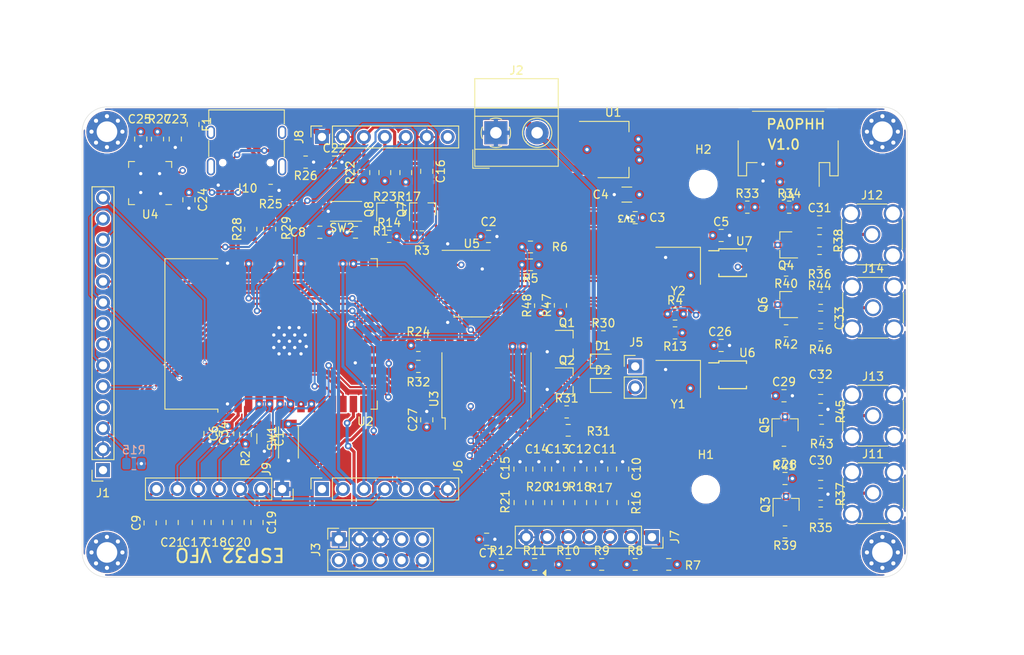
<source format=kicad_pcb>
(kicad_pcb (version 20171130) (host pcbnew "(5.1.10)-1")
  (layers (0 F.Cu signal) (1 In1.Cu power) (2 In2.Cu power) (31 B.Cu signal) (34 B.Paste user) (35 F.Paste user) (36 B.SilkS user) (37 F.SilkS user) (38 B.Mask user) (39 F.Mask user) (44 Edge.Cuts user))
  (net 0 "")
  (net 1 GND)
  (net 2 EN)
  (net 3 SCK)
  (net 4 SDI)
  (net 5 RXD0)
  (net 6 TXD0)
  (net 7 SDO)
  (net 8 V33)
  (net 9 R1_2a)
  (net 10 R2_2a)
  (net 11 R3_2a)
  (net 12 R1_3a)
  (net 13 R2_3a)
  (net 14 R3_3a)
  (net 15 RXTX)
  (net 16 A4P)
  (net 17 A3P)
  (net 18 A1P)
  (net 19 A2P)
  (net 20 DC)
  (net 21 CS)
  (net 22 GPIO14)
  (net 23 GPIO13)
  (net 24 GPIO15)
  (net 25 GPIO12)
  (net 26 R3_3)
  (net 27 R2_3)
  (net 28 R1_3)
  (net 29 R3_2)
  (net 30 R2_2)
  (net 31 R1_2)
  (net 32 Vcc)
  (net 33 GPIO19)
  (net 34 R2)
  (net 35 R1)
  (net 36 SCL1)
  (net 37 SDA1)
  (net 38 "Net-(U2-Pad32)")
  (net 39 T_IRQ)
  (net 40 "Net-(U2-Pad22)")
  (net 41 "Net-(U2-Pad21)")
  (net 42 "Net-(U2-Pad20)")
  (net 43 "Net-(U2-Pad19)")
  (net 44 "Net-(U2-Pad18)")
  (net 45 "Net-(U2-Pad17)")
  (net 46 IO0)
  (net 47 "Net-(J3-Pad7)")
  (net 48 "Net-(J3-Pad2)")
  (net 49 "Net-(J6-Pad1)")
  (net 50 "Net-(J8-Pad7)")
  (net 51 "Net-(F1-Pad2)")
  (net 52 "Net-(J10-PadB8)")
  (net 53 "Net-(J10-PadA5)")
  (net 54 D-)
  (net 55 D+)
  (net 56 "Net-(J10-PadA8)")
  (net 57 "Net-(J10-PadB5)")
  (net 58 RSTb)
  (net 59 "Net-(R28-Pad2)")
  (net 60 "Net-(R29-Pad2)")
  (net 61 DTR)
  (net 62 "Net-(U4-Pad27)")
  (net 63 RTS)
  (net 64 "Net-(U4-Pad23)")
  (net 65 "Net-(U4-Pad22)")
  (net 66 "Net-(U4-Pad21)")
  (net 67 "Net-(U4-Pad20)")
  (net 68 "Net-(U4-Pad19)")
  (net 69 "Net-(U4-Pad18)")
  (net 70 "Net-(U4-Pad17)")
  (net 71 "Net-(U4-Pad16)")
  (net 72 "Net-(U4-Pad15)")
  (net 73 "Net-(U4-Pad14)")
  (net 74 "Net-(U4-Pad13)")
  (net 75 "Net-(U4-Pad12)")
  (net 76 "Net-(U4-Pad11)")
  (net 77 "Net-(U4-Pad10)")
  (net 78 "Net-(U4-Pad2)")
  (net 79 "Net-(U4-Pad1)")
  (net 80 GPIO16)
  (net 81 "Net-(Q1-Pad1)")
  (net 82 "Net-(Q2-Pad1)")
  (net 83 T1)
  (net 84 T2)
  (net 85 "Net-(D1-Pad1)")
  (net 86 "Net-(D2-Pad1)")
  (net 87 "Net-(C30-Pad2)")
  (net 88 "Net-(C30-Pad1)")
  (net 89 "Net-(C31-Pad2)")
  (net 90 "Net-(C31-Pad1)")
  (net 91 "Net-(C32-Pad2)")
  (net 92 "Net-(C32-Pad1)")
  (net 93 "Net-(C33-Pad2)")
  (net 94 "Net-(C33-Pad1)")
  (net 95 T_CS)
  (net 96 "Net-(Q3-Pad2)")
  (net 97 "Net-(Q3-Pad1)")
  (net 98 "Net-(Q4-Pad2)")
  (net 99 "Net-(Q4-Pad1)")
  (net 100 "Net-(Q5-Pad2)")
  (net 101 "Net-(Q5-Pad1)")
  (net 102 "Net-(Q6-Pad2)")
  (net 103 "Net-(Q6-Pad1)")
  (net 104 SCL_1)
  (net 105 SDA_1)
  (net 106 SCL_3)
  (net 107 SDA_3)
  (net 108 SCL_4)
  (net 109 SDA_4)
  (net 110 "Net-(R39-Pad2)")
  (net 111 "Net-(R40-Pad2)")
  (net 112 "Net-(R41-Pad2)")
  (net 113 "Net-(R42-Pad2)")
  (net 114 "Net-(U3-Pad16)")
  (net 115 "Net-(U5-Pad16)")
  (net 116 "Net-(U5-Pad15)")
  (net 117 "Net-(U5-Pad11)")
  (net 118 "Net-(U5-Pad10)")
  (net 119 "Net-(U6-Pad6)")
  (net 120 "Net-(U6-Pad3)")
  (net 121 "Net-(U6-Pad2)")
  (net 122 "Net-(U7-Pad6)")
  (net 123 "Net-(U7-Pad3)")
  (net 124 "Net-(U7-Pad2)")
  (net 125 "Net-(U5-Pad5)")
  (net 126 "Net-(U5-Pad4)")
  (net 127 INT)
  (net 128 A5P)
  (net 129 "Net-(U5-Pad7)")
  (net 130 "Net-(U5-Pad6)")
  (net 131 "Net-(Q7-Pad1)")
  (net 132 "Net-(Q8-Pad1)")
  (net 133 "Net-(J10-PadS1)")
  (net 134 SCL_2)
  (net 135 SDA_2)
  (module Resistor_SMD:R_0805_2012Metric (layer F.Cu) (at 94.07 61.09 90)
    (fp_text reference R48 (at 0 -1.65 90) (layer F.SilkS))
    (fp_text value 2.2k)
    (pad 2 smd roundrect (at 0.9125 0 90) (size 1.025 1.4) (layers F.Cu F.Paste F.Mask) (roundrect_rratio 0.2439014634146341) (net 135 SDA_2))
    (pad 1 smd roundrect (at -0.9125 0 90) (size 1.025 1.4) (layers F.Cu F.Paste F.Mask) (roundrect_rratio 0.2439014634146341) (net 8 V33))
  )
  (module Resistor_SMD:R_0805_2012Metric (layer F.Cu) (at 96.47 61.06 90)
    (fp_text reference R47 (at 0 -1.65 90) (layer F.SilkS))
    (fp_text value 2.2k)
    (pad 2 smd roundrect (at 0.9125 0 90) (size 1.025 1.4) (layers F.Cu F.Paste F.Mask) (roundrect_rratio 0.2439014634146341) (net 134 SCL_2))
    (pad 1 smd roundrect (at -0.9125 0 90) (size 1.025 1.4) (layers F.Cu F.Paste F.Mask) (roundrect_rratio 0.2439014634146341) (net 8 V33))
  )
  (module Capacitor_SMD:C_0805_2012Metric (layer F.Cu) (at 53.9877 76.581 270)
    (fp_text reference C34 (at 0 -1.68 90) (layer F.SilkS))
    (fp_text value 10u)
    (pad 2 smd roundrect (at 0.95 0 270) (size 1 1.45) (layers F.Cu F.Paste F.Mask) (net 1 GND))
    (pad 1 smd roundrect (at -0.95 0 270) (size 1 1.45) (layers F.Cu F.Paste F.Mask) (net 8 V33))
  )
  (module Resistor_SMD:R_0805_2012Metric (layer B.Cu) (at 44.7675 80.2386 180)
    (fp_text reference R15 (at 0 1.65) (layer B.SilkS) (effects (justify mirror)))
    (fp_text value 10k)
    (pad 2 smd roundrect (at 0.9125 0 180) (size 1.025 1.4) (layers B.Cu B.Paste B.Mask) (roundrect_rratio 0.2439004878048781) (net 21 CS))
    (pad 1 smd roundrect (at -0.9125 0 180) (size 1.025 1.4) (layers B.Cu B.Paste B.Mask) (roundrect_rratio 0.2439004878048781) (net 8 V33))
  )
  (module Resistor_SMD:R_0805_2012Metric (layer F.Cu) (at 75.7047 52.6923)
    (fp_text reference R14 (at 0 -1.65) (layer F.SilkS))
    (fp_text value 10k)
    (pad 2 smd roundrect (at 0.9125 0) (size 1.025 1.4) (layers F.Cu F.Paste F.Mask) (roundrect_rratio 0.2439004878048781) (net 63 RTS))
    (pad 1 smd roundrect (at -0.9125 0) (size 1.025 1.4) (layers F.Cu F.Paste F.Mask) (roundrect_rratio 0.2439004878048781) (net 132 "Net-(Q8-Pad1)"))
  )
  (module Resistor_SMD:R_0805_2012Metric (layer F.Cu) (at 79.6671 52.7558 180)
    (fp_text reference R3 (at 0 -1.65) (layer F.SilkS))
    (fp_text value 10k)
    (pad 2 smd roundrect (at 0.9125 0 180) (size 1.025 1.4) (layers F.Cu F.Paste F.Mask) (roundrect_rratio 0.2439004878048781) (net 61 DTR))
    (pad 1 smd roundrect (at -0.9125 0 180) (size 1.025 1.4) (layers F.Cu F.Paste F.Mask) (roundrect_rratio 0.2439004878048781) (net 131 "Net-(Q7-Pad1)"))
  )
  (module Package_TO_SOT_SMD:SOT-23 (layer F.Cu) (at 75.7809 49.403 90)
    (fp_text reference Q8 (at 0 -2.5 90) (layer F.SilkS))
    (fp_text value 2N3904_SOT23)
    (pad 3 smd rect (at 1 0 90) (size 0.9 0.8) (layers F.Cu F.Paste F.Mask) (net 46 IO0))
    (pad 2 smd rect (at -1 0.95 90) (size 0.9 0.8) (layers F.Cu F.Paste F.Mask) (net 61 DTR))
    (pad 1 smd rect (at -1 -0.95 90) (size 0.9 0.8) (layers F.Cu F.Paste F.Mask) (net 132 "Net-(Q8-Pad1)"))
  )
  (module Package_TO_SOT_SMD:SOT-23 (layer F.Cu) (at 79.756 49.3903 90)
    (fp_text reference Q7 (at 0 -2.5 90) (layer F.SilkS))
    (fp_text value 2N3904_SOT23)
    (pad 3 smd rect (at 1 0 90) (size 0.9 0.8) (layers F.Cu F.Paste F.Mask) (net 2 EN))
    (pad 2 smd rect (at -1 0.95 90) (size 0.9 0.8) (layers F.Cu F.Paste F.Mask) (net 63 RTS))
    (pad 1 smd rect (at -1 -0.95 90) (size 0.9 0.8) (layers F.Cu F.Paste F.Mask) (net 131 "Net-(Q7-Pad1)"))
  )
  (module RF_Module:ESP32-WROOM-32 (layer F.Cu) (at 64.389 64.516 90)
    (fp_text reference U2 (at -10.61 8.43) (layer F.SilkS))
    (fp_text value ESP32-WROOM-32D)
    (pad 38 smd rect (at 8.5 -8.255 90) (size 2 0.9) (layers F.Cu F.Paste F.Mask) (net 1 GND))
    (pad 37 smd rect (at 8.5 -6.985 90) (size 2 0.9) (layers F.Cu F.Paste F.Mask) (net 34 R2))
    (pad 36 smd rect (at 8.5 -5.715 90) (size 2 0.9) (layers F.Cu F.Paste F.Mask) (net 36 SCL1))
    (pad 35 smd rect (at 8.5 -4.445 90) (size 2 0.9) (layers F.Cu F.Paste F.Mask) (net 6 TXD0))
    (pad 34 smd rect (at 8.5 -3.175 90) (size 2 0.9) (layers F.Cu F.Paste F.Mask) (net 5 RXD0))
    (pad 33 smd rect (at 8.5 -1.905 90) (size 2 0.9) (layers F.Cu F.Paste F.Mask) (net 37 SDA1))
    (pad 32 smd rect (at 8.5 -0.635 90) (size 2 0.9) (layers F.Cu F.Paste F.Mask) (net 38 "Net-(U2-Pad32)"))
    (pad 31 smd rect (at 8.5 0.635 90) (size 2 0.9) (layers F.Cu F.Paste F.Mask) (net 33 GPIO19))
    (pad 30 smd rect (at 8.5 1.905 90) (size 2 0.9) (layers F.Cu F.Paste F.Mask) (net 3 SCK))
    (pad 29 smd rect (at 8.5 3.175 90) (size 2 0.9) (layers F.Cu F.Paste F.Mask) (net 21 CS))
    (pad 28 smd rect (at 8.5 4.445 90) (size 2 0.9) (layers F.Cu F.Paste F.Mask) (net 35 R1))
    (pad 27 smd rect (at 8.5 5.715 90) (size 2 0.9) (layers F.Cu F.Paste F.Mask) (net 80 GPIO16))
    (pad 26 smd rect (at 8.5 6.985 90) (size 2 0.9) (layers F.Cu F.Paste F.Mask) (net 127 INT))
    (pad 25 smd rect (at 8.5 8.255 90) (size 2 0.9) (layers F.Cu F.Paste F.Mask) (net 46 IO0))
    (pad 24 smd rect (at 5.715 9.255 180) (size 2 0.9) (layers F.Cu F.Paste F.Mask) (net 20 DC))
    (pad 23 smd rect (at 4.445 9.255 180) (size 2 0.9) (layers F.Cu F.Paste F.Mask) (net 24 GPIO15))
    (pad 22 smd rect (at 3.175 9.255 180) (size 2 0.9) (layers F.Cu F.Paste F.Mask) (net 40 "Net-(U2-Pad22)"))
    (pad 21 smd rect (at 1.905 9.255 180) (size 2 0.9) (layers F.Cu F.Paste F.Mask) (net 41 "Net-(U2-Pad21)"))
    (pad 20 smd rect (at 0.635 9.255 180) (size 2 0.9) (layers F.Cu F.Paste F.Mask) (net 42 "Net-(U2-Pad20)"))
    (pad 19 smd rect (at -0.635 9.255 180) (size 2 0.9) (layers F.Cu F.Paste F.Mask) (net 43 "Net-(U2-Pad19)"))
    (pad 18 smd rect (at -1.905 9.255 180) (size 2 0.9) (layers F.Cu F.Paste F.Mask) (net 44 "Net-(U2-Pad18)"))
    (pad 17 smd rect (at -3.175 9.255 180) (size 2 0.9) (layers F.Cu F.Paste F.Mask) (net 45 "Net-(U2-Pad17)"))
    (pad 16 smd rect (at -4.445 9.255 180) (size 2 0.9) (layers F.Cu F.Paste F.Mask) (net 23 GPIO13))
    (pad 15 smd rect (at -5.715 9.255 180) (size 2 0.9) (layers F.Cu F.Paste F.Mask) (net 1 GND))
    (pad 14 smd rect (at -8.5 8.255 90) (size 2 0.9) (layers F.Cu F.Paste F.Mask) (net 25 GPIO12))
    (pad 13 smd rect (at -8.5 6.985 90) (size 2 0.9) (layers F.Cu F.Paste F.Mask) (net 22 GPIO14))
    (pad 12 smd rect (at -8.5 5.715 90) (size 2 0.9) (layers F.Cu F.Paste F.Mask) (net 39 T_IRQ))
    (pad 11 smd rect (at -8.5 4.445 90) (size 2 0.9) (layers F.Cu F.Paste F.Mask) (net 15 RXTX))
    (pad 10 smd rect (at -8.5 3.175 90) (size 2 0.9) (layers F.Cu F.Paste F.Mask) (net 4 SDI))
    (pad 9 smd rect (at -8.5 1.905 90) (size 2 0.9) (layers F.Cu F.Paste F.Mask) (net 18 A1P))
    (pad 8 smd rect (at -8.5 0.635 90) (size 2 0.9) (layers F.Cu F.Paste F.Mask) (net 7 SDO))
    (pad 7 smd rect (at -8.5 -0.635 90) (size 2 0.9) (layers F.Cu F.Paste F.Mask) (net 128 A5P))
    (pad 6 smd rect (at -8.5 -1.905 90) (size 2 0.9) (layers F.Cu F.Paste F.Mask) (net 19 A2P))
    (pad 5 smd rect (at -8.5 -3.175 90) (size 2 0.9) (layers F.Cu F.Paste F.Mask) (net 17 A3P))
    (pad 4 smd rect (at -8.5 -4.445 90) (size 2 0.9) (layers F.Cu F.Paste F.Mask) (net 16 A4P))
    (pad 3 smd rect (at -8.5 -5.715 90) (size 2 0.9) (layers F.Cu F.Paste F.Mask) (net 2 EN))
    (pad 2 smd rect (at -8.5 -6.985 90) (size 2 0.9) (layers F.Cu F.Paste F.Mask) (net 8 V33))
    (pad 1 smd rect (at -8.5 -8.255 90) (size 2 0.9) (layers F.Cu F.Paste F.Mask) (net 1 GND))
    (pad 39 smd rect (at -1 -0.755 90) (size 5 5) (layers F.Cu F.Paste F.Mask) (net 1 GND))
  )
  (module Connector_USB:USB_C_Receptacle_XKB_U262-16XN-4BVC11 (layer F.Cu) (at 58.42 41.148 180)
    (fp_text reference J10 (at 0 -5.715) (layer F.SilkS))
    (fp_text value USB_C_Receptacle_USB2.0)
    (pad A12 smd rect (at 3.35 -3.67 180) (size 0.3 1.15) (layers F.Cu F.Paste F.Mask) (net 1 GND))
    (pad A9 smd rect (at 2.55 -3.67 180) (size 0.3 1.15) (layers F.Cu F.Paste F.Mask) (net 51 "Net-(F1-Pad2)"))
    (pad B9 smd rect (at -2.25 -3.67 180) (size 0.3 1.15) (layers F.Cu F.Paste F.Mask) (net 51 "Net-(F1-Pad2)"))
    (pad B12 smd rect (at -3.05 -3.67 180) (size 0.3 1.15) (layers F.Cu F.Paste F.Mask) (net 1 GND))
    (pad A1 smd rect (at -3.35 -3.67 180) (size 0.3 1.15) (layers F.Cu F.Paste F.Mask) (net 1 GND))
    (pad A4 smd rect (at -2.55 -3.67 180) (size 0.3 1.15) (layers F.Cu F.Paste F.Mask) (net 51 "Net-(F1-Pad2)"))
    (pad B8 smd rect (at -1.75 -3.67 180) (size 0.3 1.15) (layers F.Cu F.Paste F.Mask) (net 52 "Net-(J10-PadB8)"))
    (pad A5 smd rect (at -1.25 -3.67 180) (size 0.3 1.15) (layers F.Cu F.Paste F.Mask) (net 53 "Net-(J10-PadA5)"))
    (pad B7 smd rect (at -0.75 -3.67 180) (size 0.3 1.15) (layers F.Cu F.Paste F.Mask) (net 54 D-))
    (pad A6 smd rect (at -0.25 -3.67 180) (size 0.3 1.15) (layers F.Cu F.Paste F.Mask) (net 55 D+))
    (pad A7 smd rect (at 0.25 -3.67 180) (size 0.3 1.15) (layers F.Cu F.Paste F.Mask) (net 54 D-))
    (pad B6 smd rect (at 0.75 -3.67 180) (size 0.3 1.15) (layers F.Cu F.Paste F.Mask) (net 55 D+))
    (pad A8 smd rect (at 1.25 -3.67 180) (size 0.3 1.15) (layers F.Cu F.Paste F.Mask) (net 56 "Net-(J10-PadA8)"))
    (pad B5 smd rect (at 1.75 -3.67 180) (size 0.3 1.15) (layers F.Cu F.Paste F.Mask) (net 57 "Net-(J10-PadB5)"))
    (pad B4 smd rect (at 2.25 -3.67 180) (size 0.3 1.15) (layers F.Cu F.Paste F.Mask) (net 51 "Net-(F1-Pad2)"))
    (pad B1 smd rect (at 3.05 -3.67 180) (size 0.3 1.15) (layers F.Cu F.Paste F.Mask) (net 1 GND))
    (pad "" np_thru_hole circle (at -2.89 -2.605 180) (size 0.65 0.65) (drill 0.65) (layers *.Cu *.Mask))
    (pad "" np_thru_hole circle (at 2.89 -2.605 180) (size 0.65 0.65) (drill 0.65) (layers *.Cu *.Mask))
    (pad S1 thru_hole oval (at 4.32 1.075 180) (size 1 1.6) (drill oval 0.6 1.2) (layers *.Cu *.Mask) (net 133 "Net-(J10-PadS1)"))
    (pad S1 thru_hole oval (at -4.32 1.075 180) (size 1 1.6) (drill oval 0.6 1.2) (layers *.Cu *.Mask) (net 133 "Net-(J10-PadS1)"))
    (pad S1 thru_hole oval (at 4.32 -3.105 180) (size 1 2.1) (drill oval 0.6 1.7) (layers *.Cu *.Mask) (net 133 "Net-(J10-PadS1)"))
    (pad S1 thru_hole oval (at -4.32 -3.105 180) (size 1 2.1) (drill oval 0.6 1.7) (layers *.Cu *.Mask) (net 133 "Net-(J10-PadS1)"))
  )
  (module MountingHole:MountingHole_3.2mm_M3 (layer F.Cu) (at 113.792 46.355)
    (fp_text reference H2 (at 0 -4.2) (layer F.SilkS))
    (fp_text value " ")
    (pad 1 np_thru_hole circle (at 0 0) (size 3.2 3.2) (drill 3.2) (layers *.Cu *.Mask))
  )
  (module MountingHole:MountingHole_3.2mm_M3 (layer F.Cu) (at 114.092 83.355)
    (fp_text reference H1 (at 0 -4.2) (layer F.SilkS))
    (fp_text value " ")
    (pad 1 np_thru_hole circle (at 0 0) (size 3.2 3.2) (drill 3.2) (layers *.Cu *.Mask))
  )
  (module Connector_PinHeader_2.54mm:PinHeader_1x02_P2.54mm_Vertical (layer F.Cu) (at 105.537 68.453)
    (fp_text reference J5 (at 0.127 -2.921) (layer F.SilkS))
    (fp_text value Relais)
    (pad 1 thru_hole rect (at 0 0) (size 1.7 1.7) (drill 1) (layers *.Cu *.Mask) (net 85 "Net-(D1-Pad1)"))
    (pad 2 thru_hole oval (at 0 2.54) (size 1.7 1.7) (drill 1) (layers *.Cu *.Mask) (net 86 "Net-(D2-Pad1)"))
  )
  (module Resistor_SMD:R_0805_2012Metric (layer F.Cu) (at 97.23 73.968)
    (fp_text reference R31 (at 0 -1.65) (layer F.SilkS))
    (fp_text value 2k2)
    (pad 2 smd roundrect (at 0.9125 0) (size 1.025 1.4) (layers F.Cu F.Paste F.Mask) (roundrect_rratio 0.2439004878048781) (net 82 "Net-(Q2-Pad1)"))
    (pad 1 smd roundrect (at -0.9125 0) (size 1.025 1.4) (layers F.Cu F.Paste F.Mask) (roundrect_rratio 0.2439004878048781) (net 84 T2))
  )
  (module Resistor_SMD:R_0805_2012Metric (layer F.Cu) (at 101.68 64.868)
    (fp_text reference R30 (at 0 -1.65) (layer F.SilkS))
    (fp_text value 2k2)
    (pad 2 smd roundrect (at 0.9125 0) (size 1.025 1.4) (layers F.Cu F.Paste F.Mask) (roundrect_rratio 0.2439004878048781) (net 81 "Net-(Q1-Pad1)"))
    (pad 1 smd roundrect (at -0.9125 0) (size 1.025 1.4) (layers F.Cu F.Paste F.Mask) (roundrect_rratio 0.2439004878048781) (net 83 T1))
  )
  (module Package_TO_SOT_SMD:SOT-23 (layer F.Cu) (at 97.25 70.218)
    (fp_text reference Q2 (at 0 -2.5) (layer F.SilkS))
    (fp_text value 2N3904_SOT23)
    (pad 3 smd rect (at 1 0) (size 0.9 0.8) (layers F.Cu F.Paste F.Mask) (net 86 "Net-(D2-Pad1)"))
    (pad 2 smd rect (at -1 0.95) (size 0.9 0.8) (layers F.Cu F.Paste F.Mask) (net 1 GND))
    (pad 1 smd rect (at -1 -0.95) (size 0.9 0.8) (layers F.Cu F.Paste F.Mask) (net 82 "Net-(Q2-Pad1)"))
  )
  (module Package_TO_SOT_SMD:SOT-23 (layer F.Cu) (at 97.25 65.668)
    (fp_text reference Q1 (at 0 -2.5) (layer F.SilkS))
    (fp_text value 2N3904_SOT23)
    (pad 3 smd rect (at 1 0) (size 0.9 0.8) (layers F.Cu F.Paste F.Mask) (net 85 "Net-(D1-Pad1)"))
    (pad 2 smd rect (at -1 0.95) (size 0.9 0.8) (layers F.Cu F.Paste F.Mask) (net 1 GND))
    (pad 1 smd rect (at -1 -0.95) (size 0.9 0.8) (layers F.Cu F.Paste F.Mask) (net 81 "Net-(Q1-Pad1)"))
  )
  (module Diode_SMD:D_SOD-323 (layer F.Cu) (at 101.6 70.768)
    (fp_text reference D2 (at 0 -1.85) (layer F.SilkS))
    (fp_text value D)
    (pad 2 smd rect (at 1.05 0) (size 0.6 0.45) (layers F.Cu F.Paste F.Mask) (net 1 GND))
    (pad 1 smd rect (at -1.05 0) (size 0.6 0.45) (layers F.Cu F.Paste F.Mask) (net 86 "Net-(D2-Pad1)"))
  )
  (module Diode_SMD:D_SOD-323 (layer F.Cu) (at 101.6 67.818)
    (fp_text reference D1 (at 0 -1.85) (layer F.SilkS))
    (fp_text value D)
    (pad 2 smd rect (at 1.05 0) (size 0.6 0.45) (layers F.Cu F.Paste F.Mask) (net 1 GND))
    (pad 1 smd rect (at -1.05 0) (size 0.6 0.45) (layers F.Cu F.Paste F.Mask) (net 85 "Net-(D1-Pad1)"))
  )
  (module ESP32_TouchDown_lib:TS-1088R-02526 (layer F.Cu) (at 70.485 49.657 180)
    (fp_text reference SW2 (at 0.5 -2) (layer F.SilkS))
    (fp_text value SW_Push)
    (pad 2 smd rect (at 2.225 0 180) (size 1.05 2) (layers F.Cu F.Paste F.Mask) (net 1 GND))
    (pad 1 smd rect (at -2.225 0 180) (size 1.05 2) (layers F.Cu F.Paste F.Mask) (net 46 IO0))
  )
  (module Capacitor_SMD:C_0805_2012Metric (layer F.Cu) (at 67.31 52.197)
    (fp_text reference C8 (at -2.667 0) (layer F.SilkS))
    (fp_text value 100n)
    (pad 2 smd roundrect (at 0.95 0) (size 1 1.45) (layers F.Cu F.Paste F.Mask) (net 8 V33))
    (pad 1 smd roundrect (at -0.95 0) (size 1 1.45) (layers F.Cu F.Paste F.Mask) (net 1 GND))
  )
  (module Crystal:Crystal_SMD_TXC_7M-4Pin_3.2x2.5mm_HandSoldering (layer F.Cu) (at 110.744 56.261 180)
    (fp_text reference Y2 (at 0 -3.05) (layer F.SilkS))
    (fp_text value Crystal)
    (pad 4 smd rect (at -1.45 -1.15 180) (size 2.1 1.8) (layers F.Cu F.Paste F.Mask))
    (pad 3 smd rect (at 1.45 -1.15 180) (size 2.1 1.8) (layers F.Cu F.Paste F.Mask) (net 123 "Net-(U7-Pad3)"))
    (pad 2 smd rect (at 1.45 1.15 180) (size 2.1 1.8) (layers F.Cu F.Paste F.Mask) (net 1 GND))
    (pad 1 smd rect (at -1.45 1.15 180) (size 2.1 1.8) (layers F.Cu F.Paste F.Mask) (net 124 "Net-(U7-Pad2)"))
  )
  (module Crystal:Crystal_SMD_TXC_7M-4Pin_3.2x2.5mm_HandSoldering (layer F.Cu) (at 110.744 69.977 180)
    (fp_text reference Y1 (at 0 -3.05) (layer F.SilkS))
    (fp_text value Crystal)
    (pad 4 smd rect (at -1.45 -1.15 180) (size 2.1 1.8) (layers F.Cu F.Paste F.Mask))
    (pad 3 smd rect (at 1.45 -1.15 180) (size 2.1 1.8) (layers F.Cu F.Paste F.Mask) (net 120 "Net-(U6-Pad3)"))
    (pad 2 smd rect (at 1.45 1.15 180) (size 2.1 1.8) (layers F.Cu F.Paste F.Mask) (net 1 GND))
    (pad 1 smd rect (at -1.45 1.15 180) (size 2.1 1.8) (layers F.Cu F.Paste F.Mask) (net 121 "Net-(U6-Pad2)"))
  )
  (module Package_SO:MSOP-10_3x3mm_P0.5mm (layer F.Cu) (at 117.348 55.88)
    (fp_text reference U7 (at 1.397 -2.6) (layer F.SilkS))
    (fp_text value Si5351A-B-GT)
    (pad 10 smd rect (at 2.2 -1) (size 1.4 0.3) (layers F.Cu F.Paste F.Mask) (net 111 "Net-(R40-Pad2)"))
    (pad 9 smd rect (at 2.2 -0.5) (size 1.4 0.3) (layers F.Cu F.Paste F.Mask) (net 113 "Net-(R42-Pad2)"))
    (pad 8 smd rect (at 2.2 0) (size 1.4 0.3) (layers F.Cu F.Paste F.Mask) (net 1 GND))
    (pad 7 smd rect (at 2.2 0.5) (size 1.4 0.3) (layers F.Cu F.Paste F.Mask) (net 8 V33))
    (pad 6 smd rect (at 2.2 1) (size 1.4 0.3) (layers F.Cu F.Paste F.Mask) (net 122 "Net-(U7-Pad6)"))
    (pad 5 smd rect (at -2.2 1) (size 1.4 0.3) (layers F.Cu F.Paste F.Mask) (net 105 SDA_1))
    (pad 4 smd rect (at -2.2 0.5) (size 1.4 0.3) (layers F.Cu F.Paste F.Mask) (net 104 SCL_1))
    (pad 3 smd rect (at -2.2 0) (size 1.4 0.3) (layers F.Cu F.Paste F.Mask) (net 123 "Net-(U7-Pad3)"))
    (pad 2 smd rect (at -2.2 -0.5) (size 1.4 0.3) (layers F.Cu F.Paste F.Mask) (net 124 "Net-(U7-Pad2)"))
    (pad 1 smd rect (at -2.2 -1) (size 1.4 0.3) (layers F.Cu F.Paste F.Mask) (net 8 V33))
  )
  (module Package_SO:MSOP-10_3x3mm_P0.5mm (layer F.Cu) (at 117.348 69.469)
    (fp_text reference U6 (at 1.778 -2.667) (layer F.SilkS))
    (fp_text value Si5351A-B-GT)
    (pad 10 smd rect (at 2.2 -1) (size 1.4 0.3) (layers F.Cu F.Paste F.Mask) (net 110 "Net-(R39-Pad2)"))
    (pad 9 smd rect (at 2.2 -0.5) (size 1.4 0.3) (layers F.Cu F.Paste F.Mask) (net 112 "Net-(R41-Pad2)"))
    (pad 8 smd rect (at 2.2 0) (size 1.4 0.3) (layers F.Cu F.Paste F.Mask) (net 1 GND))
    (pad 7 smd rect (at 2.2 0.5) (size 1.4 0.3) (layers F.Cu F.Paste F.Mask) (net 8 V33))
    (pad 6 smd rect (at 2.2 1) (size 1.4 0.3) (layers F.Cu F.Paste F.Mask) (net 119 "Net-(U6-Pad6)"))
    (pad 5 smd rect (at -2.2 1) (size 1.4 0.3) (layers F.Cu F.Paste F.Mask) (net 135 SDA_2))
    (pad 4 smd rect (at -2.2 0.5) (size 1.4 0.3) (layers F.Cu F.Paste F.Mask) (net 134 SCL_2))
    (pad 3 smd rect (at -2.2 0) (size 1.4 0.3) (layers F.Cu F.Paste F.Mask) (net 120 "Net-(U6-Pad3)"))
    (pad 2 smd rect (at -2.2 -0.5) (size 1.4 0.3) (layers F.Cu F.Paste F.Mask) (net 121 "Net-(U6-Pad2)"))
    (pad 1 smd rect (at -2.2 -1) (size 1.4 0.3) (layers F.Cu F.Paste F.Mask) (net 8 V33))
  )
  (module Package_SO:TSSOP-24_4.4x7.8mm_P0.65mm (layer F.Cu) (at 85.725 58.42)
    (fp_text reference U5 (at 0 -4.85) (layer F.SilkS))
    (fp_text value TCA9548APWR)
    (pad 24 smd roundrect (at 2.8625 -3.575) (size 1.475 0.4) (layers F.Cu F.Paste F.Mask) (net 8 V33))
    (pad 23 smd roundrect (at 2.8625 -2.925) (size 1.475 0.4) (layers F.Cu F.Paste F.Mask) (net 37 SDA1))
    (pad 22 smd roundrect (at 2.8625 -2.275) (size 1.475 0.4) (layers F.Cu F.Paste F.Mask) (net 36 SCL1))
    (pad 21 smd roundrect (at 2.8625 -1.625) (size 1.475 0.4) (layers F.Cu F.Paste F.Mask) (net 1 GND))
    (pad 20 smd roundrect (at 2.8625 -0.975) (size 1.475 0.4) (layers F.Cu F.Paste F.Mask) (net 104 SCL_1))
    (pad 19 smd roundrect (at 2.8625 -0.325) (size 1.475 0.4) (layers F.Cu F.Paste F.Mask) (net 105 SDA_1))
    (pad 18 smd roundrect (at 2.8625 0.325) (size 1.475 0.4) (layers F.Cu F.Paste F.Mask) (net 134 SCL_2))
    (pad 17 smd roundrect (at 2.8625 0.975) (size 1.475 0.4) (layers F.Cu F.Paste F.Mask) (net 135 SDA_2))
    (pad 16 smd roundrect (at 2.8625 1.625) (size 1.475 0.4) (layers F.Cu F.Paste F.Mask) (net 115 "Net-(U5-Pad16)"))
    (pad 15 smd roundrect (at 2.8625 2.275) (size 1.475 0.4) (layers F.Cu F.Paste F.Mask) (net 116 "Net-(U5-Pad15)"))
    (pad 14 smd roundrect (at 2.8625 2.925) (size 1.475 0.4) (layers F.Cu F.Paste F.Mask) (net 108 SCL_4))
    (pad 13 smd roundrect (at 2.8625 3.575) (size 1.475 0.4) (layers F.Cu F.Paste F.Mask) (net 109 SDA_4))
    (pad 12 smd roundrect (at -2.8625 3.575) (size 1.475 0.4) (layers F.Cu F.Paste F.Mask) (net 1 GND))
    (pad 11 smd roundrect (at -2.8625 2.925) (size 1.475 0.4) (layers F.Cu F.Paste F.Mask) (net 117 "Net-(U5-Pad11)"))
    (pad 10 smd roundrect (at -2.8625 2.275) (size 1.475 0.4) (layers F.Cu F.Paste F.Mask) (net 118 "Net-(U5-Pad10)"))
    (pad 9 smd roundrect (at -2.8625 1.625) (size 1.475 0.4) (layers F.Cu F.Paste F.Mask) (net 106 SCL_3))
    (pad 8 smd roundrect (at -2.8625 0.975) (size 1.475 0.4) (layers F.Cu F.Paste F.Mask) (net 107 SDA_3))
    (pad 7 smd roundrect (at -2.8625 0.325) (size 1.475 0.4) (layers F.Cu F.Paste F.Mask) (net 129 "Net-(U5-Pad7)"))
    (pad 6 smd roundrect (at -2.8625 -0.325) (size 1.475 0.4) (layers F.Cu F.Paste F.Mask) (net 130 "Net-(U5-Pad6)"))
    (pad 5 smd roundrect (at -2.8625 -0.975) (size 1.475 0.4) (layers F.Cu F.Paste F.Mask) (net 125 "Net-(U5-Pad5)"))
    (pad 4 smd roundrect (at -2.8625 -1.625) (size 1.475 0.4) (layers F.Cu F.Paste F.Mask) (net 126 "Net-(U5-Pad4)"))
    (pad 3 smd roundrect (at -2.8625 -2.275) (size 1.475 0.4) (layers F.Cu F.Paste F.Mask) (net 8 V33))
    (pad 2 smd roundrect (at -2.8625 -2.925) (size 1.475 0.4) (layers F.Cu F.Paste F.Mask) (net 1 GND))
    (pad 1 smd roundrect (at -2.8625 -3.575) (size 1.475 0.4) (layers F.Cu F.Paste F.Mask) (net 1 GND))
  )
  (module Resistor_SMD:R_0805_2012Metric (layer F.Cu) (at 128.016 64.643)
    (fp_text reference R46 (at 0 1.778) (layer F.SilkS))
    (fp_text value 68)
    (pad 2 smd roundrect (at 0.9125 0) (size 1.025 1.4) (layers F.Cu F.Paste F.Mask) (roundrect_rratio 0.2439004878048781) (net 1 GND))
    (pad 1 smd roundrect (at -0.9125 0) (size 1.025 1.4) (layers F.Cu F.Paste F.Mask) (roundrect_rratio 0.2439004878048781) (net 94 "Net-(C33-Pad1)"))
  )
  (module Resistor_SMD:R_0805_2012Metric (layer F.Cu) (at 128.016 73.66)
    (fp_text reference R45 (at 2.413 0.254 90) (layer F.SilkS))
    (fp_text value 68)
    (pad 2 smd roundrect (at 0.9125 0) (size 1.025 1.4) (layers F.Cu F.Paste F.Mask) (roundrect_rratio 0.2439004878048781) (net 1 GND))
    (pad 1 smd roundrect (at -0.9125 0) (size 1.025 1.4) (layers F.Cu F.Paste F.Mask) (roundrect_rratio 0.2439004878048781) (net 92 "Net-(C32-Pad1)"))
  )
  (module Resistor_SMD:R_0805_2012Metric (layer F.Cu) (at 128.016 60.198 180)
    (fp_text reference R44 (at 0.127 1.524 180) (layer F.SilkS))
    (fp_text value 200)
    (pad 2 smd roundrect (at 0.9125 0 180) (size 1.025 1.4) (layers F.Cu F.Paste F.Mask) (roundrect_rratio 0.2439004878048781) (net 94 "Net-(C33-Pad1)"))
    (pad 1 smd roundrect (at -0.9125 0 180) (size 1.025 1.4) (layers F.Cu F.Paste F.Mask) (roundrect_rratio 0.2439004878048781) (net 102 "Net-(Q6-Pad2)"))
  )
  (module Resistor_SMD:R_0805_2012Metric (layer F.Cu) (at 128.143 76.2 180)
    (fp_text reference R43 (at 0 -1.65) (layer F.SilkS))
    (fp_text value 200)
    (pad 2 smd roundrect (at 0.9125 0 180) (size 1.025 1.4) (layers F.Cu F.Paste F.Mask) (roundrect_rratio 0.2439004878048781) (net 92 "Net-(C32-Pad1)"))
    (pad 1 smd roundrect (at -0.9125 0 180) (size 1.025 1.4) (layers F.Cu F.Paste F.Mask) (roundrect_rratio 0.2439004878048781) (net 100 "Net-(Q5-Pad2)"))
  )
  (module Resistor_SMD:R_0805_2012Metric (layer F.Cu) (at 123.825 64.135 180)
    (fp_text reference R42 (at 0 -1.65) (layer F.SilkS))
    (fp_text value 1k)
    (pad 2 smd roundrect (at 0.9125 0 180) (size 1.025 1.4) (layers F.Cu F.Paste F.Mask) (roundrect_rratio 0.2439004878048781) (net 113 "Net-(R42-Pad2)"))
    (pad 1 smd roundrect (at -0.9125 0 180) (size 1.025 1.4) (layers F.Cu F.Paste F.Mask) (roundrect_rratio 0.2439004878048781) (net 103 "Net-(Q6-Pad1)"))
  )
  (module Resistor_SMD:R_0805_2012Metric (layer F.Cu) (at 123.571 78.867 180)
    (fp_text reference R41 (at 0 -1.65) (layer F.SilkS))
    (fp_text value 1k)
    (pad 2 smd roundrect (at 0.9125 0 180) (size 1.025 1.4) (layers F.Cu F.Paste F.Mask) (roundrect_rratio 0.2439004878048781) (net 112 "Net-(R41-Pad2)"))
    (pad 1 smd roundrect (at -0.9125 0 180) (size 1.025 1.4) (layers F.Cu F.Paste F.Mask) (roundrect_rratio 0.2439004878048781) (net 101 "Net-(Q5-Pad1)"))
  )
  (module Resistor_SMD:R_0805_2012Metric (layer F.Cu) (at 123.825 56.769 180)
    (fp_text reference R40 (at 0 -1.65) (layer F.SilkS))
    (fp_text value 1k)
    (pad 2 smd roundrect (at 0.9125 0 180) (size 1.025 1.4) (layers F.Cu F.Paste F.Mask) (roundrect_rratio 0.2439004878048781) (net 111 "Net-(R40-Pad2)"))
    (pad 1 smd roundrect (at -0.9125 0 180) (size 1.025 1.4) (layers F.Cu F.Paste F.Mask) (roundrect_rratio 0.2439004878048781) (net 99 "Net-(Q4-Pad1)"))
  )
  (module Resistor_SMD:R_0805_2012Metric (layer F.Cu) (at 123.698 88.519 180)
    (fp_text reference R39 (at 0 -1.65) (layer F.SilkS))
    (fp_text value 1k)
    (pad 2 smd roundrect (at 0.9125 0 180) (size 1.025 1.4) (layers F.Cu F.Paste F.Mask) (roundrect_rratio 0.2439004878048781) (net 110 "Net-(R39-Pad2)"))
    (pad 1 smd roundrect (at -0.9125 0 180) (size 1.025 1.4) (layers F.Cu F.Paste F.Mask) (roundrect_rratio 0.2439004878048781) (net 97 "Net-(Q3-Pad1)"))
  )
  (module Resistor_SMD:R_0805_2012Metric (layer F.Cu) (at 127.889 53.213)
    (fp_text reference R38 (at 2.286 0 90) (layer F.SilkS))
    (fp_text value 68)
    (pad 2 smd roundrect (at 0.9125 0) (size 1.025 1.4) (layers F.Cu F.Paste F.Mask) (roundrect_rratio 0.2439004878048781) (net 1 GND))
    (pad 1 smd roundrect (at -0.9125 0) (size 1.025 1.4) (layers F.Cu F.Paste F.Mask) (roundrect_rratio 0.2439004878048781) (net 90 "Net-(C31-Pad1)"))
  )
  (module Resistor_SMD:R_0805_2012Metric (layer F.Cu) (at 128.016 83.947)
    (fp_text reference R37 (at 2.413 0 270) (layer F.SilkS))
    (fp_text value 68)
    (pad 2 smd roundrect (at 0.9125 0) (size 1.025 1.4) (layers F.Cu F.Paste F.Mask) (roundrect_rratio 0.2439004878048781) (net 1 GND))
    (pad 1 smd roundrect (at -0.9125 0) (size 1.025 1.4) (layers F.Cu F.Paste F.Mask) (roundrect_rratio 0.2439004878048781) (net 88 "Net-(C30-Pad1)"))
  )
  (module Resistor_SMD:R_0805_2012Metric (layer F.Cu) (at 127.889 55.626 180)
    (fp_text reference R36 (at 0 -1.65) (layer F.SilkS))
    (fp_text value 200)
    (pad 2 smd roundrect (at 0.9125 0 180) (size 1.025 1.4) (layers F.Cu F.Paste F.Mask) (roundrect_rratio 0.2439004878048781) (net 90 "Net-(C31-Pad1)"))
    (pad 1 smd roundrect (at -0.9125 0 180) (size 1.025 1.4) (layers F.Cu F.Paste F.Mask) (roundrect_rratio 0.2439004878048781) (net 98 "Net-(Q4-Pad2)"))
  )
  (module Resistor_SMD:R_0805_2012Metric (layer F.Cu) (at 128.016 86.233)
    (fp_text reference R35 (at 0 1.778) (layer F.SilkS))
    (fp_text value 200)
    (pad 2 smd roundrect (at 0.9125 0) (size 1.025 1.4) (layers F.Cu F.Paste F.Mask) (roundrect_rratio 0.2439004878048781) (net 88 "Net-(C30-Pad1)"))
    (pad 1 smd roundrect (at -0.9125 0) (size 1.025 1.4) (layers F.Cu F.Paste F.Mask) (roundrect_rratio 0.2439004878048781) (net 96 "Net-(Q3-Pad2)"))
  )
  (module Resistor_SMD:R_0805_2012Metric (layer F.Cu) (at 124.206 49.149)
    (fp_text reference R34 (at 0 -1.65) (layer F.SilkS))
    (fp_text value 2.2k)
    (pad 2 smd roundrect (at 0.9125 0) (size 1.025 1.4) (layers F.Cu F.Paste F.Mask) (roundrect_rratio 0.2439004878048781) (net 109 SDA_4))
    (pad 1 smd roundrect (at -0.9125 0) (size 1.025 1.4) (layers F.Cu F.Paste F.Mask) (roundrect_rratio 0.2439004878048781) (net 8 V33))
  )
  (module Resistor_SMD:R_0805_2012Metric (layer F.Cu) (at 119.126 49.149)
    (fp_text reference R33 (at 0 -1.65) (layer F.SilkS))
    (fp_text value 2.2k)
    (pad 2 smd roundrect (at 0.9125 0) (size 1.025 1.4) (layers F.Cu F.Paste F.Mask) (roundrect_rratio 0.2439004878048781) (net 108 SCL_4))
    (pad 1 smd roundrect (at -0.9125 0) (size 1.025 1.4) (layers F.Cu F.Paste F.Mask) (roundrect_rratio 0.2439004878048781) (net 8 V33))
  )
  (module Resistor_SMD:R_0805_2012Metric (layer F.Cu) (at 79.248 68.453)
    (fp_text reference R32 (at 0 1.905) (layer F.SilkS))
    (fp_text value 2.2k)
    (pad 2 smd roundrect (at 0.9125 0) (size 1.025 1.4) (layers F.Cu F.Paste F.Mask) (roundrect_rratio 0.2439004878048781) (net 107 SDA_3))
    (pad 1 smd roundrect (at -0.9125 0) (size 1.025 1.4) (layers F.Cu F.Paste F.Mask) (roundrect_rratio 0.2439004878048781) (net 8 V33))
  )
  (module Resistor_SMD:R_0805_2012Metric (layer F.Cu) (at 47.625 40.894 270)
    (fp_text reference R27 (at -2.413 -0.254 180) (layer F.SilkS))
    (fp_text value 4.7K)
    (pad 2 smd roundrect (at 0.9125 0 270) (size 1.025 1.4) (layers F.Cu F.Paste F.Mask) (roundrect_rratio 0.2439004878048781) (net 58 RSTb))
    (pad 1 smd roundrect (at -0.9125 0 270) (size 1.025 1.4) (layers F.Cu F.Paste F.Mask) (roundrect_rratio 0.2439004878048781) (net 8 V33))
  )
  (module Resistor_SMD:R_0805_2012Metric (layer F.Cu) (at 79.248 65.913)
    (fp_text reference R24 (at 0 -1.65) (layer F.SilkS))
    (fp_text value 2.2k)
    (pad 2 smd roundrect (at 0.9125 0) (size 1.025 1.4) (layers F.Cu F.Paste F.Mask) (roundrect_rratio 0.2439004878048781) (net 106 SCL_3))
    (pad 1 smd roundrect (at -0.9125 0) (size 1.025 1.4) (layers F.Cu F.Paste F.Mask) (roundrect_rratio 0.2439004878048781) (net 8 V33))
  )
  (module Resistor_SMD:R_0805_2012Metric (layer F.Cu) (at 110.363 64.389 180)
    (fp_text reference R13 (at 0 -1.65) (layer F.SilkS))
    (fp_text value 2.2k)
    (pad 2 smd roundrect (at 0.9125 0 180) (size 1.025 1.4) (layers F.Cu F.Paste F.Mask) (roundrect_rratio 0.2439004878048781) (net 105 SDA_1))
    (pad 1 smd roundrect (at -0.9125 0 180) (size 1.025 1.4) (layers F.Cu F.Paste F.Mask) (roundrect_rratio 0.2439004878048781) (net 8 V33))
  )
  (module Resistor_SMD:R_0805_2012Metric (layer F.Cu) (at 110.363 62.103 180)
    (fp_text reference R4 (at 0 1.651) (layer F.SilkS))
    (fp_text value 2.2k)
    (pad 2 smd roundrect (at 0.9125 0 180) (size 1.025 1.4) (layers F.Cu F.Paste F.Mask) (roundrect_rratio 0.2439004878048781) (net 104 SCL_1))
    (pad 1 smd roundrect (at -0.9125 0 180) (size 1.025 1.4) (layers F.Cu F.Paste F.Mask) (roundrect_rratio 0.2439004878048781) (net 8 V33))
  )
  (module Package_TO_SOT_SMD:SOT-23 (layer F.Cu) (at 123.825 60.96 180)
    (fp_text reference Q6 (at 2.794 0 90) (layer F.SilkS))
    (fp_text value BFR92)
    (pad 3 smd rect (at 1 0 180) (size 0.9 0.8) (layers F.Cu F.Paste F.Mask) (net 8 V33))
    (pad 2 smd rect (at -1 0.95 180) (size 0.9 0.8) (layers F.Cu F.Paste F.Mask) (net 102 "Net-(Q6-Pad2)"))
    (pad 1 smd rect (at -1 -0.95 180) (size 0.9 0.8) (layers F.Cu F.Paste F.Mask) (net 103 "Net-(Q6-Pad1)"))
  )
  (module Package_TO_SOT_SMD:SOT-23 (layer F.Cu) (at 123.698 75.565 90)
    (fp_text reference Q5 (at 0 -2.5 90) (layer F.SilkS))
    (fp_text value BFR92)
    (pad 3 smd rect (at 1 0 90) (size 0.9 0.8) (layers F.Cu F.Paste F.Mask) (net 8 V33))
    (pad 2 smd rect (at -1 0.95 90) (size 0.9 0.8) (layers F.Cu F.Paste F.Mask) (net 100 "Net-(Q5-Pad2)"))
    (pad 1 smd rect (at -1 -0.95 90) (size 0.9 0.8) (layers F.Cu F.Paste F.Mask) (net 101 "Net-(Q5-Pad1)"))
  )
  (module Package_TO_SOT_SMD:SOT-23 (layer F.Cu) (at 123.825 53.721 180)
    (fp_text reference Q4 (at 0 -2.5) (layer F.SilkS))
    (fp_text value BFR92)
    (pad 3 smd rect (at 1 0 180) (size 0.9 0.8) (layers F.Cu F.Paste F.Mask) (net 8 V33))
    (pad 2 smd rect (at -1 0.95 180) (size 0.9 0.8) (layers F.Cu F.Paste F.Mask) (net 98 "Net-(Q4-Pad2)"))
    (pad 1 smd rect (at -1 -0.95 180) (size 0.9 0.8) (layers F.Cu F.Paste F.Mask) (net 99 "Net-(Q4-Pad1)"))
  )
  (module Package_TO_SOT_SMD:SOT-23 (layer F.Cu) (at 123.825 85.217 90)
    (fp_text reference Q3 (at 0 -2.5 90) (layer F.SilkS))
    (fp_text value BFR92)
    (pad 3 smd rect (at 1 0 90) (size 0.9 0.8) (layers F.Cu F.Paste F.Mask) (net 8 V33))
    (pad 2 smd rect (at -1 0.95 90) (size 0.9 0.8) (layers F.Cu F.Paste F.Mask) (net 96 "Net-(Q3-Pad2)"))
    (pad 1 smd rect (at -1 -0.95 90) (size 0.9 0.8) (layers F.Cu F.Paste F.Mask) (net 97 "Net-(Q3-Pad1)"))
  )
  (module Connector_Coaxial:SMA_Amphenol_132134_Vertical (layer F.Cu) (at 134.366 61.341)
    (fp_text reference J14 (at 0 -4.75) (layer F.SilkS))
    (fp_text value "Link-out 1-1")
    (pad 2 thru_hole circle (at -2.54 2.54) (size 2.25 2.25) (drill 1.7) (layers *.Cu *.Mask) (net 1 GND))
    (pad 2 thru_hole circle (at -2.54 -2.54) (size 2.25 2.25) (drill 1.7) (layers *.Cu *.Mask) (net 1 GND))
    (pad 2 thru_hole circle (at 2.54 -2.54) (size 2.25 2.25) (drill 1.7) (layers *.Cu *.Mask) (net 1 GND))
    (pad 2 thru_hole circle (at 2.54 2.54) (size 2.25 2.25) (drill 1.7) (layers *.Cu *.Mask) (net 1 GND))
    (pad 1 thru_hole circle (at 0 0) (size 2.05 2.05) (drill 1.5) (layers *.Cu *.Mask) (net 93 "Net-(C33-Pad2)"))
  )
  (module Connector_Coaxial:SMA_Amphenol_132134_Vertical (layer F.Cu) (at 134.366 74.422)
    (fp_text reference J13 (at 0 -4.75) (layer F.SilkS))
    (fp_text value "Link-out 1-1")
    (pad 2 thru_hole circle (at -2.54 2.54) (size 2.25 2.25) (drill 1.7) (layers *.Cu *.Mask) (net 1 GND))
    (pad 2 thru_hole circle (at -2.54 -2.54) (size 2.25 2.25) (drill 1.7) (layers *.Cu *.Mask) (net 1 GND))
    (pad 2 thru_hole circle (at 2.54 -2.54) (size 2.25 2.25) (drill 1.7) (layers *.Cu *.Mask) (net 1 GND))
    (pad 2 thru_hole circle (at 2.54 2.54) (size 2.25 2.25) (drill 1.7) (layers *.Cu *.Mask) (net 1 GND))
    (pad 1 thru_hole circle (at 0 0) (size 2.05 2.05) (drill 1.5) (layers *.Cu *.Mask) (net 91 "Net-(C32-Pad2)"))
  )
  (module Connector_Coaxial:SMA_Amphenol_132134_Vertical (layer F.Cu) (at 134.239 52.451)
    (fp_text reference J12 (at 0 -4.75) (layer F.SilkS))
    (fp_text value "Link-out 1-0")
    (pad 2 thru_hole circle (at -2.54 2.54) (size 2.25 2.25) (drill 1.7) (layers *.Cu *.Mask) (net 1 GND))
    (pad 2 thru_hole circle (at -2.54 -2.54) (size 2.25 2.25) (drill 1.7) (layers *.Cu *.Mask) (net 1 GND))
    (pad 2 thru_hole circle (at 2.54 -2.54) (size 2.25 2.25) (drill 1.7) (layers *.Cu *.Mask) (net 1 GND))
    (pad 2 thru_hole circle (at 2.54 2.54) (size 2.25 2.25) (drill 1.7) (layers *.Cu *.Mask) (net 1 GND))
    (pad 1 thru_hole circle (at 0 0) (size 2.05 2.05) (drill 1.5) (layers *.Cu *.Mask) (net 89 "Net-(C31-Pad2)"))
  )
  (module Connector_Coaxial:SMA_Amphenol_132134_Vertical (layer F.Cu) (at 134.366 83.82)
    (fp_text reference J11 (at 0 -4.75) (layer F.SilkS))
    (fp_text value "Link-out 1-0")
    (pad 2 thru_hole circle (at -2.54 2.54) (size 2.25 2.25) (drill 1.7) (layers *.Cu *.Mask) (net 1 GND))
    (pad 2 thru_hole circle (at -2.54 -2.54) (size 2.25 2.25) (drill 1.7) (layers *.Cu *.Mask) (net 1 GND))
    (pad 2 thru_hole circle (at 2.54 -2.54) (size 2.25 2.25) (drill 1.7) (layers *.Cu *.Mask) (net 1 GND))
    (pad 2 thru_hole circle (at 2.54 2.54) (size 2.25 2.25) (drill 1.7) (layers *.Cu *.Mask) (net 1 GND))
    (pad 1 thru_hole circle (at 0 0) (size 2.05 2.05) (drill 1.5) (layers *.Cu *.Mask) (net 87 "Net-(C30-Pad2)"))
  )
  (module Connector_PinSocket_2.54mm:PinSocket_1x14_P2.54mm_Vertical (layer F.Cu) (at 41.021 81.026 180)
    (fp_text reference J1 (at 0 -2.77) (layer F.SilkS))
    (fp_text value ILI9341)
    (pad 14 thru_hole oval (at 0 33.02 180) (size 1.7 1.7) (drill 1) (layers *.Cu *.Mask) (net 39 T_IRQ))
    (pad 13 thru_hole oval (at 0 30.48 180) (size 1.7 1.7) (drill 1) (layers *.Cu *.Mask) (net 7 SDO))
    (pad 12 thru_hole oval (at 0 27.94 180) (size 1.7 1.7) (drill 1) (layers *.Cu *.Mask) (net 4 SDI))
    (pad 11 thru_hole oval (at 0 25.4 180) (size 1.7 1.7) (drill 1) (layers *.Cu *.Mask) (net 95 T_CS))
    (pad 10 thru_hole oval (at 0 22.86 180) (size 1.7 1.7) (drill 1) (layers *.Cu *.Mask) (net 3 SCK))
    (pad 9 thru_hole oval (at 0 20.32 180) (size 1.7 1.7) (drill 1) (layers *.Cu *.Mask) (net 7 SDO))
    (pad 8 thru_hole oval (at 0 17.78 180) (size 1.7 1.7) (drill 1) (layers *.Cu *.Mask) (net 8 V33))
    (pad 7 thru_hole oval (at 0 15.24 180) (size 1.7 1.7) (drill 1) (layers *.Cu *.Mask) (net 3 SCK))
    (pad 6 thru_hole oval (at 0 12.7 180) (size 1.7 1.7) (drill 1) (layers *.Cu *.Mask) (net 4 SDI))
    (pad 5 thru_hole oval (at 0 10.16 180) (size 1.7 1.7) (drill 1) (layers *.Cu *.Mask) (net 20 DC))
    (pad 4 thru_hole oval (at 0 7.62 180) (size 1.7 1.7) (drill 1) (layers *.Cu *.Mask) (net 8 V33))
    (pad 3 thru_hole oval (at 0 5.08 180) (size 1.7 1.7) (drill 1) (layers *.Cu *.Mask) (net 21 CS))
    (pad 2 thru_hole oval (at 0 2.54 180) (size 1.7 1.7) (drill 1) (layers *.Cu *.Mask) (net 1 GND))
    (pad 1 thru_hole rect (at 0 0 180) (size 1.7 1.7) (drill 1) (layers *.Cu *.Mask) (net 8 V33))
  )
  (module Capacitor_SMD:C_0805_2012Metric (layer F.Cu) (at 128.016 62.484)
    (fp_text reference C33 (at 2.286 0.127 90) (layer F.SilkS))
    (fp_text value 100n)
    (pad 2 smd roundrect (at 0.95 0) (size 1 1.45) (layers F.Cu F.Paste F.Mask) (net 93 "Net-(C33-Pad2)"))
    (pad 1 smd roundrect (at -0.95 0) (size 1 1.45) (layers F.Cu F.Paste F.Mask) (net 94 "Net-(C33-Pad1)"))
  )
  (module Capacitor_SMD:C_0805_2012Metric (layer F.Cu) (at 128.016 71.12)
    (fp_text reference C32 (at 0 -1.68) (layer F.SilkS))
    (fp_text value 100n)
    (pad 2 smd roundrect (at 0.95 0) (size 1 1.45) (layers F.Cu F.Paste F.Mask) (net 91 "Net-(C32-Pad2)"))
    (pad 1 smd roundrect (at -0.95 0) (size 1 1.45) (layers F.Cu F.Paste F.Mask) (net 92 "Net-(C32-Pad1)"))
  )
  (module Capacitor_SMD:C_0805_2012Metric (layer F.Cu) (at 127.889 50.927)
    (fp_text reference C31 (at 0 -1.68) (layer F.SilkS))
    (fp_text value 100n)
    (pad 2 smd roundrect (at 0.95 0) (size 1 1.45) (layers F.Cu F.Paste F.Mask) (net 89 "Net-(C31-Pad2)"))
    (pad 1 smd roundrect (at -0.95 0) (size 1 1.45) (layers F.Cu F.Paste F.Mask) (net 90 "Net-(C31-Pad1)"))
  )
  (module Capacitor_SMD:C_0805_2012Metric (layer F.Cu) (at 128.016 81.534)
    (fp_text reference C30 (at 0 -1.68) (layer F.SilkS))
    (fp_text value 100n)
    (pad 2 smd roundrect (at 0.95 0) (size 1 1.45) (layers F.Cu F.Paste F.Mask) (net 87 "Net-(C30-Pad2)"))
    (pad 1 smd roundrect (at -0.95 0) (size 1 1.45) (layers F.Cu F.Paste F.Mask) (net 88 "Net-(C30-Pad1)"))
  )
  (module Capacitor_SMD:C_0805_2012Metric (layer F.Cu) (at 123.571 72.009)
    (fp_text reference C29 (at 0 -1.68) (layer F.SilkS))
    (fp_text value 100n)
    (pad 2 smd roundrect (at 0.95 0) (size 1 1.45) (layers F.Cu F.Paste F.Mask) (net 1 GND))
    (pad 1 smd roundrect (at -0.95 0) (size 1 1.45) (layers F.Cu F.Paste F.Mask) (net 8 V33))
  )
  (module Capacitor_SMD:C_0805_2012Metric (layer F.Cu) (at 123.698 82.042)
    (fp_text reference C28 (at 0 -1.68) (layer F.SilkS))
    (fp_text value 100n)
    (pad 2 smd roundrect (at 0.95 0) (size 1 1.45) (layers F.Cu F.Paste F.Mask) (net 8 V33))
    (pad 1 smd roundrect (at -0.95 0) (size 1 1.45) (layers F.Cu F.Paste F.Mask) (net 1 GND))
  )
  (module Capacitor_SMD:C_0805_2012Metric (layer F.Cu) (at 80.264 74.93 90)
    (fp_text reference C27 (at 0 -1.68 90) (layer F.SilkS))
    (fp_text value 100n)
    (pad 2 smd roundrect (at 0.95 0 90) (size 1 1.45) (layers F.Cu F.Paste F.Mask) (net 1 GND))
    (pad 1 smd roundrect (at -0.95 0 90) (size 1 1.45) (layers F.Cu F.Paste F.Mask) (net 8 V33))
  )
  (module Capacitor_SMD:C_0805_2012Metric (layer F.Cu) (at 115.951 65.913 180)
    (fp_text reference C26 (at 0.127 1.651) (layer F.SilkS))
    (fp_text value 100n)
    (pad 2 smd roundrect (at 0.95 0 180) (size 1 1.45) (layers F.Cu F.Paste F.Mask) (net 8 V33))
    (pad 1 smd roundrect (at -0.95 0 180) (size 1 1.45) (layers F.Cu F.Paste F.Mask) (net 1 GND))
  )
  (module Capacitor_SMD:C_0805_2012Metric (layer F.Cu) (at 51.435 48.26 270)
    (fp_text reference C24 (at 0 -1.68 90) (layer F.SilkS))
    (fp_text value 0.1uF)
    (pad 2 smd roundrect (at 0.95 0 270) (size 1 1.45) (layers F.Cu F.Paste F.Mask) (net 1 GND))
    (pad 1 smd roundrect (at -0.95 0 270) (size 1 1.45) (layers F.Cu F.Paste F.Mask) (net 8 V33))
  )
  (module Capacitor_SMD:C_0805_2012Metric (layer F.Cu) (at 49.784 40.894 270)
    (fp_text reference C23 (at -2.413 0 180) (layer F.SilkS))
    (fp_text value 0.1uF)
    (pad 2 smd roundrect (at 0.95 0 270) (size 1 1.45) (layers F.Cu F.Paste F.Mask) (net 1 GND))
    (pad 1 smd roundrect (at -0.95 0 270) (size 1 1.45) (layers F.Cu F.Paste F.Mask) (net 32 Vcc))
  )
  (module Resistor_SMD:R_0805_2012Metric_Pad1.15x1.40mm_HandSolder (layer F.Cu) (at 97.409 76.2)
    (fp_text reference R31 (at 3.683 0.127) (layer F.SilkS))
    (fp_text value 2k2)
    (pad 2 smd roundrect (at 1.025 0) (size 1.15 1.4) (layers F.Cu F.Paste F.Mask) (roundrect_rratio 0.2173904347826087) (net 82 "Net-(Q2-Pad1)"))
    (pad 1 smd roundrect (at -1.025 0) (size 1.15 1.4) (layers F.Cu F.Paste F.Mask) (roundrect_rratio 0.2173904347826087) (net 84 T2))
  )
  (module Resistor_SMD:R_0805_2012Metric (layer F.Cu) (at 61.214 51.816 90)
    (fp_text reference R29 (at 0.127 2.032 90) (layer F.SilkS))
    (fp_text value 1K)
    (pad 2 smd roundrect (at 0.9125 0 90) (size 1.025 1.4) (layers F.Cu F.Paste F.Mask) (roundrect_rratio 0.2439004878048781) (net 60 "Net-(R29-Pad2)"))
    (pad 1 smd roundrect (at -0.9125 0 90) (size 1.025 1.4) (layers F.Cu F.Paste F.Mask) (roundrect_rratio 0.2439004878048781) (net 5 RXD0))
  )
  (module Resistor_SMD:R_0805_2012Metric (layer F.Cu) (at 58.928 51.816 90)
    (fp_text reference R28 (at 0 -1.65 90) (layer F.SilkS))
    (fp_text value 1K)
    (pad 2 smd roundrect (at 0.9125 0 90) (size 1.025 1.4) (layers F.Cu F.Paste F.Mask) (roundrect_rratio 0.2439004878048781) (net 59 "Net-(R28-Pad2)"))
    (pad 1 smd roundrect (at -0.9125 0 90) (size 1.025 1.4) (layers F.Cu F.Paste F.Mask) (roundrect_rratio 0.2439004878048781) (net 6 TXD0))
  )
  (module Resistor_SMD:R_0805_2012Metric (layer F.Cu) (at 65.5828 43.688 180)
    (fp_text reference R26 (at 0 -1.65) (layer F.SilkS))
    (fp_text value 5K1)
    (pad 2 smd roundrect (at 0.9125 0 180) (size 1.025 1.4) (layers F.Cu F.Paste F.Mask) (roundrect_rratio 0.2439004878048781) (net 57 "Net-(J10-PadB5)"))
    (pad 1 smd roundrect (at -0.9125 0 180) (size 1.025 1.4) (layers F.Cu F.Paste F.Mask) (roundrect_rratio 0.2439004878048781) (net 1 GND))
  )
  (module Resistor_SMD:R_0805_2012Metric (layer F.Cu) (at 61.341 47.117 180)
    (fp_text reference R25 (at 0 -1.65) (layer F.SilkS))
    (fp_text value 5K1)
    (pad 2 smd roundrect (at 0.9125 0 180) (size 1.025 1.4) (layers F.Cu F.Paste F.Mask) (roundrect_rratio 0.2439004878048781) (net 53 "Net-(J10-PadA5)"))
    (pad 1 smd roundrect (at -0.9125 0 180) (size 1.025 1.4) (layers F.Cu F.Paste F.Mask) (roundrect_rratio 0.2439004878048781) (net 1 GND))
  )
  (module Capacitor_SMD:C_0805_2012Metric (layer F.Cu) (at 45.593 40.894 270)
    (fp_text reference C25 (at -2.413 0.127 180) (layer F.SilkS))
    (fp_text value 10uF)
    (pad 2 smd roundrect (at 0.95 0 270) (size 1 1.45) (layers F.Cu F.Paste F.Mask) (net 1 GND))
    (pad 1 smd roundrect (at -0.95 0 270) (size 1 1.45) (layers F.Cu F.Paste F.Mask) (net 8 V33))
  )
  (module Capacitor_SMD:C_0805_2012Metric (layer F.Cu) (at 69.088 43.688)
    (fp_text reference C22 (at 0 -1.68) (layer F.SilkS))
    (fp_text value 0.1uF)
    (pad 2 smd roundrect (at 0.95 0) (size 1 1.45) (layers F.Cu F.Paste F.Mask) (net 1 GND))
    (pad 1 smd roundrect (at -0.95 0) (size 1 1.45) (layers F.Cu F.Paste F.Mask) (net 32 Vcc))
  )
  (module Capacitor_SMD:C_0805_2012Metric (layer F.Cu) (at 87.5284 89.408 180)
    (fp_text reference C7 (at 0 -1.68) (layer F.SilkS))
    (fp_text value 100n)
    (pad 2 smd roundrect (at 0.95 0 180) (size 1 1.45) (layers F.Cu F.Paste F.Mask) (net 8 V33))
    (pad 1 smd roundrect (at -0.95 0 180) (size 1 1.45) (layers F.Cu F.Paste F.Mask) (net 1 GND))
  )
  (module Connector_PinSocket_2.54mm:PinSocket_2x05_P2.54mm_Vertical (layer F.Cu) (at 69.596 89.408 90)
    (fp_text reference J3 (at -1.27 -2.77 90) (layer F.SilkS))
    (fp_text value Jtag)
    (pad 10 thru_hole oval (at -2.54 10.16 90) (size 1.7 1.7) (drill 1) (layers *.Cu *.Mask) (net 22 GPIO14))
    (pad 9 thru_hole oval (at 0 10.16 90) (size 1.7 1.7) (drill 1) (layers *.Cu *.Mask) (net 8 V33))
    (pad 8 thru_hole oval (at -2.54 7.62 90) (size 1.7 1.7) (drill 1) (layers *.Cu *.Mask) (net 23 GPIO13))
    (pad 7 thru_hole oval (at 0 7.62 90) (size 1.7 1.7) (drill 1) (layers *.Cu *.Mask) (net 47 "Net-(J3-Pad7)"))
    (pad 6 thru_hole oval (at -2.54 5.08 90) (size 1.7 1.7) (drill 1) (layers *.Cu *.Mask) (net 24 GPIO15))
    (pad 5 thru_hole oval (at 0 5.08 90) (size 1.7 1.7) (drill 1) (layers *.Cu *.Mask) (net 1 GND))
    (pad 4 thru_hole oval (at -2.54 2.54 90) (size 1.7 1.7) (drill 1) (layers *.Cu *.Mask) (net 25 GPIO12))
    (pad 3 thru_hole oval (at 0 2.54 90) (size 1.7 1.7) (drill 1) (layers *.Cu *.Mask) (net 1 GND))
    (pad 2 thru_hole oval (at -2.54 0 90) (size 1.7 1.7) (drill 1) (layers *.Cu *.Mask) (net 48 "Net-(J3-Pad2)"))
    (pad 1 thru_hole rect (at 0 0 90) (size 1.7 1.7) (drill 1) (layers *.Cu *.Mask) (net 1 GND))
  )
  (module Package_DFN_QFN:QFN-28-1EP_5x5mm_P0.5mm_EP3.35x3.35mm (layer F.Cu) (at 46.736 46.228 180)
    (fp_text reference U4 (at 0 -3.8) (layer F.SilkS))
    (fp_text value CP2102N-A01-GQFN28)
    (pad 29 smd rect (at 0 0 180) (size 3.35 3.35) (layers F.Cu F.Mask) (net 1 GND))
    (pad 28 smd roundrect (at -1.5 -2.45 180) (size 0.25 0.8) (layers F.Cu F.Paste F.Mask) (net 61 DTR))
    (pad 27 smd roundrect (at -1 -2.45 180) (size 0.25 0.8) (layers F.Cu F.Paste F.Mask) (net 62 "Net-(U4-Pad27)"))
    (pad 26 smd roundrect (at -0.5 -2.45 180) (size 0.25 0.8) (layers F.Cu F.Paste F.Mask) (net 60 "Net-(R29-Pad2)"))
    (pad 25 smd roundrect (at 0 -2.45 180) (size 0.25 0.8) (layers F.Cu F.Paste F.Mask) (net 59 "Net-(R28-Pad2)"))
    (pad 24 smd roundrect (at 0.5 -2.45 180) (size 0.25 0.8) (layers F.Cu F.Paste F.Mask) (net 63 RTS))
    (pad 23 smd roundrect (at 1 -2.45 180) (size 0.25 0.8) (layers F.Cu F.Paste F.Mask) (net 64 "Net-(U4-Pad23)"))
    (pad 22 smd roundrect (at 1.5 -2.45 180) (size 0.25 0.8) (layers F.Cu F.Paste F.Mask) (net 65 "Net-(U4-Pad22)"))
    (pad 21 smd roundrect (at 2.45 -1.5 180) (size 0.8 0.25) (layers F.Cu F.Paste F.Mask) (net 66 "Net-(U4-Pad21)"))
    (pad 20 smd roundrect (at 2.45 -1 180) (size 0.8 0.25) (layers F.Cu F.Paste F.Mask) (net 67 "Net-(U4-Pad20)"))
    (pad 19 smd roundrect (at 2.45 -0.5 180) (size 0.8 0.25) (layers F.Cu F.Paste F.Mask) (net 68 "Net-(U4-Pad19)"))
    (pad 18 smd roundrect (at 2.45 0 180) (size 0.8 0.25) (layers F.Cu F.Paste F.Mask) (net 69 "Net-(U4-Pad18)"))
    (pad 17 smd roundrect (at 2.45 0.5 180) (size 0.8 0.25) (layers F.Cu F.Paste F.Mask) (net 70 "Net-(U4-Pad17)"))
    (pad 16 smd roundrect (at 2.45 1 180) (size 0.8 0.25) (layers F.Cu F.Paste F.Mask) (net 71 "Net-(U4-Pad16)"))
    (pad 15 smd roundrect (at 2.45 1.5 180) (size 0.8 0.25) (layers F.Cu F.Paste F.Mask) (net 72 "Net-(U4-Pad15)"))
    (pad 14 smd roundrect (at 1.5 2.45 180) (size 0.25 0.8) (layers F.Cu F.Paste F.Mask) (net 73 "Net-(U4-Pad14)"))
    (pad 13 smd roundrect (at 1 2.45 180) (size 0.25 0.8) (layers F.Cu F.Paste F.Mask) (net 74 "Net-(U4-Pad13)"))
    (pad 12 smd roundrect (at 0.5 2.45 180) (size 0.25 0.8) (layers F.Cu F.Paste F.Mask) (net 75 "Net-(U4-Pad12)"))
    (pad 11 smd roundrect (at 0 2.45 180) (size 0.25 0.8) (layers F.Cu F.Paste F.Mask) (net 76 "Net-(U4-Pad11)"))
    (pad 10 smd roundrect (at -0.5 2.45 180) (size 0.25 0.8) (layers F.Cu F.Paste F.Mask) (net 77 "Net-(U4-Pad10)"))
    (pad 9 smd roundrect (at -1 2.45 180) (size 0.25 0.8) (layers F.Cu F.Paste F.Mask) (net 58 RSTb))
    (pad 8 smd roundrect (at -1.5 2.45 180) (size 0.25 0.8) (layers F.Cu F.Paste F.Mask) (net 32 Vcc))
    (pad 7 smd roundrect (at -2.45 1.5 180) (size 0.8 0.25) (layers F.Cu F.Paste F.Mask) (net 8 V33))
    (pad 6 smd roundrect (at -2.45 1 180) (size 0.8 0.25) (layers F.Cu F.Paste F.Mask) (net 8 V33))
    (pad 5 smd roundrect (at -2.45 0.5 180) (size 0.8 0.25) (layers F.Cu F.Paste F.Mask) (net 54 D-))
    (pad 4 smd roundrect (at -2.45 0 180) (size 0.8 0.25) (layers F.Cu F.Paste F.Mask) (net 55 D+))
    (pad 3 smd roundrect (at -2.45 -0.5 180) (size 0.8 0.25) (layers F.Cu F.Paste F.Mask) (net 1 GND))
    (pad 2 smd roundrect (at -2.45 -1 180) (size 0.8 0.25) (layers F.Cu F.Paste F.Mask) (net 78 "Net-(U4-Pad2)"))
    (pad 1 smd roundrect (at -2.45 -1.5 180) (size 0.8 0.25) (layers F.Cu F.Paste F.Mask) (net 79 "Net-(U4-Pad1)"))
  )
  (module Fuse:Fuse_0805_2012Metric (layer F.Cu) (at 51.943 39.116 270)
    (fp_text reference F1 (at 0 -1.65 90) (layer F.SilkS))
    (fp_text value Polyfuse)
    (pad 2 smd roundrect (at 0.9375 0 270) (size 0.975 1.4) (layers F.Cu F.Paste F.Mask) (net 51 "Net-(F1-Pad2)"))
    (pad 1 smd roundrect (at -0.9375 0 270) (size 0.975 1.4) (layers F.Cu F.Paste F.Mask) (net 32 Vcc))
  )
  (module Capacitor_SMD:C_0805_2012Metric (layer F.Cu) (at 49.403 87.376 90)
    (fp_text reference C21 (at -2.413 0 180) (layer F.SilkS))
    (fp_text value 100n)
    (pad 2 smd roundrect (at 0.95 0 90) (size 1 1.45) (layers F.Cu F.Paste F.Mask) (net 128 A5P))
    (pad 1 smd roundrect (at -0.95 0 90) (size 1 1.45) (layers F.Cu F.Paste F.Mask) (net 1 GND))
  )
  (module Connector_JST:JST_PH_S4B-PH-SM4-TB_1x04-1MP_P2.00mm_Horizontal (layer F.Cu) (at 124.079 42.037 180)
    (fp_text reference J4 (at 0 -5.8) (layer F.SilkS))
    (fp_text value I2C)
    (pad MP smd roundrect (at 5.35 2.9 180) (size 1.5 3.4) (layers F.Cu F.Paste F.Mask) (roundrect_rratio 0.1666666666666667))
    (pad MP smd roundrect (at -5.35 2.9 180) (size 1.5 3.4) (layers F.Cu F.Paste F.Mask) (roundrect_rratio 0.1666666666666667))
    (pad 4 smd roundrect (at 3 -2.85 180) (size 1 3.5) (layers F.Cu F.Paste F.Mask) (net 1 GND))
    (pad 3 smd roundrect (at 1 -2.85 180) (size 1 3.5) (layers F.Cu F.Paste F.Mask) (net 8 V33))
    (pad 2 smd roundrect (at -1 -2.85 180) (size 1 3.5) (layers F.Cu F.Paste F.Mask) (net 109 SDA_4))
    (pad 1 smd roundrect (at -3 -2.85 180) (size 1 3.5) (layers F.Cu F.Paste F.Mask) (net 108 SCL_4))
  )
  (module ESP32_TouchDown_lib:TS-1088R-02526 (layer F.Cu) (at 63.5 77.663 90)
    (fp_text reference SW1 (at 0.5 -2 90) (layer F.SilkS))
    (fp_text value SW_Push)
    (pad 2 smd rect (at 2.225 0 90) (size 1.05 2) (layers F.Cu F.Paste F.Mask) (net 2 EN))
    (pad 1 smd rect (at -2.225 0 90) (size 1.05 2) (layers F.Cu F.Paste F.Mask) (net 1 GND))
  )
  (module Resistor_SMD:R_0805_2012Metric_Pad1.15x1.40mm_HandSolder (layer F.Cu) (at 71.628 52.197)
    (fp_text reference R1 (at 3.048 -0.127) (layer F.SilkS))
    (fp_text value 10k)
    (pad 2 smd roundrect (at 1.025 0) (size 1.15 1.4) (layers F.Cu F.Paste F.Mask) (roundrect_rratio 0.2173904347826087) (net 46 IO0))
    (pad 1 smd roundrect (at -1.025 0) (size 1.15 1.4) (layers F.Cu F.Paste F.Mask) (roundrect_rratio 0.2173904347826087) (net 8 V33))
  )
  (module Package_SO:SOP-16_7.5x10.4mm_P1.27mm (layer F.Cu) (at 87.503 70.739 90)
    (fp_text reference U3 (at -1.651 -6.35 90) (layer F.SilkS))
    (fp_text value PCF8574A)
    (pad 1 smd rect (at -4.7 -4.45 90) (size 1.7 0.9) (layers F.Cu F.Paste F.Mask) (net 1 GND))
    (pad 2 smd rect (at -4.7 -3.17 90) (size 1.7 0.9) (layers F.Cu F.Paste F.Mask) (net 1 GND))
    (pad 3 smd rect (at -4.7 -1.91 90) (size 1.7 0.9) (layers F.Cu F.Paste F.Mask) (net 8 V33))
    (pad 4 smd rect (at -4.7 -0.64 90) (size 1.7 0.9) (layers F.Cu F.Paste F.Mask) (net 12 R1_3a))
    (pad 5 smd rect (at -4.7 0.64 90) (size 1.7 0.9) (layers F.Cu F.Paste F.Mask) (net 11 R3_2a))
    (pad 6 smd rect (at -4.7 1.91 90) (size 1.7 0.9) (layers F.Cu F.Paste F.Mask) (net 10 R2_2a))
    (pad 7 smd rect (at -4.7 3.17 90) (size 1.7 0.9) (layers F.Cu F.Paste F.Mask) (net 9 R1_2a))
    (pad 8 smd rect (at -4.7 4.45 90) (size 1.7 0.9) (layers F.Cu F.Paste F.Mask) (net 1 GND))
    (pad 9 smd rect (at 4.7 4.45 90) (size 1.7 0.9) (layers F.Cu F.Paste F.Mask) (net 13 R2_3a))
    (pad 10 smd rect (at 4.7 3.17 90) (size 1.7 0.9) (layers F.Cu F.Paste F.Mask) (net 14 R3_3a))
    (pad 11 smd rect (at 4.7 1.91 90) (size 1.7 0.9) (layers F.Cu F.Paste F.Mask) (net 83 T1))
    (pad 12 smd rect (at 4.7 0.64 90) (size 1.7 0.9) (layers F.Cu F.Paste F.Mask) (net 84 T2))
    (pad 13 smd rect (at 4.7 -0.64 90) (size 1.7 0.9) (layers F.Cu F.Paste F.Mask) (net 127 INT))
    (pad 14 smd rect (at 4.7 -1.91 90) (size 1.7 0.9) (layers F.Cu F.Paste F.Mask) (net 106 SCL_3))
    (pad 15 smd rect (at 4.7 -3.17 90) (size 1.7 0.9) (layers F.Cu F.Paste F.Mask) (net 107 SDA_3))
    (pad 16 smd rect (at 4.7 -4.45 90) (size 1.7 0.9) (layers F.Cu F.Paste F.Mask) (net 114 "Net-(U3-Pad16)"))
  )
  (module Package_TO_SOT_SMD:SOT-223-3_TabPin2 (layer F.Cu) (at 102.87 42.164)
    (fp_text reference U1 (at 0 -4.5) (layer F.SilkS))
    (fp_text value LM1117-3.3)
    (pad 1 smd rect (at -3.15 -2.3) (size 2 1.5) (layers F.Cu F.Paste F.Mask) (net 1 GND))
    (pad 3 smd rect (at -3.15 2.3) (size 2 1.5) (layers F.Cu F.Paste F.Mask) (net 32 Vcc))
    (pad 2 smd rect (at -3.15 0) (size 2 1.5) (layers F.Cu F.Paste F.Mask) (net 8 V33))
    (pad 2 smd rect (at 3.15 0) (size 2 3.8) (layers F.Cu F.Paste F.Mask) (net 8 V33))
  )
  (module Resistor_SMD:R_0805_2012Metric_Pad1.15x1.40mm_HandSolder (layer F.Cu) (at 92.837 53.975 180)
    (fp_text reference R6 (at -3.556 0) (layer F.SilkS))
    (fp_text value 2k2)
    (pad 2 smd roundrect (at 1.025 0 180) (size 1.15 1.4) (layers F.Cu F.Paste F.Mask) (roundrect_rratio 0.2173904347826087) (net 37 SDA1))
    (pad 1 smd roundrect (at -1.025 0 180) (size 1.15 1.4) (layers F.Cu F.Paste F.Mask) (roundrect_rratio 0.2173904347826087) (net 8 V33))
  )
  (module Resistor_SMD:R_0805_2012Metric_Pad1.15x1.40mm_HandSolder (layer F.Cu) (at 92.837 56.134 180)
    (fp_text reference R5 (at 0 -1.65) (layer F.SilkS))
    (fp_text value 2k2)
    (pad 2 smd roundrect (at 1.025 0 180) (size 1.15 1.4) (layers F.Cu F.Paste F.Mask) (roundrect_rratio 0.2173904347826087) (net 36 SCL1))
    (pad 1 smd roundrect (at -1.025 0 180) (size 1.15 1.4) (layers F.Cu F.Paste F.Mask) (roundrect_rratio 0.2173904347826087) (net 8 V33))
  )
  (module Resistor_SMD:R_0805_2012Metric_Pad1.15x1.40mm_HandSolder (layer F.Cu) (at 77.724 44.958 90)
    (fp_text reference R17 (at -2.921 0.381 180) (layer F.SilkS))
    (fp_text value 680)
    (pad 2 smd roundrect (at 1.025 0 90) (size 1.15 1.4) (layers F.Cu F.Paste F.Mask) (roundrect_rratio 0.2173904347826087) (net 15 RXTX))
    (pad 1 smd roundrect (at -1.025 0 90) (size 1.15 1.4) (layers F.Cu F.Paste F.Mask) (roundrect_rratio 0.2173904347826087) (net 8 V33))
  )
  (module Resistor_SMD:R_0805_2012Metric_Pad1.15x1.40mm_HandSolder (layer F.Cu) (at 75.184 44.958 90)
    (fp_text reference R23 (at -2.921 0 180) (layer F.SilkS))
    (fp_text value 2.2k)
    (pad 2 smd roundrect (at 1.025 0 90) (size 1.15 1.4) (layers F.Cu F.Paste F.Mask) (roundrect_rratio 0.2173904347826087) (net 34 R2))
    (pad 1 smd roundrect (at -1.025 0 90) (size 1.15 1.4) (layers F.Cu F.Paste F.Mask) (roundrect_rratio 0.2173904347826087) (net 8 V33))
  )
  (module Resistor_SMD:R_0805_2012Metric_Pad1.15x1.40mm_HandSolder (layer F.Cu) (at 72.644 44.958 90)
    (fp_text reference R22 (at 0 -1.65 90) (layer F.SilkS))
    (fp_text value 2.2k)
    (pad 2 smd roundrect (at 1.025 0 90) (size 1.15 1.4) (layers F.Cu F.Paste F.Mask) (roundrect_rratio 0.2173904347826087) (net 35 R1))
    (pad 1 smd roundrect (at -1.025 0 90) (size 1.15 1.4) (layers F.Cu F.Paste F.Mask) (roundrect_rratio 0.2173904347826087) (net 8 V33))
  )
  (module Resistor_SMD:R_0805_2012Metric_Pad1.15x1.40mm_HandSolder (layer F.Cu) (at 91.567 84.963 270)
    (fp_text reference R21 (at -0.127 1.778 90) (layer F.SilkS))
    (fp_text value 10k)
    (pad 2 smd roundrect (at 1.025 0 270) (size 1.15 1.4) (layers F.Cu F.Paste F.Mask) (roundrect_rratio 0.2173904347826087) (net 26 R3_3))
    (pad 1 smd roundrect (at -1.025 0 270) (size 1.15 1.4) (layers F.Cu F.Paste F.Mask) (roundrect_rratio 0.2173904347826087) (net 14 R3_3a))
  )
  (module Resistor_SMD:R_0805_2012Metric_Pad1.15x1.40mm_HandSolder (layer F.Cu) (at 93.853 84.963 270)
    (fp_text reference R20 (at -1.905 0.127 180) (layer F.SilkS))
    (fp_text value 10k)
    (pad 2 smd roundrect (at 1.025 0 270) (size 1.15 1.4) (layers F.Cu F.Paste F.Mask) (roundrect_rratio 0.2173904347826087) (net 27 R2_3))
    (pad 1 smd roundrect (at -1.025 0 270) (size 1.15 1.4) (layers F.Cu F.Paste F.Mask) (roundrect_rratio 0.2173904347826087) (net 13 R2_3a))
  )
  (module Resistor_SMD:R_0805_2012Metric_Pad1.15x1.40mm_HandSolder (layer F.Cu) (at 96.139 84.963 270)
    (fp_text reference R19 (at -1.905 0 180) (layer F.SilkS))
    (fp_text value 10k)
    (pad 2 smd roundrect (at 1.025 0 270) (size 1.15 1.4) (layers F.Cu F.Paste F.Mask) (roundrect_rratio 0.2173904347826087) (net 28 R1_3))
    (pad 1 smd roundrect (at -1.025 0 270) (size 1.15 1.4) (layers F.Cu F.Paste F.Mask) (roundrect_rratio 0.2173904347826087) (net 12 R1_3a))
  )
  (module Resistor_SMD:R_0805_2012Metric_Pad1.15x1.40mm_HandSolder (layer F.Cu) (at 98.933 84.963 270)
    (fp_text reference R18 (at -1.905 0.127 180) (layer F.SilkS))
    (fp_text value 10k)
    (pad 2 smd roundrect (at 1.025 0 270) (size 1.15 1.4) (layers F.Cu F.Paste F.Mask) (roundrect_rratio 0.2173904347826087) (net 29 R3_2))
    (pad 1 smd roundrect (at -1.025 0 270) (size 1.15 1.4) (layers F.Cu F.Paste F.Mask) (roundrect_rratio 0.2173904347826087) (net 11 R3_2a))
  )
  (module Resistor_SMD:R_0805_2012Metric_Pad1.15x1.40mm_HandSolder (layer F.Cu) (at 101.473 84.963 270)
    (fp_text reference R17 (at -1.778 0.127 180) (layer F.SilkS))
    (fp_text value 10k)
    (pad 2 smd roundrect (at 1.025 0 270) (size 1.15 1.4) (layers F.Cu F.Paste F.Mask) (roundrect_rratio 0.2173904347826087) (net 30 R2_2))
    (pad 1 smd roundrect (at -1.025 0 270) (size 1.15 1.4) (layers F.Cu F.Paste F.Mask) (roundrect_rratio 0.2173904347826087) (net 10 R2_2a))
  )
  (module Resistor_SMD:R_0805_2012Metric_Pad1.15x1.40mm_HandSolder (layer F.Cu) (at 104.013 84.963 270)
    (fp_text reference R16 (at 0 -1.65 90) (layer F.SilkS))
    (fp_text value 10k)
    (pad 2 smd roundrect (at 1.025 0 270) (size 1.15 1.4) (layers F.Cu F.Paste F.Mask) (roundrect_rratio 0.2173904347826087) (net 31 R1_2))
    (pad 1 smd roundrect (at -1.025 0 270) (size 1.15 1.4) (layers F.Cu F.Paste F.Mask) (roundrect_rratio 0.2173904347826087) (net 9 R1_2a))
  )
  (module Resistor_SMD:R_0805_2012Metric_Pad1.15x1.40mm_HandSolder (layer F.Cu) (at 89.29 92.456)
    (fp_text reference R12 (at 0 -1.65) (layer F.SilkS))
    (fp_text value 10k)
    (pad 2 smd roundrect (at 1.025 0) (size 1.15 1.4) (layers F.Cu F.Paste F.Mask) (roundrect_rratio 0.2173904347826087) (net 26 R3_3))
    (pad 1 smd roundrect (at -1.025 0) (size 1.15 1.4) (layers F.Cu F.Paste F.Mask) (roundrect_rratio 0.2173904347826087) (net 8 V33))
  )
  (module Resistor_SMD:R_0805_2012Metric_Pad1.15x1.40mm_HandSolder (layer F.Cu) (at 93.345 92.456)
    (fp_text reference R11 (at 0 -1.65) (layer F.SilkS))
    (fp_text value 10k)
    (pad 2 smd roundrect (at 1.025 0) (size 1.15 1.4) (layers F.Cu F.Paste F.Mask) (roundrect_rratio 0.2173904347826087) (net 27 R2_3))
    (pad 1 smd roundrect (at -1.025 0) (size 1.15 1.4) (layers F.Cu F.Paste F.Mask) (roundrect_rratio 0.2173904347826087) (net 8 V33))
  )
  (module Resistor_SMD:R_0805_2012Metric_Pad1.15x1.40mm_HandSolder (layer F.Cu) (at 97.409 92.456)
    (fp_text reference R10 (at 0 -1.65) (layer F.SilkS))
    (fp_text value 10k)
    (pad 2 smd roundrect (at 1.025 0) (size 1.15 1.4) (layers F.Cu F.Paste F.Mask) (roundrect_rratio 0.2173904347826087) (net 28 R1_3))
    (pad 1 smd roundrect (at -1.025 0) (size 1.15 1.4) (layers F.Cu F.Paste F.Mask) (roundrect_rratio 0.2173904347826087) (net 8 V33))
  )
  (module Resistor_SMD:R_0805_2012Metric_Pad1.15x1.40mm_HandSolder (layer F.Cu) (at 101.473 92.456)
    (fp_text reference R9 (at 0 -1.65) (layer F.SilkS))
    (fp_text value 10k)
    (pad 2 smd roundrect (at 1.025 0) (size 1.15 1.4) (layers F.Cu F.Paste F.Mask) (roundrect_rratio 0.2173904347826087) (net 29 R3_2))
    (pad 1 smd roundrect (at -1.025 0) (size 1.15 1.4) (layers F.Cu F.Paste F.Mask) (roundrect_rratio 0.2173904347826087) (net 8 V33))
  )
  (module Resistor_SMD:R_0805_2012Metric_Pad1.15x1.40mm_HandSolder (layer F.Cu) (at 105.537 92.456)
    (fp_text reference R8 (at 0 -1.65) (layer F.SilkS))
    (fp_text value 10k)
    (pad 2 smd roundrect (at 1.025 0) (size 1.15 1.4) (layers F.Cu F.Paste F.Mask) (roundrect_rratio 0.2173904347826087) (net 30 R2_2))
    (pad 1 smd roundrect (at -1.025 0) (size 1.15 1.4) (layers F.Cu F.Paste F.Mask) (roundrect_rratio 0.2173904347826087) (net 8 V33))
  )
  (module Resistor_SMD:R_0805_2012Metric_Pad1.15x1.40mm_HandSolder (layer F.Cu) (at 109.601 92.456 180)
    (fp_text reference R7 (at -2.921 -0.127) (layer F.SilkS))
    (fp_text value 10k)
    (pad 2 smd roundrect (at 1.025 0 180) (size 1.15 1.4) (layers F.Cu F.Paste F.Mask) (roundrect_rratio 0.2173904347826087) (net 31 R1_2))
    (pad 1 smd roundrect (at -1.025 0 180) (size 1.15 1.4) (layers F.Cu F.Paste F.Mask) (roundrect_rratio 0.2173904347826087) (net 8 V33))
  )
  (module Resistor_SMD:R_0805_2012Metric_Pad1.15x1.40mm_HandSolder (layer F.Cu) (at 58.293 76.708 90)
    (fp_text reference R2 (at -2.898 0 90) (layer F.SilkS))
    (fp_text value 1k)
    (pad 2 smd roundrect (at 1.025 0 90) (size 1.15 1.4) (layers F.Cu F.Paste F.Mask) (roundrect_rratio 0.2173904347826087) (net 2 EN))
    (pad 1 smd roundrect (at -1.025 0 90) (size 1.15 1.4) (layers F.Cu F.Paste F.Mask) (roundrect_rratio 0.2173904347826087) (net 8 V33))
  )
  (module TerminalBlock_MetzConnect:TerminalBlock_MetzConnect_Type011_RT05502HBWC_1x02_P5.00mm_Horizontal (layer F.Cu) (at 88.646 40.132)
    (fp_text reference J2 (at 2.5 -7.56) (layer F.SilkS))
    (fp_text value 5V)
    (pad 2 thru_hole circle (at 5 0) (size 2.8 2.8) (drill 1.4) (layers *.Cu *.Mask) (net 32 Vcc))
    (pad 1 thru_hole rect (at 0 0) (size 2.8 2.8) (drill 1.4) (layers *.Cu *.Mask) (net 1 GND))
  )
  (module Connector_PinSocket_2.54mm:PinSocket_1x07_P2.54mm_Vertical (layer F.Cu) (at 62.738 83.312 270)
    (fp_text reference J9 (at -2.413 1.905 90) (layer F.SilkS))
    (fp_text value "Analog in 3-6")
    (pad 7 thru_hole oval (at 0 15.24 270) (size 1.7 1.7) (drill 1) (layers *.Cu *.Mask) (net 8 V33))
    (pad 6 thru_hole oval (at 0 12.7 270) (size 1.7 1.7) (drill 1) (layers *.Cu *.Mask) (net 128 A5P))
    (pad 5 thru_hole oval (at 0 10.16 270) (size 1.7 1.7) (drill 1) (layers *.Cu *.Mask) (net 16 A4P))
    (pad 4 thru_hole oval (at 0 7.62 270) (size 1.7 1.7) (drill 1) (layers *.Cu *.Mask) (net 17 A3P))
    (pad 3 thru_hole oval (at 0 5.08 270) (size 1.7 1.7) (drill 1) (layers *.Cu *.Mask) (net 19 A2P))
    (pad 2 thru_hole oval (at 0 2.54 270) (size 1.7 1.7) (drill 1) (layers *.Cu *.Mask) (net 18 A1P))
    (pad 1 thru_hole rect (at 0 0 270) (size 1.7 1.7) (drill 1) (layers *.Cu *.Mask) (net 1 GND))
  )
  (module Connector_PinSocket_2.54mm:PinSocket_1x07_P2.54mm_Vertical (layer F.Cu) (at 67.564 40.64 90)
    (fp_text reference J8 (at 0 -2.77 90) (layer F.SilkS))
    (fp_text value Encoders)
    (pad 7 thru_hole oval (at 0 15.24 90) (size 1.7 1.7) (drill 1) (layers *.Cu *.Mask) (net 50 "Net-(J8-Pad7)"))
    (pad 6 thru_hole oval (at 0 12.7 90) (size 1.7 1.7) (drill 1) (layers *.Cu *.Mask) (net 1 GND))
    (pad 5 thru_hole oval (at 0 10.16 90) (size 1.7 1.7) (drill 1) (layers *.Cu *.Mask) (net 15 RXTX))
    (pad 4 thru_hole oval (at 0 7.62 90) (size 1.7 1.7) (drill 1) (layers *.Cu *.Mask) (net 34 R2))
    (pad 3 thru_hole oval (at 0 5.08 90) (size 1.7 1.7) (drill 1) (layers *.Cu *.Mask) (net 35 R1))
    (pad 2 thru_hole oval (at 0 2.54 90) (size 1.7 1.7) (drill 1) (layers *.Cu *.Mask) (net 1 GND))
    (pad 1 thru_hole rect (at 0 0 90) (size 1.7 1.7) (drill 1) (layers *.Cu *.Mask) (net 32 Vcc))
  )
  (module Connector_PinSocket_2.54mm:PinSocket_1x07_P2.54mm_Vertical (layer F.Cu) (at 67.564 83.312 90)
    (fp_text reference J6 (at 2.667 16.51 90) (layer F.SilkS))
    (fp_text value I2C)
    (pad 7 thru_hole oval (at 0 15.24 90) (size 1.7 1.7) (drill 1) (layers *.Cu *.Mask) (net 1 GND))
    (pad 6 thru_hole oval (at 0 12.7 90) (size 1.7 1.7) (drill 1) (layers *.Cu *.Mask) (net 32 Vcc))
    (pad 5 thru_hole oval (at 0 10.16 90) (size 1.7 1.7) (drill 1) (layers *.Cu *.Mask) (net 33 GPIO19))
    (pad 4 thru_hole oval (at 0 7.62 90) (size 1.7 1.7) (drill 1) (layers *.Cu *.Mask) (net 19 A2P))
    (pad 3 thru_hole oval (at 0 5.08 90) (size 1.7 1.7) (drill 1) (layers *.Cu *.Mask) (net 80 GPIO16))
    (pad 2 thru_hole oval (at 0 2.54 90) (size 1.7 1.7) (drill 1) (layers *.Cu *.Mask) (net 18 A1P))
    (pad 1 thru_hole rect (at 0 0 90) (size 1.7 1.7) (drill 1) (layers *.Cu *.Mask) (net 49 "Net-(J6-Pad1)"))
  )
  (module Connector_PinSocket_2.54mm:PinSocket_1x07_P2.54mm_Vertical (layer F.Cu) (at 107.569 89.154 270)
    (fp_text reference J7 (at 0 -2.77 90) (layer F.SilkS))
    (fp_text value Encoders)
    (pad 7 thru_hole oval (at 0 15.24 270) (size 1.7 1.7) (drill 1) (layers *.Cu *.Mask) (net 1 GND))
    (pad 6 thru_hole oval (at 0 12.7 270) (size 1.7 1.7) (drill 1) (layers *.Cu *.Mask) (net 26 R3_3))
    (pad 5 thru_hole oval (at 0 10.16 270) (size 1.7 1.7) (drill 1) (layers *.Cu *.Mask) (net 27 R2_3))
    (pad 4 thru_hole oval (at 0 7.62 270) (size 1.7 1.7) (drill 1) (layers *.Cu *.Mask) (net 28 R1_3))
    (pad 3 thru_hole oval (at 0 5.08 270) (size 1.7 1.7) (drill 1) (layers *.Cu *.Mask) (net 29 R3_2))
    (pad 2 thru_hole oval (at 0 2.54 270) (size 1.7 1.7) (drill 1) (layers *.Cu *.Mask) (net 30 R2_2))
    (pad 1 thru_hole rect (at 0 0 270) (size 1.7 1.7) (drill 1) (layers *.Cu *.Mask) (net 31 R1_2))
  )
  (module Capacitor_SMD:C_0805_2012Metric (layer F.Cu) (at 46.736 87.4268 90)
    (fp_text reference C9 (at 0 -1.68 90) (layer F.SilkS))
    (fp_text value 100n)
    (pad 2 smd roundrect (at 0.95 0 90) (size 1 1.45) (layers F.Cu F.Paste F.Mask) (net 8 V33))
    (pad 1 smd roundrect (at -0.95 0 90) (size 1 1.45) (layers F.Cu F.Paste F.Mask) (net 1 GND))
  )
  (module Capacitor_SMD:C_0805_2012Metric (layer F.Cu) (at 57.404 87.376 90)
    (fp_text reference C20 (at -2.413 0.127 180) (layer F.SilkS))
    (fp_text value 100n)
    (pad 2 smd roundrect (at 0.95 0 90) (size 1 1.45) (layers F.Cu F.Paste F.Mask) (net 19 A2P))
    (pad 1 smd roundrect (at -0.95 0 90) (size 1 1.45) (layers F.Cu F.Paste F.Mask) (net 1 GND))
  )
  (module Capacitor_SMD:C_0805_2012Metric (layer F.Cu) (at 59.69 87.376 90)
    (fp_text reference C19 (at 0 1.778 90) (layer F.SilkS))
    (fp_text value 100n)
    (pad 2 smd roundrect (at 0.95 0 90) (size 1 1.45) (layers F.Cu F.Paste F.Mask) (net 18 A1P))
    (pad 1 smd roundrect (at -0.95 0 90) (size 1 1.45) (layers F.Cu F.Paste F.Mask) (net 1 GND))
  )
  (module Capacitor_SMD:C_0805_2012Metric (layer F.Cu) (at 54.864 87.376 90)
    (fp_text reference C18 (at -2.413 -0.254 180) (layer F.SilkS))
    (fp_text value 100n)
    (pad 2 smd roundrect (at 0.95 0 90) (size 1 1.45) (layers F.Cu F.Paste F.Mask) (net 17 A3P))
    (pad 1 smd roundrect (at -0.95 0 90) (size 1 1.45) (layers F.Cu F.Paste F.Mask) (net 1 GND))
  )
  (module Capacitor_SMD:C_0805_2012Metric (layer F.Cu) (at 52.578 87.376 90)
    (fp_text reference C17 (at -2.413 -0.508 180) (layer F.SilkS))
    (fp_text value 100n)
    (pad 2 smd roundrect (at 0.95 0 90) (size 1 1.45) (layers F.Cu F.Paste F.Mask) (net 16 A4P))
    (pad 1 smd roundrect (at -0.95 0 90) (size 1 1.45) (layers F.Cu F.Paste F.Mask) (net 1 GND))
  )
  (module Capacitor_SMD:C_0805_2012Metric (layer F.Cu) (at 80.264 44.808 270)
    (fp_text reference C16 (at 0 -1.68 90) (layer F.SilkS))
    (fp_text value 100n)
    (pad 2 smd roundrect (at 0.95 0 270) (size 1 1.45) (layers F.Cu F.Paste F.Mask) (net 1 GND))
    (pad 1 smd roundrect (at -0.95 0 270) (size 1 1.45) (layers F.Cu F.Paste F.Mask) (net 15 RXTX))
  )
  (module Capacitor_SMD:C_0805_2012Metric (layer F.Cu) (at 91.567 80.899 270)
    (fp_text reference C15 (at -0.127 1.778 90) (layer F.SilkS))
    (fp_text value 100n)
    (pad 2 smd roundrect (at 0.95 0 270) (size 1 1.45) (layers F.Cu F.Paste F.Mask) (net 14 R3_3a))
    (pad 1 smd roundrect (at -0.95 0 270) (size 1 1.45) (layers F.Cu F.Paste F.Mask) (net 1 GND))
  )
  (module Capacitor_SMD:C_0805_2012Metric (layer F.Cu) (at 93.853 80.899 270)
    (fp_text reference C14 (at -2.413 0.254 180) (layer F.SilkS))
    (fp_text value 100n)
    (pad 2 smd roundrect (at 0.95 0 270) (size 1 1.45) (layers F.Cu F.Paste F.Mask) (net 13 R2_3a))
    (pad 1 smd roundrect (at -0.95 0 270) (size 1 1.45) (layers F.Cu F.Paste F.Mask) (net 1 GND))
  )
  (module Capacitor_SMD:C_0805_2012Metric (layer F.Cu) (at 96.139 80.899 270)
    (fp_text reference C13 (at -2.413 0 180) (layer F.SilkS))
    (fp_text value 100n)
    (pad 2 smd roundrect (at 0.95 0 270) (size 1 1.45) (layers F.Cu F.Paste F.Mask) (net 12 R1_3a))
    (pad 1 smd roundrect (at -0.95 0 270) (size 1 1.45) (layers F.Cu F.Paste F.Mask) (net 1 GND))
  )
  (module Capacitor_SMD:C_0805_2012Metric (layer F.Cu) (at 98.933 80.899 270)
    (fp_text reference C12 (at -2.413 0.127 180) (layer F.SilkS))
    (fp_text value 100n)
    (pad 2 smd roundrect (at 0.95 0 270) (size 1 1.45) (layers F.Cu F.Paste F.Mask) (net 11 R3_2a))
    (pad 1 smd roundrect (at -0.95 0 270) (size 1 1.45) (layers F.Cu F.Paste F.Mask) (net 1 GND))
  )
  (module Capacitor_SMD:C_0805_2012Metric (layer F.Cu) (at 101.473 80.899 270)
    (fp_text reference C11 (at -2.413 -0.381 180) (layer F.SilkS))
    (fp_text value 100n)
    (pad 2 smd roundrect (at 0.95 0 270) (size 1 1.45) (layers F.Cu F.Paste F.Mask) (net 10 R2_2a))
    (pad 1 smd roundrect (at -0.95 0 270) (size 1 1.45) (layers F.Cu F.Paste F.Mask) (net 1 GND))
  )
  (module Capacitor_SMD:C_0805_2012Metric (layer F.Cu) (at 104.013 80.899 270)
    (fp_text reference C10 (at 0 -1.68 90) (layer F.SilkS))
    (fp_text value 100n)
    (pad 2 smd roundrect (at 0.95 0 270) (size 1 1.45) (layers F.Cu F.Paste F.Mask) (net 9 R1_2a))
    (pad 1 smd roundrect (at -0.95 0 270) (size 1 1.45) (layers F.Cu F.Paste F.Mask) (net 1 GND))
  )
  (module Capacitor_SMD:C_0805_2012Metric (layer F.Cu) (at 56.134 76.581 90)
    (fp_text reference C6 (at 0 -1.68 90) (layer F.SilkS))
    (fp_text value 100n)
    (pad 2 smd roundrect (at 0.95 0 90) (size 1 1.45) (layers F.Cu F.Paste F.Mask) (net 8 V33))
    (pad 1 smd roundrect (at -0.95 0 90) (size 1 1.45) (layers F.Cu F.Paste F.Mask) (net 1 GND))
  )
  (module Capacitor_SMD:C_0805_2012Metric (layer F.Cu) (at 115.951 52.578 180)
    (fp_text reference C5 (at 0 1.651) (layer F.SilkS))
    (fp_text value 100n)
    (pad 2 smd roundrect (at 0.95 0 180) (size 1 1.45) (layers F.Cu F.Paste F.Mask) (net 8 V33))
    (pad 1 smd roundrect (at -0.95 0 180) (size 1 1.45) (layers F.Cu F.Paste F.Mask) (net 1 GND))
  )
  (module Capacitor_SMD:C_1206_3216Metric_Pad1.42x1.75mm_HandSolder (layer F.Cu) (at 104.521 47.625 180)
    (fp_text reference C4 (at 3.175 0) (layer F.SilkS))
    (fp_text value 10u)
    (pad 2 smd roundrect (at 1.4875 0 180) (size 1.425 1.75) (layers F.Cu F.Paste F.Mask) (roundrect_rratio 0.1754385964912281) (net 1 GND))
    (pad 1 smd roundrect (at -1.4875 0 180) (size 1.425 1.75) (layers F.Cu F.Paste F.Mask) (roundrect_rratio 0.1754385964912281) (net 8 V33))
  )
  (module Capacitor_SMD:C_0805_2012Metric (layer F.Cu) (at 105.537 50.419 180)
    (fp_text reference C3 (at -2.667 0) (layer F.SilkS))
    (fp_text value 100n)
    (pad 2 smd roundrect (at 0.95 0 180) (size 1 1.45) (layers F.Cu F.Paste F.Mask) (net 1 GND))
    (pad 1 smd roundrect (at -0.95 0 180) (size 1 1.45) (layers F.Cu F.Paste F.Mask) (net 8 V33))
  )
  (module Capacitor_SMD:C_0805_2012Metric (layer F.Cu) (at 87.757 52.705 180)
    (fp_text reference C2 (at 0 1.778) (layer F.SilkS))
    (fp_text value 100n)
    (pad 2 smd roundrect (at 0.95 0 180) (size 1 1.45) (layers F.Cu F.Paste F.Mask) (net 8 V33))
    (pad 1 smd roundrect (at -0.95 0 180) (size 1 1.45) (layers F.Cu F.Paste F.Mask) (net 1 GND))
  )
  (module Capacitor_SMD:C_1206_3216Metric_Pad1.42x1.75mm_HandSolder (layer F.Cu) (at 60.579 77.216 270)
    (fp_text reference C1 (at 0 -1.82 90) (layer F.SilkS))
    (fp_text value 10u)
    (pad 2 smd roundrect (at 1.4875 0 270) (size 1.425 1.75) (layers F.Cu F.Paste F.Mask) (roundrect_rratio 0.1754385964912281) (net 1 GND))
    (pad 1 smd roundrect (at -1.4875 0 270) (size 1.425 1.75) (layers F.Cu F.Paste F.Mask) (roundrect_rratio 0.1754385964912281) (net 2 EN))
  )
  (module MountingHole:MountingHole_2.5mm_Pad_Via (layer F.Cu) (at 41.5 40)
    (fp_text reference H1)
    (fp_text value MountingHole)
    (pad 1 thru_hole circle (at 1.325825 -1.325825) (size 0.8 0.8) (drill 0.5) (layers *.Cu *.Mask))
    (pad 1 thru_hole circle (at 0 -1.875) (size 0.8 0.8) (drill 0.5) (layers *.Cu *.Mask))
    (pad 1 thru_hole circle (at -1.325825 -1.325825) (size 0.8 0.8) (drill 0.5) (layers *.Cu *.Mask))
    (pad 1 thru_hole circle (at -1.875 0) (size 0.8 0.8) (drill 0.5) (layers *.Cu *.Mask))
    (pad 1 thru_hole circle (at -1.325825 1.325825) (size 0.8 0.8) (drill 0.5) (layers *.Cu *.Mask))
    (pad 1 thru_hole circle (at 0 1.875) (size 0.8 0.8) (drill 0.5) (layers *.Cu *.Mask))
    (pad 1 thru_hole circle (at 1.325825 1.325825) (size 0.8 0.8) (drill 0.5) (layers *.Cu *.Mask))
    (pad 1 thru_hole circle (at 1.875 0) (size 0.8 0.8) (drill 0.5) (layers *.Cu *.Mask))
    (pad 1 thru_hole circle (at 0 0) (size 5 5) (drill 2.5) (layers *.Cu *.Mask))
  )
  (module MountingHole:MountingHole_2.5mm_Pad_Via (layer F.Cu) (at 41.5 91)
    (fp_text reference H2)
    (fp_text value MountingHole)
    (pad 1 thru_hole circle (at 1.325825 -1.325825) (size 0.8 0.8) (drill 0.5) (layers *.Cu *.Mask))
    (pad 1 thru_hole circle (at 0 -1.875) (size 0.8 0.8) (drill 0.5) (layers *.Cu *.Mask))
    (pad 1 thru_hole circle (at -1.325825 -1.325825) (size 0.8 0.8) (drill 0.5) (layers *.Cu *.Mask))
    (pad 1 thru_hole circle (at -1.875 0) (size 0.8 0.8) (drill 0.5) (layers *.Cu *.Mask))
    (pad 1 thru_hole circle (at -1.325825 1.325825) (size 0.8 0.8) (drill 0.5) (layers *.Cu *.Mask))
    (pad 1 thru_hole circle (at 0 1.875) (size 0.8 0.8) (drill 0.5) (layers *.Cu *.Mask))
    (pad 1 thru_hole circle (at 1.325825 1.325825) (size 0.8 0.8) (drill 0.5) (layers *.Cu *.Mask))
    (pad 1 thru_hole circle (at 1.875 0) (size 0.8 0.8) (drill 0.5) (layers *.Cu *.Mask))
    (pad 1 thru_hole circle (at 0 0) (size 5 5) (drill 2.5) (layers *.Cu *.Mask))
  )
  (module MountingHole:MountingHole_2.5mm_Pad_Via (layer F.Cu) (at 135.5 40)
    (fp_text reference H3)
    (fp_text value MountingHole)
    (pad 1 thru_hole circle (at 1.325825 -1.325825) (size 0.8 0.8) (drill 0.5) (layers *.Cu *.Mask))
    (pad 1 thru_hole circle (at 0 -1.875) (size 0.8 0.8) (drill 0.5) (layers *.Cu *.Mask))
    (pad 1 thru_hole circle (at -1.325825 -1.325825) (size 0.8 0.8) (drill 0.5) (layers *.Cu *.Mask))
    (pad 1 thru_hole circle (at -1.875 0) (size 0.8 0.8) (drill 0.5) (layers *.Cu *.Mask))
    (pad 1 thru_hole circle (at -1.325825 1.325825) (size 0.8 0.8) (drill 0.5) (layers *.Cu *.Mask))
    (pad 1 thru_hole circle (at 0 1.875) (size 0.8 0.8) (drill 0.5) (layers *.Cu *.Mask))
    (pad 1 thru_hole circle (at 1.325825 1.325825) (size 0.8 0.8) (drill 0.5) (layers *.Cu *.Mask))
    (pad 1 thru_hole circle (at 1.875 0) (size 0.8 0.8) (drill 0.5) (layers *.Cu *.Mask))
    (pad 1 thru_hole circle (at 0 0) (size 5 5) (drill 2.5) (layers *.Cu *.Mask))
  )
  (module MountingHole:MountingHole_2.5mm_Pad_Via (layer F.Cu) (at 135.5 91)
    (fp_text reference H4)
    (fp_text value MountingHole)
    (pad 1 thru_hole circle (at 1.325825 -1.325825) (size 0.8 0.8) (drill 0.5) (layers *.Cu *.Mask))
    (pad 1 thru_hole circle (at 0 -1.875) (size 0.8 0.8) (drill 0.5) (layers *.Cu *.Mask))
    (pad 1 thru_hole circle (at -1.325825 -1.325825) (size 0.8 0.8) (drill 0.5) (layers *.Cu *.Mask))
    (pad 1 thru_hole circle (at -1.875 0) (size 0.8 0.8) (drill 0.5) (layers *.Cu *.Mask))
    (pad 1 thru_hole circle (at -1.325825 1.325825) (size 0.8 0.8) (drill 0.5) (layers *.Cu *.Mask))
    (pad 1 thru_hole circle (at 0 1.875) (size 0.8 0.8) (drill 0.5) (layers *.Cu *.Mask))
    (pad 1 thru_hole circle (at 1.325825 1.325825) (size 0.8 0.8) (drill 0.5) (layers *.Cu *.Mask))
    (pad 1 thru_hole circle (at 1.875 0) (size 0.8 0.8) (drill 0.5) (layers *.Cu *.Mask))
    (pad 1 thru_hole circle (at 0 0) (size 5 5) (drill 2.5) (layers *.Cu *.Mask))
  )
  (gr_text "ESP32 VFO" (at 56.4 91.3 180) (layer F.SilkS) (effects (font (size 1.6 1.6) (thickness 0.25))))
  (gr_line (start 138.5 91) (end 138.5 73.5) (layer Edge.Cuts) (width 0.05))
  (gr_arc (start 41.5 91) (end 38.5 91) (angle -90) (layer Edge.Cuts) (width 0.05))
  (gr_arc (start 41.5 40) (end 41.5 37) (angle -90) (layer Edge.Cuts) (width 0.05))
  (gr_arc (start 135.5 91) (end 135.5 94) (angle -90) (layer Edge.Cuts) (width 0.05))
  (gr_arc (start 135.5 40) (end 138.5 40) (angle -90) (layer Edge.Cuts) (width 0.05))
  (gr_poly (pts (xy 94.721 93.878) (xy 94.331 93.508) (xy 94.721 93.118)) (layer F.SilkS) (width 0.1))
  (gr_text 3V3 (at 104.5 50.5 180) (layer F.SilkS) (effects (font (size 0.8 0.8))))
  (gr_text PA0PHH (at 125 39.1) (layer F.SilkS) (effects (font (size 1.2 1.2) (thickness 0.2))))
  (gr_text V1.0 (at 123.5456 41.5544) (layer F.SilkS) (effects (font (size 1.2 1.2) (thickness 0.2))))
  (gr_line (start 38.5 91) (end 38.5 40) (layer Edge.Cuts) (width 0.05))
  (gr_line (start 135.5 94) (end 41.5 94) (layer Edge.Cuts) (width 0.05))
  (gr_line (start 138.5 40) (end 138.5 73.5) (layer Edge.Cuts) (width 0.05))
  (gr_line (start 41.5 37) (end 135.5 37) (layer Edge.Cuts) (width 0.05))
  (via (at 56.1213 55.9435) (size 0.8) (drill 0.4) (layers F.Cu B.Cu) (net 1))
  (via (at 56.1086 72.9996) (size 0.8) (drill 0.4) (layers F.Cu B.Cu) (net 1))
  (via (at 112.2172 71.0946) (size 0.8) (drill 0.4) (layers F.Cu B.Cu) (net 0))
  (via (at 112.268 57.404) (size 0.8) (drill 0.4) (layers F.Cu B.Cu) (net 0))
  (via (at 96.47 61.98) (size 0.8) (drill 0.4) (layers F.Cu B.Cu) (net 8))
  (via (at 94.08 62) (size 0.8) (drill 0.4) (layers F.Cu B.Cu) (net 8))
  (via (at 102.997 47.625) (size 0.8) (drill 0.4) (layers F.Cu B.Cu) (net 1))
  (via (at 104.648 50.419) (size 0.8) (drill 0.4) (layers F.Cu B.Cu) (net 1))
  (via (at 63.627 63.754) (size 0.8) (drill 0.4) (layers F.Cu B.Cu) (net 1))
  (via (at 65.024 66.929) (size 0.8) (drill 0.4) (layers F.Cu B.Cu) (net 1))
  (via (at 63.627 66.929) (size 0.8) (drill 0.4) (layers F.Cu B.Cu) (net 1))
  (via (at 62.357 66.929) (size 0.8) (drill 0.4) (layers F.Cu B.Cu) (net 1))
  (via (at 61.722 66.167) (size 0.8) (drill 0.4) (layers F.Cu B.Cu) (net 1))
  (via (at 62.992 66.167) (size 0.8) (drill 0.4) (layers F.Cu B.Cu) (net 1))
  (via (at 64.262 66.167) (size 0.8) (drill 0.4) (layers F.Cu B.Cu) (net 1))
  (via (at 65.659 66.04) (size 0.8) (drill 0.4) (layers F.Cu B.Cu) (net 1))
  (via (at 64.897 65.405) (size 0.8) (drill 0.4) (layers F.Cu B.Cu) (net 1))
  (via (at 63.627 65.405) (size 0.8) (drill 0.4) (layers F.Cu B.Cu) (net 1))
  (via (at 62.357 65.405) (size 0.8) (drill 0.4) (layers F.Cu B.Cu) (net 1))
  (via (at 61.722 64.643) (size 0.8) (drill 0.4) (layers F.Cu B.Cu) (net 1))
  (via (at 62.992 64.643) (size 0.8) (drill 0.4) (layers F.Cu B.Cu) (net 1))
  (via (at 64.262 64.643) (size 0.8) (drill 0.4) (layers F.Cu B.Cu) (net 1))
  (via (at 65.532 64.643) (size 0.8) (drill 0.4) (layers F.Cu B.Cu) (net 1))
  (via (at 64.77 63.754) (size 0.8) (drill 0.4) (layers F.Cu B.Cu) (net 1))
  (via (at 62.357 63.754) (size 0.8) (drill 0.4) (layers F.Cu B.Cu) (net 1))
  (via (at 51.435 49.276) (size 0.8) (drill 0.4) (layers F.Cu B.Cu) (net 1))
  (via (at 121.031 45.974) (size 0.8) (drill 0.4) (layers F.Cu B.Cu) (net 1))
  (via (at 121.031 43.942) (size 0.8) (drill 0.4) (layers F.Cu B.Cu) (net 1))
  (via (at 63.5 79.883) (size 0.8) (drill 0.4) (layers F.Cu B.Cu) (net 1))
  (via (at 60.579 78.74) (size 0.8) (drill 0.4) (layers F.Cu B.Cu) (net 1))
  (via (at 104.013 80.01) (size 0.8) (drill 0.4) (layers F.Cu B.Cu) (net 1))
  (via (at 101.473 80.01) (size 0.8) (drill 0.4) (layers F.Cu B.Cu) (net 1))
  (via (at 98.933 80.01) (size 0.8) (drill 0.4) (layers F.Cu B.Cu) (net 1))
  (via (at 96.139 80.01) (size 0.8) (drill 0.4) (layers F.Cu B.Cu) (net 1))
  (via (at 93.853 80.01) (size 0.8) (drill 0.4) (layers F.Cu B.Cu) (net 1))
  (via (at 91.567 80.01) (size 0.8) (drill 0.4) (layers F.Cu B.Cu) (net 1))
  (via (at 116.967 52.578) (size 0.8) (drill 0.4) (layers F.Cu B.Cu) (net 1))
  (via (at 109.22 55.245) (size 0.8) (drill 0.4) (layers F.Cu B.Cu) (net 1))
  (via (at 116.967 65.913) (size 0.8) (drill 0.4) (layers F.Cu B.Cu) (net 1))
  (via (at 109.22 68.834) (size 0.8) (drill 0.4) (layers F.Cu B.Cu) (net 1))
  (via (at 128.905 73.66) (size 0.8) (drill 0.4) (layers F.Cu B.Cu) (net 1))
  (via (at 124.587 72.009) (size 0.8) (drill 0.4) (layers F.Cu B.Cu) (net 1))
  (via (at 128.905 83.947) (size 0.8) (drill 0.4) (layers F.Cu B.Cu) (net 1))
  (via (at 88.519 89.408) (size 0.8) (drill 0.4) (layers F.Cu B.Cu) (net 1))
  (via (at 80.264 73.914) (size 0.8) (drill 0.4) (layers F.Cu B.Cu) (net 1))
  (via (at 88.773 52.705) (size 0.8) (drill 0.4) (layers F.Cu B.Cu) (net 1))
  (via (at 68.326 49.657) (size 0.8) (drill 0.4) (layers F.Cu B.Cu) (net 1))
  (via (at 69.977 43.688) (size 0.8) (drill 0.4) (layers F.Cu B.Cu) (net 1))
  (via (at 66.548 43.688) (size 0.8) (drill 0.4) (layers F.Cu B.Cu) (net 1))
  (via (at 62.357 47.117) (size 0.8) (drill 0.4) (layers F.Cu B.Cu) (net 1))
  (via (at 48.006 47.498) (size 0.8) (drill 0.4) (layers F.Cu B.Cu) (net 1))
  (via (at 45.593 47.371) (size 0.8) (drill 0.4) (layers F.Cu B.Cu) (net 1))
  (via (at 47.879 45.085) (size 0.8) (drill 0.4) (layers F.Cu B.Cu) (net 1))
  (via (at 45.593 45.085) (size 0.8) (drill 0.4) (layers F.Cu B.Cu) (net 1))
  (via (at 49.784 41.91) (size 0.8) (drill 0.4) (layers F.Cu B.Cu) (net 1))
  (via (at 45.593 41.783) (size 0.8) (drill 0.4) (layers F.Cu B.Cu) (net 1))
  (via (at 94.869 71.247) (size 0.8) (drill 0.4) (layers F.Cu B.Cu) (net 1))
  (via (at 94.869 66.675) (size 0.8) (drill 0.4) (layers F.Cu B.Cu) (net 1))
  (via (at 82.804 63.119) (size 0.8) (drill 0.4) (layers F.Cu B.Cu) (net 1))
  (segment (start 82.8625 63.0605) (end 82.804 63.119) (width 0.254) (layer F.Cu) (net 1))
  (segment (start 82.8625 61.995) (end 82.8625 63.0605) (width 0.254) (layer F.Cu) (net 1))
  (segment (start 94.948 71.168) (end 94.869 71.247) (width 0.254) (layer F.Cu) (net 1))
  (segment (start 96.25 71.168) (end 94.948 71.168) (width 0.254) (layer F.Cu) (net 1))
  (segment (start 94.926 66.618) (end 94.869 66.675) (width 0.254) (layer F.Cu) (net 1))
  (segment (start 96.25 66.618) (end 94.926 66.618) (width 0.254) (layer F.Cu) (net 1))
  (via (at 54.991 46.482) (size 0.8) (drill 0.4) (layers F.Cu B.Cu) (net 1))
  (segment (start 55.37 46.103) (end 54.991 46.482) (width 0.381) (layer F.Cu) (net 1))
  (segment (start 55.37 44.818) (end 55.37 46.103) (width 0.381) (layer F.Cu) (net 1))
  (segment (start 61.77 46.6335) (end 62.2535 47.117) (width 0.381) (layer F.Cu) (net 1))
  (segment (start 61.77 44.818) (end 61.77 46.6335) (width 0.381) (layer F.Cu) (net 1))
  (segment (start 48.776 46.728) (end 48.006 47.498) (width 0.254) (layer F.Cu) (net 1))
  (segment (start 49.186 46.728) (end 48.776 46.728) (width 0.254) (layer F.Cu) (net 1))
  (segment (start 82.8625 55.495) (end 82.8625 54.845) (width 0.254) (layer F.Cu) (net 1))
  (segment (start 82.8625 53.6525) (end 82.804 53.594) (width 0.254) (layer F.Cu) (net 1))
  (via (at 82.804 53.594) (size 0.8) (drill 0.4) (layers F.Cu B.Cu) (net 1))
  (segment (start 82.8625 54.845) (end 82.8625 53.6525) (width 0.254) (layer F.Cu) (net 1))
  (via (at 86.995 56.642) (size 0.8) (drill 0.4) (layers F.Cu B.Cu) (net 1))
  (segment (start 87.148 56.795) (end 86.995 56.642) (width 0.254) (layer F.Cu) (net 1))
  (segment (start 88.5875 56.795) (end 87.148 56.795) (width 0.254) (layer F.Cu) (net 1))
  (via (at 71.6026 68.0212) (size 0.8) (drill 0.4) (layers F.Cu B.Cu) (net 1))
  (segment (start 71.6026 69.4436) (end 71.6026 68.0212) (width 0.254) (layer F.Cu) (net 1))
  (segment (start 72.39 70.231) (end 71.6026 69.4436) (width 0.254) (layer F.Cu) (net 1))
  (segment (start 73.644 70.231) (end 72.39 70.231) (width 0.254) (layer F.Cu) (net 1))
  (segment (start 53.9877 77.531) (end 53.9877 77.531) (width 0.635) (layer F.Cu) (net 1))
  (segment (start 56.0857 77.531) (end 56.134 77.531) (width 0.635) (layer F.Cu) (net 1))
  (via (at 56.0857 77.531) (size 0.8) (drill 0.4) (layers F.Cu B.Cu) (net 1))
  (segment (start 53.9877 77.531) (end 56.0857 77.531) (width 0.635) (layer F.Cu) (net 1))
  (via (at 53.9877 77.531) (size 0.8) (drill 0.4) (layers F.Cu B.Cu) (net 1))
  (segment (start 61.47 44.818) (end 61.77 44.818) (width 0.1524) (layer F.Cu) (net 1))
  (segment (start 58.293 73.397) (end 58.674 73.016) (width 0.381) (layer F.Cu) (net 2))
  (segment (start 58.293 75.683) (end 58.293 73.397) (width 0.381) (layer F.Cu) (net 2))
  (segment (start 58.3385 75.7285) (end 58.293 75.683) (width 0.381) (layer F.Cu) (net 2))
  (segment (start 60.579 75.7285) (end 58.3385 75.7285) (width 0.381) (layer F.Cu) (net 2))
  (segment (start 63.2095 75.7285) (end 63.5 75.438) (width 0.381) (layer F.Cu) (net 2))
  (segment (start 60.579 75.7285) (end 63.2095 75.7285) (width 0.381) (layer F.Cu) (net 2))
  (segment (start 63.5 75.438) (end 63.5 75.438) (width 0.381) (layer F.Cu) (net 2))
  (segment (start 63.5 75.438) (end 63.5 75.438) (width 0.381) (layer F.Cu) (net 2))
  (via (at 63.5 75.438) (size 0.8) (drill 0.4) (layers F.Cu B.Cu) (net 2))
  (segment (start 81.787011 59.928459) (end 75.6539 66.06157) (width 0.254) (layer F.Cu) (net 2))
  (segment (start 80.625958 48.3903) (end 81.787011 49.551353) (width 0.254) (layer F.Cu) (net 2))
  (segment (start 81.787011 49.551353) (end 81.787011 59.928459) (width 0.254) (layer F.Cu) (net 2))
  (segment (start 79.756 48.3903) (end 80.625958 48.3903) (width 0.254) (layer F.Cu) (net 2))
  (via (at 75.6539 68.0974) (size 0.8) (drill 0.4) (layers F.Cu B.Cu) (net 2))
  (segment (start 75.6539 68.3514) (end 75.6539 68.0974) (width 0.254) (layer F.Cu) (net 2))
  (segment (start 75.6539 66.06157) (end 75.6539 68.0974) (width 0.254) (layer F.Cu) (net 2))
  (via (at 75.6158 72.1614) (size 0.8) (drill 0.4) (layers F.Cu B.Cu) (net 2))
  (segment (start 75.6539 72.1233) (end 75.6158 72.1614) (width 0.254) (layer B.Cu) (net 2))
  (segment (start 75.6539 68.0974) (end 75.6539 72.1233) (width 0.254) (layer B.Cu) (net 2))
  (via (at 68.3641 68.3387) (size 0.8) (drill 0.4) (layers F.Cu B.Cu) (net 2))
  (segment (start 70.983401 70.958001) (end 68.3641 68.3387) (width 0.254) (layer F.Cu) (net 2))
  (segment (start 74.412401 70.958001) (end 70.983401 70.958001) (width 0.254) (layer F.Cu) (net 2))
  (segment (start 75.6158 72.1614) (end 74.412401 70.958001) (width 0.254) (layer F.Cu) (net 2))
  (segment (start 64.873962 75.438) (end 63.5 75.438) (width 0.254) (layer B.Cu) (net 2))
  (segment (start 68.3641 71.947862) (end 64.873962 75.438) (width 0.254) (layer B.Cu) (net 2))
  (segment (start 68.3641 68.3387) (end 68.3641 71.947862) (width 0.254) (layer B.Cu) (net 2))
  (segment (start 66.294 57.27) (end 66.294 56.016) (width 0.254) (layer F.Cu) (net 3))
  (segment (start 65.398 58.166) (end 66.294 57.27) (width 0.254) (layer F.Cu) (net 3))
  (segment (start 41.021 58.166) (end 65.398 58.166) (width 0.254) (layer F.Cu) (net 3))
  (segment (start 42.148001 59.293001) (end 41.021 58.166) (width 0.254) (layer F.Cu) (net 3))
  (segment (start 42.148001 64.658999) (end 42.148001 59.293001) (width 0.254) (layer F.Cu) (net 3))
  (segment (start 41.021 65.786) (end 42.148001 64.658999) (width 0.254) (layer F.Cu) (net 3))
  (segment (start 41.021 68.326) (end 41.529 68.834) (width 0.381) (layer F.Cu) (net 4))
  (segment (start 42.148001 51.958999) (end 41.021 53.086) (width 0.254) (layer B.Cu) (net 4))
  (segment (start 41.561961 49.418999) (end 42.148001 50.005039) (width 0.254) (layer B.Cu) (net 4))
  (segment (start 40.480039 49.418999) (end 41.561961 49.418999) (width 0.254) (layer B.Cu) (net 4))
  (segment (start 42.148001 50.005039) (end 42.148001 51.958999) (width 0.254) (layer B.Cu) (net 4))
  (segment (start 39.489989 50.409049) (end 40.480039 49.418999) (width 0.254) (layer B.Cu) (net 4))
  (segment (start 39.489989 59.746345) (end 39.489989 50.409049) (width 0.254) (layer B.Cu) (net 4))
  (segment (start 39.893999 60.150355) (end 39.489989 59.746345) (width 0.254) (layer B.Cu) (net 4))
  (segment (start 39.893999 67.198999) (end 39.893999 60.150355) (width 0.254) (layer B.Cu) (net 4))
  (segment (start 41.021 68.326) (end 39.893999 67.198999) (width 0.254) (layer B.Cu) (net 4))
  (segment (start 39.893999 76.486961) (end 39.893999 69.453001) (width 0.254) (layer F.Cu) (net 4))
  (segment (start 41.561961 77.073001) (end 40.480039 77.073001) (width 0.254) (layer F.Cu) (net 4))
  (segment (start 40.480039 77.073001) (end 39.893999 76.486961) (width 0.254) (layer F.Cu) (net 4))
  (segment (start 41.916952 76.71801) (end 41.561961 77.073001) (width 0.254) (layer F.Cu) (net 4))
  (segment (start 65.11599 76.71801) (end 41.916952 76.71801) (width 0.254) (layer F.Cu) (net 4))
  (segment (start 39.893999 69.453001) (end 41.021 68.326) (width 0.254) (layer F.Cu) (net 4))
  (segment (start 67.564 74.27) (end 65.11599 76.71801) (width 0.254) (layer F.Cu) (net 4))
  (segment (start 67.564 73.016) (end 67.564 74.27) (width 0.254) (layer F.Cu) (net 4))
  (segment (start 61.214 56.016) (end 61.214 52.7285) (width 0.254) (layer F.Cu) (net 5))
  (segment (start 59.944 53.7445) (end 58.928 52.7285) (width 0.254) (layer F.Cu) (net 6))
  (segment (start 59.944 56.016) (end 59.944 53.7445) (width 0.254) (layer F.Cu) (net 6))
  (via (at 65.024 73.025) (size 0.45) (drill 0.3) (layers F.Cu B.Cu) (net 7))
  (via (at 65.024 73.025) (size 0.45) (drill 0.3) (layers F.Cu B.Cu) (net 7))
  (segment (start 39.893999 59.578999) (end 41.021 60.706) (width 0.254) (layer B.Cu) (net 7))
  (segment (start 39.893999 51.673001) (end 39.893999 59.578999) (width 0.254) (layer B.Cu) (net 7))
  (segment (start 41.021 50.546) (end 39.893999 51.673001) (width 0.254) (layer B.Cu) (net 7))
  (via (at 50.292 69.85) (size 0.45) (drill 0.3) (layers F.Cu B.Cu) (net 7))
  (segment (start 63.112 69.85) (end 50.292 69.85) (width 0.254) (layer F.Cu) (net 7))
  (segment (start 65.024 71.762) (end 63.112 69.85) (width 0.254) (layer F.Cu) (net 7))
  (segment (start 65.024 73.016) (end 65.024 71.762) (width 0.254) (layer F.Cu) (net 7))
  (segment (start 41.148 60.706) (end 41.021 60.706) (width 0.254) (layer B.Cu) (net 7))
  (segment (start 50.292 69.85) (end 41.148 60.706) (width 0.254) (layer B.Cu) (net 7))
  (via (at 45.6692 80.2386) (size 0.8) (drill 0.4) (layers F.Cu B.Cu) (net 8))
  (via (at 77.724 46.101) (size 0.8) (drill 0.4) (layers F.Cu B.Cu) (net 8))
  (via (at 75.184 45.974) (size 0.8) (drill 0.4) (layers F.Cu B.Cu) (net 8))
  (via (at 72.644 45.974) (size 0.8) (drill 0.4) (layers F.Cu B.Cu) (net 8))
  (via (at 51.435 47.371) (size 0.8) (drill 0.4) (layers F.Cu B.Cu) (net 8))
  (via (at 86.614 89.408) (size 0.8) (drill 0.4) (layers F.Cu B.Cu) (net 8))
  (via (at 123.063 43.815) (size 0.8) (drill 0.4) (layers F.Cu B.Cu) (net 8))
  (via (at 123.825 84.201) (size 0.8) (drill 0.4) (layers F.Cu B.Cu) (net 8))
  (via (at 123.698 74.549) (size 0.8) (drill 0.4) (layers F.Cu B.Cu) (net 8))
  (via (at 122.809 60.96) (size 0.8) (drill 0.4) (layers F.Cu B.Cu) (net 8))
  (via (at 122.809 53.721) (size 0.8) (drill 0.4) (layers F.Cu B.Cu) (net 8))
  (via (at 114.935 52.578) (size 0.8) (drill 0.4) (layers F.Cu B.Cu) (net 8))
  (via (at 123.317 49.149) (size 0.8) (drill 0.4) (layers F.Cu B.Cu) (net 8))
  (via (at 56.134 75.692) (size 0.8) (drill 0.4) (layers F.Cu B.Cu) (net 8))
  (via (at 58.293 77.851) (size 0.8) (drill 0.4) (layers F.Cu B.Cu) (net 8))
  (via (at 99.695 42.164) (size 0.8) (drill 0.4) (layers F.Cu B.Cu) (net 8))
  (via (at 105.918 40.894) (size 0.8) (drill 0.4) (layers F.Cu B.Cu) (net 8))
  (via (at 105.918 42.164) (size 0.8) (drill 0.4) (layers F.Cu B.Cu) (net 8))
  (via (at 106.045 43.434) (size 0.8) (drill 0.4) (layers F.Cu B.Cu) (net 8))
  (via (at 106.045 47.625) (size 0.8) (drill 0.4) (layers F.Cu B.Cu) (net 8))
  (via (at 106.426 50.419) (size 0.8) (drill 0.4) (layers F.Cu B.Cu) (net 8))
  (via (at 118.237 49.149) (size 0.8) (drill 0.4) (layers F.Cu B.Cu) (net 8))
  (via (at 111.379 62.103) (size 0.8) (drill 0.4) (layers F.Cu B.Cu) (net 8))
  (via (at 111.252 64.389) (size 0.8) (drill 0.4) (layers F.Cu B.Cu) (net 8))
  (via (at 115.062 65.913) (size 0.8) (drill 0.4) (layers F.Cu B.Cu) (net 8))
  (via (at 122.555 72.009) (size 0.8) (drill 0.4) (layers F.Cu B.Cu) (net 8))
  (via (at 124.587 82.042) (size 0.8) (drill 0.4) (layers F.Cu B.Cu) (net 8))
  (via (at 110.617 92.456) (size 0.8) (drill 0.4) (layers F.Cu B.Cu) (net 8))
  (via (at 104.521 92.456) (size 0.8) (drill 0.4) (layers F.Cu B.Cu) (net 8))
  (via (at 100.457 92.456) (size 0.8) (drill 0.4) (layers F.Cu B.Cu) (net 8))
  (via (at 96.266 92.456) (size 0.8) (drill 0.4) (layers F.Cu B.Cu) (net 8))
  (via (at 92.329 92.456) (size 0.8) (drill 0.4) (layers F.Cu B.Cu) (net 8))
  (via (at 88.265 92.583) (size 0.8) (drill 0.4) (layers F.Cu B.Cu) (net 8))
  (via (at 80.264 75.819) (size 0.8) (drill 0.4) (layers F.Cu B.Cu) (net 8))
  (via (at 78.359 65.913) (size 0.8) (drill 0.4) (layers F.Cu B.Cu) (net 8))
  (via (at 78.359 68.453) (size 0.8) (drill 0.4) (layers F.Cu B.Cu) (net 8))
  (via (at 93.853 56.134) (size 0.8) (drill 0.4) (layers F.Cu B.Cu) (net 8))
  (via (at 93.853 53.975) (size 0.8) (drill 0.4) (layers F.Cu B.Cu) (net 8))
  (via (at 70.612 52.197) (size 0.8) (drill 0.4) (layers F.Cu B.Cu) (net 8))
  (via (at 68.453 52.197) (size 0.8) (drill 0.4) (layers F.Cu B.Cu) (net 8))
  (via (at 47.625 40.005) (size 0.8) (drill 0.4) (layers F.Cu B.Cu) (net 8))
  (via (at 45.593 40.005) (size 0.8) (drill 0.4) (layers F.Cu B.Cu) (net 8))
  (segment (start 115.148 52.725) (end 115.001 52.578) (width 0.254) (layer F.Cu) (net 8))
  (segment (start 115.148 54.88) (end 115.148 52.725) (width 0.254) (layer F.Cu) (net 8))
  (via (at 117.983 56.388) (size 0.8) (drill 0.4) (layers F.Cu B.Cu) (net 8))
  (segment (start 117.991 56.38) (end 117.983 56.388) (width 0.254) (layer F.Cu) (net 8))
  (segment (start 119.548 56.38) (end 117.991 56.38) (width 0.254) (layer F.Cu) (net 8))
  (segment (start 120.515 69.969) (end 122.555 72.009) (width 0.381) (layer F.Cu) (net 8))
  (segment (start 119.548 69.969) (end 120.515 69.969) (width 0.381) (layer F.Cu) (net 8))
  (segment (start 115.148 66.06) (end 115.001 65.913) (width 0.381) (layer F.Cu) (net 8))
  (segment (start 115.148 68.469) (end 115.148 66.06) (width 0.381) (layer F.Cu) (net 8))
  (segment (start 123.079 48.9345) (end 123.2935 49.149) (width 0.381) (layer F.Cu) (net 8))
  (segment (start 123.079 44.887) (end 123.079 46.085) (width 0.381) (layer F.Cu) (net 8))
  (segment (start 123.079 46.085) (end 123.079 48.9345) (width 0.381) (layer F.Cu) (net 8))
  (via (at 123.079 46.085) (size 0.8) (drill 0.4) (layers F.Cu B.Cu) (net 8))
  (via (at 85.598 73.279) (size 0.8) (drill 0.4) (layers F.Cu B.Cu) (net 8))
  (segment (start 85.593 73.284) (end 85.598 73.279) (width 0.254) (layer F.Cu) (net 8))
  (segment (start 85.593 75.439) (end 85.593 73.284) (width 0.254) (layer F.Cu) (net 8))
  (segment (start 88.5875 54.4855) (end 86.807 52.705) (width 0.254) (layer F.Cu) (net 8))
  (segment (start 88.5875 54.845) (end 88.5875 54.4855) (width 0.254) (layer F.Cu) (net 8))
  (segment (start 86.807 52.705) (end 86.807 52.705) (width 0.254) (layer F.Cu) (net 8))
  (via (at 86.807 52.705) (size 0.8) (drill 0.4) (layers F.Cu B.Cu) (net 8))
  (via (at 84.455 56.134) (size 0.8) (drill 0.4) (layers F.Cu B.Cu) (net 8))
  (segment (start 84.444 56.145) (end 84.455 56.134) (width 0.254) (layer F.Cu) (net 8))
  (segment (start 82.8625 56.145) (end 84.444 56.145) (width 0.254) (layer F.Cu) (net 8))
  (via (at 50.673 44.704) (size 0.8) (drill 0.4) (layers F.Cu B.Cu) (net 8))
  (segment (start 50.456 44.921) (end 50.673 44.704) (width 0.254) (layer F.Cu) (net 8))
  (segment (start 49.186 44.921) (end 50.456 44.921) (width 0.254) (layer F.Cu) (net 8))
  (segment (start 49.186 45.228) (end 49.186 44.921) (width 0.254) (layer F.Cu) (net 8))
  (segment (start 49.186 44.921) (end 49.186 44.728) (width 0.254) (layer F.Cu) (net 8))
  (segment (start 46.736 84.074) (end 47.498 83.312) (width 0.381) (layer F.Cu) (net 8))
  (segment (start 46.736 86.4768) (end 46.736 84.074) (width 0.381) (layer F.Cu) (net 8))
  (segment (start 57.404 74.422) (end 57.404 73.016) (width 0.381) (layer F.Cu) (net 8))
  (segment (start 56.134 75.692) (end 57.404 74.422) (width 0.381) (layer F.Cu) (net 8))
  (segment (start 56.073 75.631) (end 56.134 75.692) (width 0.635) (layer F.Cu) (net 8))
  (segment (start 53.9877 75.631) (end 56.073 75.631) (width 0.635) (layer F.Cu) (net 8))
  (segment (start 104.013 83.938) (end 104.013 81.849) (width 0.381) (layer F.Cu) (net 9))
  (segment (start 103.01099 80.016684) (end 100.972306 77.978) (width 0.254) (layer F.Cu) (net 9))
  (segment (start 103.01099 80.84699) (end 103.01099 80.016684) (width 0.254) (layer F.Cu) (net 9))
  (segment (start 104.013 81.849) (end 103.01099 80.84699) (width 0.254) (layer F.Cu) (net 9))
  (segment (start 90.673 75.957602) (end 90.673 75.439) (width 0.254) (layer F.Cu) (net 9))
  (segment (start 92.693398 77.978) (end 90.673 75.957602) (width 0.254) (layer F.Cu) (net 9))
  (segment (start 100.972306 77.978) (end 92.693398 77.978) (width 0.254) (layer F.Cu) (net 9))
  (segment (start 101.473 83.938) (end 101.473 81.849) (width 0.381) (layer F.Cu) (net 10))
  (segment (start 99.93501 79.480704) (end 98.917296 78.46299) (width 0.254) (layer F.Cu) (net 10))
  (segment (start 99.93501 80.31101) (end 99.93501 79.480704) (width 0.254) (layer F.Cu) (net 10))
  (segment (start 101.473 81.849) (end 99.93501 80.31101) (width 0.254) (layer F.Cu) (net 10))
  (segment (start 89.413 76.543) (end 89.413 75.439) (width 0.254) (layer F.Cu) (net 10))
  (segment (start 91.33299 78.46299) (end 89.413 76.543) (width 0.254) (layer F.Cu) (net 10))
  (segment (start 98.917296 78.46299) (end 91.33299 78.46299) (width 0.254) (layer F.Cu) (net 10))
  (segment (start 98.933 83.938) (end 98.933 81.849) (width 0.381) (layer F.Cu) (net 11))
  (segment (start 97.93099 80.270684) (end 96.527306 78.867) (width 0.254) (layer F.Cu) (net 11))
  (segment (start 97.93099 80.84699) (end 97.93099 80.270684) (width 0.254) (layer F.Cu) (net 11))
  (segment (start 98.933 81.849) (end 97.93099 80.84699) (width 0.254) (layer F.Cu) (net 11))
  (segment (start 88.143 76.543) (end 88.143 75.439) (width 0.254) (layer F.Cu) (net 11))
  (segment (start 90.467 78.867) (end 88.143 76.543) (width 0.254) (layer F.Cu) (net 11))
  (segment (start 96.527306 78.867) (end 90.467 78.867) (width 0.254) (layer F.Cu) (net 11))
  (segment (start 96.139 83.938) (end 96.139 81.849) (width 0.381) (layer F.Cu) (net 12))
  (segment (start 86.863 77.338) (end 86.863 75.439) (width 0.254) (layer F.Cu) (net 12))
  (segment (start 95.01601 80.72601) (end 90.25101 80.72601) (width 0.254) (layer F.Cu) (net 12))
  (segment (start 90.25101 80.72601) (end 86.863 77.338) (width 0.254) (layer F.Cu) (net 12))
  (segment (start 96.139 81.849) (end 95.01601 80.72601) (width 0.254) (layer F.Cu) (net 12))
  (segment (start 93.853 83.938) (end 93.853 81.849) (width 0.381) (layer F.Cu) (net 13))
  (segment (start 85.471 79.362306) (end 85.471 79.248) (width 0.254) (layer F.Cu) (net 13))
  (via (at 85.471 79.248) (size 0.8) (drill 0.4) (layers F.Cu B.Cu) (net 13))
  (segment (start 90.898704 84.79001) (end 85.471 79.362306) (width 0.254) (layer F.Cu) (net 13))
  (segment (start 92.235296 84.79001) (end 90.898704 84.79001) (width 0.254) (layer F.Cu) (net 13))
  (segment (start 93.853 83.172306) (end 92.235296 84.79001) (width 0.254) (layer F.Cu) (net 13))
  (segment (start 93.853 81.849) (end 93.853 83.172306) (width 0.254) (layer F.Cu) (net 13))
  (via (at 91.953 66.039) (size 0.8) (drill 0.4) (layers F.Cu B.Cu) (net 13))
  (segment (start 91.953 72.766) (end 91.953 66.039) (width 0.254) (layer B.Cu) (net 13))
  (segment (start 85.471 79.248) (end 91.953 72.766) (width 0.254) (layer B.Cu) (net 13))
  (segment (start 91.567 83.938) (end 91.567 81.849) (width 0.381) (layer F.Cu) (net 14))
  (via (at 85.598 77.47) (size 0.8) (drill 0.4) (layers F.Cu B.Cu) (net 14))
  (segment (start 89.977 81.849) (end 85.598 77.47) (width 0.254) (layer F.Cu) (net 14))
  (segment (start 91.567 81.849) (end 89.977 81.849) (width 0.254) (layer F.Cu) (net 14))
  (via (at 90.673 66.039) (size 0.8) (drill 0.4) (layers F.Cu B.Cu) (net 14))
  (segment (start 90.673 72.395) (end 90.673 66.039) (width 0.254) (layer B.Cu) (net 14))
  (segment (start 85.598 77.47) (end 90.673 72.395) (width 0.254) (layer B.Cu) (net 14))
  (segment (start 77.799 43.858) (end 77.724 43.933) (width 0.381) (layer F.Cu) (net 15))
  (segment (start 80.264 43.858) (end 77.799 43.858) (width 0.381) (layer F.Cu) (net 15))
  (segment (start 77.724 43.933) (end 77.724 40.64) (width 0.381) (layer F.Cu) (net 15))
  (via (at 66.675 70.866) (size 0.8) (drill 0.4) (layers F.Cu B.Cu) (net 15))
  (segment (start 76.596999 41.767001) (end 77.724 40.64) (width 0.254) (layer B.Cu) (net 15))
  (segment (start 75.214037 41.767001) (end 76.596999 41.767001) (width 0.254) (layer B.Cu) (net 15))
  (segment (start 64.346999 52.634039) (end 75.214037 41.767001) (width 0.254) (layer B.Cu) (net 15))
  (segment (start 64.346999 58.390699) (end 64.346999 52.634039) (width 0.254) (layer B.Cu) (net 15))
  (segment (start 66.675 60.7187) (end 64.346999 58.390699) (width 0.254) (layer B.Cu) (net 15))
  (segment (start 66.675 70.866) (end 66.675 60.7187) (width 0.254) (layer B.Cu) (net 15))
  (segment (start 67.938 70.866) (end 66.675 70.866) (width 0.254) (layer F.Cu) (net 15))
  (segment (start 68.834 71.762) (end 67.938 70.866) (width 0.254) (layer F.Cu) (net 15))
  (segment (start 68.834 73.016) (end 68.834 71.762) (width 0.254) (layer F.Cu) (net 15))
  (segment (start 52.578 86.426) (end 52.578 83.312) (width 0.381) (layer F.Cu) (net 16))
  (segment (start 56.106001 76.853999) (end 59.944 73.016) (width 0.254) (layer B.Cu) (net 16))
  (via (at 59.944 73.016) (size 0.8) (drill 0.4) (layers F.Cu B.Cu) (net 16))
  (segment (start 55.760739 76.853999) (end 56.106001 76.853999) (width 0.254) (layer B.Cu) (net 16))
  (segment (start 52.578 80.036738) (end 55.760739 76.853999) (width 0.254) (layer B.Cu) (net 16))
  (segment (start 52.578 83.312) (end 52.578 80.036738) (width 0.254) (layer B.Cu) (net 16))
  (segment (start 54.864 83.566) (end 55.118 83.312) (width 0.381) (layer F.Cu) (net 17))
  (segment (start 54.864 86.426) (end 54.864 83.566) (width 0.381) (layer F.Cu) (net 17))
  (segment (start 61.214 73.714644) (end 61.214 73.016) (width 0.254) (layer B.Cu) (net 17))
  (segment (start 55.118 79.810644) (end 61.214 73.714644) (width 0.254) (layer B.Cu) (net 17))
  (via (at 61.214 73.016) (size 0.8) (drill 0.4) (layers F.Cu B.Cu) (net 17))
  (segment (start 55.118 83.312) (end 55.118 79.810644) (width 0.254) (layer B.Cu) (net 17))
  (segment (start 59.69 83.82) (end 60.198 83.312) (width 0.381) (layer F.Cu) (net 18))
  (segment (start 59.69 86.426) (end 59.69 83.82) (width 0.381) (layer F.Cu) (net 18))
  (via (at 66.294 73.016) (size 0.8) (drill 0.4) (layers F.Cu B.Cu) (net 18))
  (segment (start 70.104 83.312) (end 66.294 79.502) (width 0.381) (layer B.Cu) (net 18))
  (segment (start 68.913499 84.502501) (end 70.104 83.312) (width 0.381) (layer B.Cu) (net 18))
  (segment (start 61.388501 84.502501) (end 68.913499 84.502501) (width 0.381) (layer B.Cu) (net 18))
  (segment (start 60.198 83.312) (end 61.388501 84.502501) (width 0.381) (layer B.Cu) (net 18))
  (segment (start 64.409037 73.527001) (end 65.782999 73.527001) (width 0.254) (layer B.Cu) (net 18))
  (segment (start 62.822999 75.113039) (end 64.409037 73.527001) (width 0.254) (layer B.Cu) (net 18))
  (segment (start 62.822999 76.030999) (end 62.822999 75.113039) (width 0.254) (layer B.Cu) (net 18))
  (segment (start 65.782999 73.527001) (end 66.294 73.016) (width 0.254) (layer B.Cu) (net 18))
  (segment (start 66.294 79.502) (end 62.822999 76.030999) (width 0.254) (layer B.Cu) (net 18))
  (segment (start 57.404 83.566) (end 57.658 83.312) (width 0.381) (layer F.Cu) (net 19))
  (segment (start 57.404 86.426) (end 57.404 83.566) (width 0.381) (layer F.Cu) (net 19))
  (segment (start 59.379511 85.033511) (end 57.658 83.312) (width 0.381) (layer B.Cu) (net 19))
  (segment (start 73.462489 85.033511) (end 59.379511 85.033511) (width 0.381) (layer B.Cu) (net 19))
  (segment (start 75.184 83.312) (end 73.462489 85.033511) (width 0.381) (layer B.Cu) (net 19))
  (via (at 62.484 73.016) (size 0.8) (drill 0.4) (layers F.Cu B.Cu) (net 19))
  (segment (start 61.618009 73.881991) (end 62.484 73.016) (width 0.254) (layer B.Cu) (net 19))
  (segment (start 61.618009 79.351991) (end 61.618009 73.881991) (width 0.254) (layer B.Cu) (net 19))
  (segment (start 57.658 83.312) (end 61.618009 79.351991) (width 0.254) (layer B.Cu) (net 19))
  (via (at 47.244 70.993) (size 0.45) (drill 0.3) (layers F.Cu B.Cu) (net 20))
  (segment (start 71.571961 60.875001) (end 57.361999 60.875001) (width 0.254) (layer F.Cu) (net 20))
  (segment (start 71.924001 60.522961) (end 71.571961 60.875001) (width 0.254) (layer F.Cu) (net 20))
  (segment (start 71.924001 59.266999) (end 71.924001 60.522961) (width 0.254) (layer F.Cu) (net 20))
  (segment (start 72.39 58.801) (end 71.924001 59.266999) (width 0.254) (layer F.Cu) (net 20))
  (segment (start 57.361999 60.875001) (end 47.244 70.993) (width 0.254) (layer F.Cu) (net 20))
  (segment (start 73.644 58.801) (end 72.39 58.801) (width 0.254) (layer F.Cu) (net 20))
  (segment (start 41.148 70.993) (end 41.021 70.866) (width 0.254) (layer B.Cu) (net 20))
  (segment (start 47.244 70.993) (end 41.148 70.993) (width 0.254) (layer B.Cu) (net 20))
  (segment (start 57.446001 59.520999) (end 41.021 75.946) (width 0.254) (layer F.Cu) (net 21))
  (segment (start 65.313001 59.520999) (end 57.446001 59.520999) (width 0.254) (layer F.Cu) (net 21))
  (segment (start 67.564 57.27) (end 65.313001 59.520999) (width 0.254) (layer F.Cu) (net 21))
  (segment (start 67.564 56.016) (end 67.564 57.27) (width 0.254) (layer F.Cu) (net 21))
  (segment (start 43.855 78.78) (end 41.021 75.946) (width 0.254) (layer B.Cu) (net 21))
  (segment (start 43.855 80.2386) (end 43.855 78.78) (width 0.254) (layer B.Cu) (net 21))
  (via (at 70.612 75.311) (size 0.8) (drill 0.4) (layers F.Cu B.Cu) (net 22))
  (segment (start 71.374 74.549) (end 70.612 75.311) (width 0.381) (layer F.Cu) (net 22))
  (segment (start 71.374 73.016) (end 71.374 74.549) (width 0.381) (layer F.Cu) (net 22))
  (via (at 70.739 78.105) (size 0.8) (drill 0.4) (layers F.Cu B.Cu) (net 22))
  (segment (start 70.612 77.978) (end 70.739 78.105) (width 0.381) (layer B.Cu) (net 22))
  (segment (start 70.612 75.311) (end 70.612 77.978) (width 0.381) (layer B.Cu) (net 22))
  (segment (start 78.565499 93.138501) (end 79.756 91.948) (width 0.381) (layer F.Cu) (net 22))
  (segment (start 74.104559 93.138501) (end 78.565499 93.138501) (width 0.381) (layer F.Cu) (net 22))
  (segment (start 73.485499 92.519441) (end 74.104559 93.138501) (width 0.381) (layer F.Cu) (net 22))
  (segment (start 73.485499 88.995557) (end 73.485499 92.519441) (width 0.381) (layer F.Cu) (net 22))
  (segment (start 71.453499 86.963557) (end 73.485499 88.995557) (width 0.381) (layer F.Cu) (net 22))
  (segment (start 71.453499 78.819499) (end 71.453499 86.963557) (width 0.381) (layer F.Cu) (net 22))
  (segment (start 70.739 78.105) (end 71.453499 78.819499) (width 0.381) (layer F.Cu) (net 22))
  (segment (start 78.406501 90.757499) (end 77.216 91.948) (width 0.381) (layer F.Cu) (net 23))
  (segment (start 78.406501 88.836559) (end 78.406501 90.757499) (width 0.381) (layer F.Cu) (net 23))
  (segment (start 76.397511 86.827569) (end 78.406501 88.836559) (width 0.381) (layer F.Cu) (net 23))
  (segment (start 76.397511 70.921609) (end 76.397511 86.827569) (width 0.381) (layer F.Cu) (net 23))
  (segment (start 74.436902 68.961) (end 76.397511 70.921609) (width 0.381) (layer F.Cu) (net 23))
  (segment (start 73.644 68.961) (end 74.436902 68.961) (width 0.381) (layer F.Cu) (net 23))
  (segment (start 73.834501 83.724443) (end 73.834501 76.247501) (width 0.381) (layer F.Cu) (net 24))
  (segment (start 75.866501 90.757499) (end 75.866501 85.756443) (width 0.381) (layer F.Cu) (net 24))
  (segment (start 75.866501 85.756443) (end 73.834501 83.724443) (width 0.381) (layer F.Cu) (net 24))
  (segment (start 74.676 91.948) (end 75.866501 90.757499) (width 0.381) (layer F.Cu) (net 24))
  (via (at 73.834501 76.247501) (size 0.8) (drill 0.4) (layers F.Cu B.Cu) (net 24))
  (via (at 71.12 63.373) (size 0.8) (drill 0.4) (layers F.Cu B.Cu) (net 24))
  (segment (start 73.834501 66.087501) (end 71.12 63.373) (width 0.254) (layer B.Cu) (net 24))
  (segment (start 73.834501 76.247501) (end 73.834501 66.087501) (width 0.254) (layer B.Cu) (net 24))
  (segment (start 72.965398 60.071) (end 73.644 60.071) (width 0.254) (layer F.Cu) (net 24))
  (segment (start 72.366999 60.669399) (end 72.965398 60.071) (width 0.254) (layer F.Cu) (net 24))
  (segment (start 72.366999 62.126001) (end 72.366999 60.669399) (width 0.254) (layer F.Cu) (net 24))
  (segment (start 71.12 63.373) (end 72.366999 62.126001) (width 0.254) (layer F.Cu) (net 24))
  (segment (start 70.945499 93.138501) (end 72.136 91.948) (width 0.381) (layer F.Cu) (net 25))
  (segment (start 66.373499 90.487441) (end 69.024559 93.138501) (width 0.381) (layer F.Cu) (net 25))
  (segment (start 66.373499 81.374559) (end 66.373499 90.487441) (width 0.381) (layer F.Cu) (net 25))
  (segment (start 70.383559 77.364499) (end 66.373499 81.374559) (width 0.381) (layer F.Cu) (net 25))
  (segment (start 71.109364 77.364499) (end 70.383559 77.364499) (width 0.381) (layer F.Cu) (net 25))
  (segment (start 72.644 75.829863) (end 71.109364 77.364499) (width 0.381) (layer F.Cu) (net 25))
  (segment (start 69.024559 93.138501) (end 70.945499 93.138501) (width 0.381) (layer F.Cu) (net 25))
  (segment (start 72.644 73.016) (end 72.644 75.829863) (width 0.381) (layer F.Cu) (net 25))
  (segment (start 92.60751 91.41549) (end 94.869 89.154) (width 0.381) (layer F.Cu) (net 26))
  (segment (start 91.35551 91.41549) (end 92.60751 91.41549) (width 0.381) (layer F.Cu) (net 26))
  (segment (start 90.315 92.456) (end 91.35551 91.41549) (width 0.381) (layer F.Cu) (net 26))
  (segment (start 91.703 85.988) (end 91.567 85.988) (width 0.381) (layer F.Cu) (net 26))
  (segment (start 94.869 89.154) (end 91.703 85.988) (width 0.381) (layer F.Cu) (net 26))
  (segment (start 94.37 92.193) (end 97.409 89.154) (width 0.381) (layer F.Cu) (net 27))
  (segment (start 94.37 92.456) (end 94.37 92.193) (width 0.381) (layer F.Cu) (net 27))
  (segment (start 94.243 85.988) (end 93.853 85.988) (width 0.381) (layer F.Cu) (net 27))
  (segment (start 97.409 89.154) (end 94.243 85.988) (width 0.381) (layer F.Cu) (net 27))
  (segment (start 98.434 90.669) (end 99.949 89.154) (width 0.381) (layer F.Cu) (net 28))
  (segment (start 98.434 92.456) (end 98.434 90.669) (width 0.381) (layer F.Cu) (net 28))
  (segment (start 96.783 85.988) (end 96.139 85.988) (width 0.381) (layer F.Cu) (net 28))
  (segment (start 99.949 89.154) (end 96.783 85.988) (width 0.381) (layer F.Cu) (net 28))
  (segment (start 102.498 89.163) (end 102.489 89.154) (width 0.381) (layer F.Cu) (net 29))
  (segment (start 102.498 92.456) (end 102.498 89.163) (width 0.381) (layer F.Cu) (net 29))
  (segment (start 99.323 85.988) (end 98.933 85.988) (width 0.381) (layer F.Cu) (net 29))
  (segment (start 102.489 89.154) (end 99.323 85.988) (width 0.381) (layer F.Cu) (net 29))
  (segment (start 106.562 90.687) (end 105.029 89.154) (width 0.381) (layer F.Cu) (net 30))
  (segment (start 106.562 92.456) (end 106.562 90.687) (width 0.381) (layer F.Cu) (net 30))
  (segment (start 101.863 85.988) (end 101.473 85.988) (width 0.381) (layer F.Cu) (net 30))
  (segment (start 105.029 89.154) (end 101.863 85.988) (width 0.381) (layer F.Cu) (net 30))
  (segment (start 108.576 90.161) (end 107.569 89.154) (width 0.381) (layer F.Cu) (net 31))
  (segment (start 108.576 92.456) (end 108.576 90.161) (width 0.381) (layer F.Cu) (net 31))
  (segment (start 107.179 89.154) (end 104.013 85.988) (width 0.381) (layer F.Cu) (net 31))
  (segment (start 107.569 89.154) (end 107.179 89.154) (width 0.381) (layer F.Cu) (net 31))
  (segment (start 97.978 44.464) (end 99.72 44.464) (width 0.762) (layer F.Cu) (net 32))
  (segment (start 93.646 40.132) (end 97.978 44.464) (width 0.762) (layer F.Cu) (net 32))
  (segment (start 70.003001 38.200999) (end 67.564 40.64) (width 0.762) (layer F.Cu) (net 32))
  (segment (start 91.714999 38.200999) (end 70.003001 38.200999) (width 0.762) (layer F.Cu) (net 32))
  (segment (start 93.646 40.132) (end 91.714999 38.200999) (width 0.762) (layer F.Cu) (net 32))
  (segment (start 52.50649 38.74199) (end 51.943 38.1785) (width 0.762) (layer F.Cu) (net 32))
  (segment (start 65.66599 38.74199) (end 52.50649 38.74199) (width 0.762) (layer F.Cu) (net 32))
  (segment (start 67.564 40.64) (end 65.66599 38.74199) (width 0.762) (layer F.Cu) (net 32))
  (segment (start 50.1775 39.944) (end 51.943 38.1785) (width 0.762) (layer F.Cu) (net 32))
  (segment (start 49.784 39.944) (end 50.1775 39.944) (width 0.762) (layer F.Cu) (net 32))
  (segment (start 50.78601 42.312296) (end 50.78601 40.94601) (width 0.254) (layer F.Cu) (net 32))
  (segment (start 49.320306 43.778) (end 50.78601 42.312296) (width 0.254) (layer F.Cu) (net 32))
  (segment (start 50.78601 40.94601) (end 49.784 39.944) (width 0.254) (layer F.Cu) (net 32))
  (segment (start 48.236 43.778) (end 49.320306 43.778) (width 0.254) (layer F.Cu) (net 32))
  (segment (start 100.499001 46.985001) (end 93.646 40.132) (width 0.508) (layer B.Cu) (net 32))
  (segment (start 100.499001 67.472921) (end 100.499001 46.985001) (width 0.508) (layer B.Cu) (net 32))
  (segment (start 82.202079 84.566001) (end 83.405921 84.566001) (width 0.508) (layer B.Cu) (net 32))
  (segment (start 81.549999 83.913921) (end 82.202079 84.566001) (width 0.508) (layer B.Cu) (net 32))
  (segment (start 81.549999 83.327999) (end 81.549999 83.913921) (width 0.508) (layer B.Cu) (net 32))
  (segment (start 81.534 83.312) (end 81.549999 83.327999) (width 0.508) (layer B.Cu) (net 32))
  (segment (start 83.405921 84.566001) (end 100.499001 67.472921) (width 0.508) (layer B.Cu) (net 32))
  (segment (start 80.264 83.312) (end 81.534 83.312) (width 0.508) (layer B.Cu) (net 32))
  (segment (start 67.564 43.114) (end 68.138 43.688) (width 0.762) (layer F.Cu) (net 32))
  (segment (start 67.564 40.64) (end 67.564 43.114) (width 0.762) (layer F.Cu) (net 32))
  (via (at 65.024 56.007) (size 0.8) (drill 0.4) (layers F.Cu B.Cu) (net 33))
  (segment (start 65.024 56.007) (end 65.024 58.166) (width 0.381) (layer B.Cu) (net 33))
  (segment (start 65.024 58.166) (end 69.57299 62.71499) (width 0.381) (layer B.Cu) (net 33))
  (segment (start 74.612559 82.121499) (end 76.533499 82.121499) (width 0.381) (layer B.Cu) (net 33))
  (segment (start 76.533499 82.121499) (end 77.724 83.312) (width 0.381) (layer B.Cu) (net 33))
  (segment (start 73.242539 84.502501) (end 73.993499 83.751541) (width 0.381) (layer B.Cu) (net 33))
  (segment (start 72.072559 84.502501) (end 73.242539 84.502501) (width 0.381) (layer B.Cu) (net 33))
  (segment (start 71.453499 82.740559) (end 71.453499 83.883441) (width 0.381) (layer B.Cu) (net 33))
  (segment (start 73.993499 82.740559) (end 74.612559 82.121499) (width 0.381) (layer B.Cu) (net 33))
  (segment (start 73.993499 83.751541) (end 73.993499 82.740559) (width 0.381) (layer B.Cu) (net 33))
  (segment (start 71.453499 83.883441) (end 72.072559 84.502501) (width 0.381) (layer B.Cu) (net 33))
  (segment (start 69.57299 80.86005) (end 71.453499 82.740559) (width 0.381) (layer B.Cu) (net 33))
  (segment (start 69.57299 62.71499) (end 69.57299 80.86005) (width 0.381) (layer B.Cu) (net 33))
  (segment (start 75.184 43.933) (end 75.184 40.64) (width 0.381) (layer F.Cu) (net 34))
  (segment (start 74.26849 44.84851) (end 75.184 43.933) (width 0.381) (layer F.Cu) (net 34))
  (segment (start 70.930588 44.84851) (end 74.26849 44.84851) (width 0.381) (layer F.Cu) (net 34))
  (segment (start 64.022588 51.75651) (end 70.930588 44.84851) (width 0.381) (layer F.Cu) (net 34))
  (segment (start 58.35238 51.75651) (end 64.022588 51.75651) (width 0.381) (layer F.Cu) (net 34))
  (segment (start 57.404 52.70489) (end 58.35238 51.75651) (width 0.381) (layer F.Cu) (net 34))
  (segment (start 57.404 56.016) (end 57.404 52.70489) (width 0.381) (layer F.Cu) (net 34))
  (segment (start 72.644 43.933) (end 72.644 40.64) (width 0.381) (layer F.Cu) (net 35))
  (segment (start 75.755441 39.449499) (end 73.834501 39.449499) (width 0.381) (layer F.Cu) (net 35))
  (segment (start 76.374501 40.068559) (end 75.755441 39.449499) (width 0.381) (layer F.Cu) (net 35))
  (segment (start 73.834501 39.449499) (end 72.644 40.64) (width 0.381) (layer F.Cu) (net 35))
  (segment (start 76.374501 46.402609) (end 76.374501 40.068559) (width 0.381) (layer F.Cu) (net 35))
  (segment (start 69.215 51.02211) (end 73.3386 46.89851) (width 0.381) (layer F.Cu) (net 35))
  (segment (start 75.8786 46.89851) (end 76.374501 46.402609) (width 0.381) (layer F.Cu) (net 35))
  (segment (start 69.215 54.254) (end 69.215 51.02211) (width 0.381) (layer F.Cu) (net 35))
  (segment (start 68.834 54.635) (end 69.215 54.254) (width 0.381) (layer F.Cu) (net 35))
  (segment (start 73.3386 46.89851) (end 75.8786 46.89851) (width 0.381) (layer F.Cu) (net 35))
  (segment (start 68.834 56.016) (end 68.834 54.635) (width 0.381) (layer F.Cu) (net 35))
  (via (at 58.674 56.007) (size 0.8) (drill 0.4) (layers F.Cu B.Cu) (net 36))
  (segment (start 91.801 56.145) (end 91.812 56.134) (width 0.254) (layer F.Cu) (net 36))
  (segment (start 88.5875 56.145) (end 91.801 56.145) (width 0.254) (layer F.Cu) (net 36))
  (via (at 58.674 60.198) (size 0.8) (drill 0.4) (layers F.Cu B.Cu) (net 36))
  (segment (start 58.674 56.007) (end 58.674 60.198) (width 0.254) (layer B.Cu) (net 36))
  (via (at 71.247 60.198) (size 0.8) (drill 0.4) (layers F.Cu B.Cu) (net 36))
  (segment (start 58.674 60.198) (end 71.247 60.198) (width 0.254) (layer F.Cu) (net 36))
  (via (at 91.812 56.134) (size 0.8) (drill 0.4) (layers F.Cu B.Cu) (net 36))
  (segment (start 91.812 58.795962) (end 91.812 56.134) (width 0.254) (layer B.Cu) (net 36))
  (segment (start 85.922961 64.685001) (end 91.812 58.795962) (width 0.254) (layer B.Cu) (net 36))
  (segment (start 75.734001 64.685001) (end 85.922961 64.685001) (width 0.254) (layer B.Cu) (net 36))
  (segment (start 71.247 60.198) (end 75.734001 64.685001) (width 0.254) (layer B.Cu) (net 36))
  (via (at 62.484 56.007) (size 0.8) (drill 0.4) (layers F.Cu B.Cu) (net 37))
  (segment (start 90.292 55.495) (end 91.812 53.975) (width 0.254) (layer F.Cu) (net 37))
  (segment (start 88.5875 55.495) (end 90.292 55.495) (width 0.254) (layer F.Cu) (net 37))
  (via (at 59.69 61.722) (size 0.8) (drill 0.4) (layers F.Cu B.Cu) (net 37))
  (segment (start 59.69 58.801) (end 59.69 61.722) (width 0.254) (layer B.Cu) (net 37))
  (segment (start 62.484 56.007) (end 59.69 58.801) (width 0.254) (layer B.Cu) (net 37))
  (via (at 71.247 61.722) (size 0.8) (drill 0.4) (layers F.Cu B.Cu) (net 37))
  (segment (start 59.69 61.722) (end 71.247 61.722) (width 0.254) (layer F.Cu) (net 37))
  (via (at 91.812 53.975) (size 0.8) (drill 0.4) (layers F.Cu B.Cu) (net 37))
  (segment (start 92.489001 58.690317) (end 92.489001 54.652001) (width 0.254) (layer B.Cu) (net 37))
  (segment (start 86.090308 65.08901) (end 92.489001 58.690317) (width 0.254) (layer B.Cu) (net 37))
  (segment (start 92.489001 54.652001) (end 91.812 53.975) (width 0.254) (layer B.Cu) (net 37))
  (segment (start 74.61401 65.08901) (end 86.090308 65.08901) (width 0.254) (layer B.Cu) (net 37))
  (segment (start 71.247 61.722) (end 74.61401 65.08901) (width 0.254) (layer B.Cu) (net 37))
  (via (at 53.34 67.945) (size 0.45) (drill 0.3) (layers F.Cu B.Cu) (net 39))
  (segment (start 54.84099 69.44599) (end 53.34 67.945) (width 0.254) (layer F.Cu) (net 39))
  (segment (start 67.78799 69.44599) (end 54.84099 69.44599) (width 0.254) (layer F.Cu) (net 39))
  (segment (start 70.104 71.762) (end 67.78799 69.44599) (width 0.254) (layer F.Cu) (net 39))
  (segment (start 70.104 73.016) (end 70.104 71.762) (width 0.254) (layer F.Cu) (net 39))
  (segment (start 53.34 60.325) (end 41.021 48.006) (width 0.254) (layer B.Cu) (net 39))
  (segment (start 53.34 67.945) (end 53.34 60.325) (width 0.254) (layer B.Cu) (net 39))
  (segment (start 72.644 52.206) (end 72.653 52.197) (width 0.254) (layer F.Cu) (net 46))
  (segment (start 72.644 56.016) (end 72.644 52.206) (width 0.254) (layer F.Cu) (net 46))
  (segment (start 72.653 49.714) (end 72.71 49.657) (width 0.254) (layer F.Cu) (net 46))
  (segment (start 72.653 52.197) (end 72.653 49.714) (width 0.254) (layer F.Cu) (net 46))
  (segment (start 73.964 48.403) (end 72.71 49.657) (width 0.254) (layer F.Cu) (net 46))
  (segment (start 75.7809 48.403) (end 73.964 48.403) (width 0.254) (layer F.Cu) (net 46))
  (segment (start 53.16651 41.27701) (end 55.940012 41.27701) (width 0.508) (layer F.Cu) (net 51))
  (segment (start 51.943 40.0535) (end 53.16651 41.27701) (width 0.508) (layer F.Cu) (net 51))
  (segment (start 56.17 44.818) (end 56.17 43.980098) (width 0.381) (layer F.Cu) (net 51))
  (segment (start 60.660501 44.508501) (end 60.97 44.818) (width 0.381) (layer F.Cu) (net 51))
  (segment (start 56.17 44.818) (end 55.90101 44.818) (width 0.381) (layer F.Cu) (net 51))
  (segment (start 60.67 43.980098) (end 60.67 44.818) (width 0.381) (layer F.Cu) (net 51))
  (segment (start 57.966912 41.27701) (end 60.67 43.980098) (width 0.381) (layer F.Cu) (net 51))
  (segment (start 56.17 41.366) (end 56.25899 41.27701) (width 0.254) (layer F.Cu) (net 51))
  (segment (start 56.17 43.980098) (end 56.17 41.366) (width 0.254) (layer F.Cu) (net 51))
  (segment (start 56.25899 41.27701) (end 57.966912 41.27701) (width 0.381) (layer F.Cu) (net 51))
  (segment (start 55.940012 41.27701) (end 56.25899 41.27701) (width 0.381) (layer F.Cu) (net 51))
  (segment (start 59.67 46.3585) (end 60.4285 47.117) (width 0.254) (layer F.Cu) (net 53))
  (segment (start 59.67 44.818) (end 59.67 46.3585) (width 0.254) (layer F.Cu) (net 53))
  (segment (start 59.041601 43.965999) (end 59.17 44.094398) (width 0.254) (layer F.Cu) (net 54))
  (segment (start 58.298399 43.965999) (end 59.041601 43.965999) (width 0.254) (layer F.Cu) (net 54))
  (segment (start 58.17 44.094398) (end 58.298399 43.965999) (width 0.254) (layer F.Cu) (net 54))
  (segment (start 58.17 44.818) (end 58.17 44.094398) (width 0.254) (layer F.Cu) (net 54))
  (segment (start 59.17 44.094398) (end 59.17 44.818) (width 0.254) (layer F.Cu) (net 54))
  (via (at 54.229 47.371) (size 0.8) (drill 0.4) (layers F.Cu B.Cu) (net 54))
  (segment (start 52.586 45.728) (end 54.229 47.371) (width 0.254) (layer F.Cu) (net 54))
  (segment (start 49.186 45.728) (end 52.586 45.728) (width 0.254) (layer F.Cu) (net 54))
  (via (at 57.404 47.371) (size 0.8) (drill 0.4) (layers F.Cu B.Cu) (net 54))
  (segment (start 54.229 47.371) (end 57.404 47.371) (width 0.254) (layer B.Cu) (net 54))
  (segment (start 59.17 46.170685) (end 59.17 44.818) (width 0.254) (layer F.Cu) (net 54))
  (segment (start 57.969685 47.371) (end 59.17 46.170685) (width 0.254) (layer F.Cu) (net 54))
  (segment (start 57.404 47.371) (end 57.969685 47.371) (width 0.254) (layer F.Cu) (net 54))
  (segment (start 57.67 45.647) (end 57.67 44.818) (width 0.254) (layer F.Cu) (net 55))
  (segment (start 57.693001 45.670001) (end 57.67 45.647) (width 0.254) (layer F.Cu) (net 55))
  (segment (start 58.541601 45.670001) (end 57.693001 45.670001) (width 0.254) (layer F.Cu) (net 55))
  (segment (start 58.67 45.541602) (end 58.541601 45.670001) (width 0.254) (layer F.Cu) (net 55))
  (segment (start 58.67 44.818) (end 58.67 45.541602) (width 0.254) (layer F.Cu) (net 55))
  (segment (start 55.124592 48.08701) (end 57.67 45.541602) (width 0.254) (layer F.Cu) (net 55))
  (segment (start 50.741704 48.08701) (end 55.124592 48.08701) (width 0.254) (layer F.Cu) (net 55))
  (segment (start 57.67 45.541602) (end 57.67 44.818) (width 0.254) (layer F.Cu) (net 55))
  (segment (start 50.43299 47.778296) (end 50.741704 48.08701) (width 0.254) (layer F.Cu) (net 55))
  (segment (start 50.43299 47.07499) (end 50.43299 47.778296) (width 0.254) (layer F.Cu) (net 55))
  (segment (start 49.586 46.228) (end 50.43299 47.07499) (width 0.254) (layer F.Cu) (net 55))
  (segment (start 49.186 46.228) (end 49.586 46.228) (width 0.254) (layer F.Cu) (net 55))
  (via (at 60.579 42.291) (size 0.8) (drill 0.4) (layers F.Cu B.Cu) (net 57))
  (segment (start 63.2733 42.291) (end 60.579 42.291) (width 0.381) (layer F.Cu) (net 57))
  (segment (start 64.6703 43.688) (end 63.2733 42.291) (width 0.381) (layer F.Cu) (net 57))
  (via (at 57.277 42.799) (size 0.8) (drill 0.4) (layers F.Cu B.Cu) (net 57))
  (segment (start 60.579 42.291) (end 57.785 42.291) (width 0.381) (layer B.Cu) (net 57))
  (segment (start 56.67 44.818) (end 56.67 43.406) (width 0.254) (layer F.Cu) (net 57))
  (segment (start 56.67 43.406) (end 57.277 42.799) (width 0.254) (layer F.Cu) (net 57))
  (segment (start 57.785 42.291) (end 57.277 42.799) (width 0.254) (layer B.Cu) (net 57))
  (segment (start 47.736 41.9175) (end 47.625 41.8065) (width 0.254) (layer F.Cu) (net 58))
  (segment (start 47.736 43.778) (end 47.736 41.9175) (width 0.254) (layer F.Cu) (net 58))
  (segment (start 48.510002 50.9035) (end 58.928 50.9035) (width 0.254) (layer F.Cu) (net 59))
  (segment (start 46.736 49.129498) (end 48.510002 50.9035) (width 0.254) (layer F.Cu) (net 59))
  (segment (start 46.736 48.678) (end 46.736 49.129498) (width 0.254) (layer F.Cu) (net 59))
  (segment (start 60.42449 50.11399) (end 61.214 50.9035) (width 0.254) (layer F.Cu) (net 60))
  (segment (start 57.982675 50.391019) (end 58.259704 50.11399) (width 0.254) (layer F.Cu) (net 60))
  (segment (start 58.259704 50.11399) (end 60.42449 50.11399) (width 0.254) (layer F.Cu) (net 60))
  (segment (start 48.568877 50.391019) (end 57.982675 50.391019) (width 0.254) (layer F.Cu) (net 60))
  (segment (start 47.236 49.058142) (end 48.568877 50.391019) (width 0.254) (layer F.Cu) (net 60))
  (segment (start 47.236 48.678) (end 47.236 49.058142) (width 0.254) (layer F.Cu) (net 60))
  (segment (start 78.7546 52.4267) (end 76.7309 50.403) (width 0.254) (layer F.Cu) (net 61))
  (segment (start 78.7546 52.7558) (end 78.7546 52.4267) (width 0.254) (layer F.Cu) (net 61))
  (via (at 65.7987 48.3616) (size 0.8) (drill 0.4) (layers F.Cu B.Cu) (net 61))
  (segment (start 48.236 48.678) (end 49.54501 49.98701) (width 0.254) (layer F.Cu) (net 61))
  (via (at 78.7546 52.7558) (size 0.8) (drill 0.4) (layers F.Cu B.Cu) (net 61))
  (segment (start 78.851001 52.659399) (end 78.7546 52.7558) (width 0.254) (layer B.Cu) (net 61))
  (segment (start 78.851001 40.099039) (end 78.851001 52.659399) (width 0.254) (layer B.Cu) (net 61))
  (segment (start 78.264961 39.512999) (end 78.851001 40.099039) (width 0.254) (layer B.Cu) (net 61))
  (segment (start 74.643039 39.512999) (end 78.264961 39.512999) (width 0.254) (layer B.Cu) (net 61))
  (segment (start 74.056999 40.099039) (end 74.643039 39.512999) (width 0.254) (layer B.Cu) (net 61))
  (segment (start 74.056999 41.180961) (end 74.056999 40.099039) (width 0.254) (layer B.Cu) (net 61))
  (segment (start 66.87636 48.3616) (end 74.056999 41.180961) (width 0.254) (layer B.Cu) (net 61))
  (segment (start 65.7987 48.3616) (end 66.87636 48.3616) (width 0.254) (layer B.Cu) (net 61))
  (segment (start 52.128296 49.98701) (end 53.423506 48.6918) (width 0.254) (layer F.Cu) (net 61))
  (segment (start 49.54501 49.98701) (end 52.128296 49.98701) (width 0.254) (layer F.Cu) (net 61))
  (segment (start 65.4685 48.6918) (end 65.7987 48.3616) (width 0.254) (layer F.Cu) (net 61))
  (segment (start 53.423506 48.6918) (end 65.4685 48.6918) (width 0.254) (layer F.Cu) (net 61))
  (segment (start 79.79009 51.30621) (end 80.706 50.3903) (width 0.254) (layer F.Cu) (net 63))
  (segment (start 79.79009 53.178116) (end 79.79009 51.30621) (width 0.254) (layer F.Cu) (net 63))
  (segment (start 79.235396 53.73281) (end 79.79009 53.178116) (width 0.254) (layer F.Cu) (net 63))
  (segment (start 77.65771 53.73281) (end 79.235396 53.73281) (width 0.254) (layer F.Cu) (net 63))
  (segment (start 76.6172 52.6923) (end 77.65771 53.73281) (width 0.254) (layer F.Cu) (net 63))
  (via (at 55.8419 53.975) (size 0.8) (drill 0.4) (layers F.Cu B.Cu) (net 63))
  (segment (start 51.010146 53.975) (end 55.8419 53.975) (width 0.254) (layer F.Cu) (net 63))
  (segment (start 46.236 49.200854) (end 51.010146 53.975) (width 0.254) (layer F.Cu) (net 63))
  (segment (start 46.236 48.678) (end 46.236 49.200854) (width 0.254) (layer F.Cu) (net 63))
  (via (at 76.6172 52.6923) (size 0.8) (drill 0.4) (layers F.Cu B.Cu) (net 63))
  (segment (start 77.357701 53.432801) (end 76.6172 52.6923) (width 0.254) (layer B.Cu) (net 63))
  (segment (start 81.391001 51.121361) (end 79.079561 53.432801) (width 0.254) (layer B.Cu) (net 63))
  (segment (start 79.079561 53.432801) (end 77.357701 53.432801) (width 0.254) (layer B.Cu) (net 63))
  (segment (start 81.391001 40.099039) (end 81.391001 51.121361) (width 0.254) (layer B.Cu) (net 63))
  (segment (start 71.516999 40.099039) (end 72.507048 39.10899) (width 0.254) (layer B.Cu) (net 63))
  (segment (start 71.516999 41.180961) (end 71.516999 40.099039) (width 0.254) (layer B.Cu) (net 63))
  (segment (start 80.400952 39.10899) (end 81.391001 40.099039) (width 0.254) (layer B.Cu) (net 63))
  (segment (start 72.507048 39.10899) (end 80.400952 39.10899) (width 0.254) (layer B.Cu) (net 63))
  (segment (start 58.72296 53.975) (end 71.516999 41.180961) (width 0.254) (layer B.Cu) (net 63))
  (segment (start 55.8419 53.975) (end 58.72296 53.975) (width 0.254) (layer B.Cu) (net 63))
  (segment (start 72.644 83.312) (end 72.644 70.993) (width 0.381) (layer B.Cu) (net 80))
  (segment (start 70.104 68.453) (end 70.104 56.016) (width 0.381) (layer B.Cu) (net 80))
  (via (at 70.104 56.016) (size 0.8) (drill 0.4) (layers F.Cu B.Cu) (net 80))
  (segment (start 72.644 70.993) (end 70.104 68.453) (width 0.381) (layer B.Cu) (net 80))
  (segment (start 101.48849 63.76399) (end 102.5925 64.868) (width 0.508) (layer F.Cu) (net 81))
  (segment (start 97.20401 63.76399) (end 101.48849 63.76399) (width 0.508) (layer F.Cu) (net 81))
  (segment (start 96.25 64.718) (end 97.20401 63.76399) (width 0.508) (layer F.Cu) (net 81))
  (segment (start 98.434 74.2595) (end 98.1425 73.968) (width 0.508) (layer F.Cu) (net 82))
  (segment (start 98.434 76.2) (end 98.434 74.2595) (width 0.508) (layer F.Cu) (net 82))
  (segment (start 97.522999 70.540999) (end 96.25 69.268) (width 0.254) (layer F.Cu) (net 82))
  (segment (start 97.522999 73.348499) (end 97.522999 70.540999) (width 0.254) (layer F.Cu) (net 82))
  (segment (start 98.1425 73.968) (end 97.522999 73.348499) (width 0.254) (layer F.Cu) (net 82))
  (segment (start 91.11502 63.23298) (end 89.413 64.935) (width 0.254) (layer F.Cu) (net 83))
  (segment (start 89.413 64.935) (end 89.413 66.039) (width 0.254) (layer F.Cu) (net 83))
  (segment (start 102.415286 63.23298) (end 91.11502 63.23298) (width 0.254) (layer F.Cu) (net 83))
  (segment (start 103.38201 64.199704) (end 102.415286 63.23298) (width 0.254) (layer F.Cu) (net 83))
  (segment (start 103.38201 65.536296) (end 103.38201 64.199704) (width 0.254) (layer F.Cu) (net 83))
  (segment (start 103.073296 65.84501) (end 103.38201 65.536296) (width 0.254) (layer F.Cu) (net 83))
  (segment (start 101.74451 65.84501) (end 103.073296 65.84501) (width 0.254) (layer F.Cu) (net 83))
  (segment (start 100.7675 64.868) (end 101.74451 65.84501) (width 0.254) (layer F.Cu) (net 83))
  (segment (start 96.384 74.0345) (end 96.3175 73.968) (width 0.254) (layer F.Cu) (net 84))
  (segment (start 96.384 76.2) (end 96.384 74.0345) (width 0.254) (layer F.Cu) (net 84))
  (segment (start 94.968 73.968) (end 96.3175 73.968) (width 0.254) (layer F.Cu) (net 84))
  (segment (start 88.143 67.143) (end 94.968 73.968) (width 0.254) (layer F.Cu) (net 84))
  (segment (start 88.143 66.039) (end 88.143 67.143) (width 0.254) (layer F.Cu) (net 84))
  (segment (start 100.4 67.818) (end 98.25 65.668) (width 0.508) (layer F.Cu) (net 85))
  (segment (start 100.55 67.818) (end 100.4 67.818) (width 0.508) (layer F.Cu) (net 85))
  (segment (start 105.531001 68.447001) (end 105.537 68.453) (width 0.508) (layer F.Cu) (net 85))
  (segment (start 101.179001 68.447001) (end 105.531001 68.447001) (width 0.508) (layer F.Cu) (net 85))
  (segment (start 100.55 67.818) (end 101.179001 68.447001) (width 0.508) (layer F.Cu) (net 85))
  (segment (start 100 70.218) (end 100.55 70.768) (width 0.508) (layer F.Cu) (net 86))
  (segment (start 98.25 70.218) (end 100 70.218) (width 0.508) (layer F.Cu) (net 86))
  (segment (start 104.687001 71.842999) (end 105.537 70.993) (width 0.508) (layer F.Cu) (net 86))
  (segment (start 101.624999 71.842999) (end 104.687001 71.842999) (width 0.508) (layer F.Cu) (net 86))
  (segment (start 100.55 70.768) (end 101.624999 71.842999) (width 0.508) (layer F.Cu) (net 86))
  (segment (start 131.252 83.82) (end 134.366 83.82) (width 0.381) (layer F.Cu) (net 87))
  (segment (start 128.966 81.534) (end 131.252 83.82) (width 0.381) (layer F.Cu) (net 87))
  (segment (start 128.9285 85.772) (end 127.1035 83.947) (width 0.381) (layer F.Cu) (net 88))
  (segment (start 128.9285 86.233) (end 128.9285 85.772) (width 0.381) (layer F.Cu) (net 88))
  (segment (start 127.1035 81.5715) (end 127.066 81.534) (width 0.381) (layer F.Cu) (net 88))
  (segment (start 127.1035 83.947) (end 127.1035 81.5715) (width 0.381) (layer F.Cu) (net 88))
  (segment (start 130.363 52.451) (end 134.239 52.451) (width 0.381) (layer F.Cu) (net 89))
  (segment (start 128.839 50.927) (end 130.363 52.451) (width 0.381) (layer F.Cu) (net 89))
  (segment (start 126.939 55.5885) (end 126.9765 55.626) (width 0.381) (layer F.Cu) (net 90))
  (segment (start 126.939 50.927) (end 126.939 55.5885) (width 0.381) (layer F.Cu) (net 90))
  (segment (start 132.268 74.422) (end 134.366 74.422) (width 0.381) (layer F.Cu) (net 91))
  (segment (start 128.966 71.12) (end 132.268 74.422) (width 0.381) (layer F.Cu) (net 91))
  (segment (start 127.2305 73.787) (end 127.1035 73.66) (width 0.381) (layer F.Cu) (net 92))
  (segment (start 127.2305 76.2) (end 127.2305 73.787) (width 0.381) (layer F.Cu) (net 92))
  (segment (start 127.1035 71.1575) (end 127.066 71.12) (width 0.381) (layer F.Cu) (net 92))
  (segment (start 127.1035 73.66) (end 127.1035 71.1575) (width 0.381) (layer F.Cu) (net 92))
  (segment (start 130.109 61.341) (end 134.366 61.341) (width 0.381) (layer F.Cu) (net 93))
  (segment (start 128.966 62.484) (end 130.109 61.341) (width 0.381) (layer F.Cu) (net 93))
  (segment (start 127.1035 62.4465) (end 127.066 62.484) (width 0.381) (layer F.Cu) (net 94))
  (segment (start 127.1035 60.198) (end 127.1035 62.4465) (width 0.381) (layer F.Cu) (net 94))
  (segment (start 127.066 64.6055) (end 127.1035 64.643) (width 0.381) (layer F.Cu) (net 94))
  (segment (start 127.066 62.484) (end 127.066 64.6055) (width 0.381) (layer F.Cu) (net 94))
  (segment (start 127.0875 86.217) (end 127.1035 86.233) (width 0.381) (layer F.Cu) (net 96))
  (segment (start 124.775 86.217) (end 127.0875 86.217) (width 0.381) (layer F.Cu) (net 96))
  (segment (start 124.6105 87.9525) (end 122.875 86.217) (width 0.381) (layer F.Cu) (net 97))
  (segment (start 124.6105 88.519) (end 124.6105 87.9525) (width 0.381) (layer F.Cu) (net 97))
  (segment (start 127.76099 56.66651) (end 128.8015 55.626) (width 0.381) (layer F.Cu) (net 98))
  (segment (start 126.4694 56.66651) (end 127.76099 56.66651) (width 0.381) (layer F.Cu) (net 98))
  (segment (start 126.12349 56.3206) (end 126.4694 56.66651) (width 0.381) (layer F.Cu) (net 98))
  (segment (start 126.12349 54.06949) (end 126.12349 56.3206) (width 0.381) (layer F.Cu) (net 98))
  (segment (start 124.825 52.771) (end 126.12349 54.06949) (width 0.381) (layer F.Cu) (net 98))
  (segment (start 124.7375 54.7585) (end 124.825 54.671) (width 0.381) (layer F.Cu) (net 99))
  (segment (start 124.7375 56.769) (end 124.7375 54.7585) (width 0.381) (layer F.Cu) (net 99))
  (segment (start 125.32351 77.24051) (end 124.648 76.565) (width 0.381) (layer F.Cu) (net 100))
  (segment (start 128.01499 77.24051) (end 125.32351 77.24051) (width 0.381) (layer F.Cu) (net 100))
  (segment (start 129.0555 76.2) (end 128.01499 77.24051) (width 0.381) (layer F.Cu) (net 100))
  (segment (start 124.4835 78.3005) (end 122.748 76.565) (width 0.381) (layer F.Cu) (net 101))
  (segment (start 124.4835 78.867) (end 124.4835 78.3005) (width 0.381) (layer F.Cu) (net 101))
  (segment (start 127.88799 59.15749) (end 128.9285 60.198) (width 0.381) (layer F.Cu) (net 102))
  (segment (start 125.67751 59.15749) (end 127.88799 59.15749) (width 0.381) (layer F.Cu) (net 102))
  (segment (start 124.825 60.01) (end 125.67751 59.15749) (width 0.381) (layer F.Cu) (net 102))
  (segment (start 124.7375 61.9975) (end 124.825 61.91) (width 0.381) (layer F.Cu) (net 103))
  (segment (start 124.7375 64.135) (end 124.7375 61.9975) (width 0.381) (layer F.Cu) (net 103))
  (segment (start 105.03849 57.69099) (end 109.4505 62.103) (width 0.254) (layer F.Cu) (net 104))
  (segment (start 94.317296 57.69099) (end 105.03849 57.69099) (width 0.254) (layer F.Cu) (net 104))
  (segment (start 94.071306 57.445) (end 94.317296 57.69099) (width 0.254) (layer F.Cu) (net 104))
  (segment (start 88.5875 57.445) (end 94.071306 57.445) (width 0.254) (layer F.Cu) (net 104))
  (segment (start 117.67801 58.061408) (end 115.996602 56.38) (width 0.254) (layer F.Cu) (net 104))
  (segment (start 115.996602 56.38) (end 115.148 56.38) (width 0.254) (layer F.Cu) (net 104))
  (via (at 112.903 62.23) (size 0.8) (drill 0.4) (layers F.Cu B.Cu) (net 104))
  (segment (start 113.23301 61.89999) (end 112.903 62.23) (width 0.254) (layer F.Cu) (net 104))
  (segment (start 117.67801 61.89999) (end 113.23301 61.89999) (width 0.254) (layer F.Cu) (net 104))
  (segment (start 117.67801 61.89999) (end 117.67801 58.061408) (width 0.254) (layer F.Cu) (net 104))
  (segment (start 110.127501 61.425999) (end 109.4505 62.103) (width 0.254) (layer B.Cu) (net 104))
  (via (at 109.4505 62.103) (size 0.8) (drill 0.4) (layers F.Cu B.Cu) (net 104))
  (segment (start 112.098999 61.425999) (end 110.127501 61.425999) (width 0.254) (layer B.Cu) (net 104))
  (segment (start 112.903 62.23) (end 112.098999 61.425999) (width 0.254) (layer B.Cu) (net 104))
  (segment (start 115.148 57.476958) (end 115.148 56.88) (width 0.254) (layer F.Cu) (net 105))
  (segment (start 113.632948 58.99201) (end 115.148 57.476958) (width 0.254) (layer F.Cu) (net 105))
  (segment (start 112.928683 58.992011) (end 113.632948 58.99201) (width 0.254) (layer F.Cu) (net 105))
  (segment (start 110.24001 63.59949) (end 110.24001 61.680684) (width 0.254) (layer F.Cu) (net 105))
  (segment (start 110.24001 61.680684) (end 112.928683 58.992011) (width 0.254) (layer F.Cu) (net 105))
  (segment (start 110.24001 63.59949) (end 109.4505 64.389) (width 0.254) (layer F.Cu) (net 105))
  (segment (start 103.1565 58.095) (end 88.5875 58.095) (width 0.254) (layer F.Cu) (net 105))
  (segment (start 109.4505 64.389) (end 103.1565 58.095) (width 0.254) (layer F.Cu) (net 105))
  (segment (start 85.593 67.143) (end 85.593 66.039) (width 0.254) (layer F.Cu) (net 106))
  (segment (start 83.30599 69.43001) (end 85.593 67.143) (width 0.254) (layer F.Cu) (net 106))
  (segment (start 79.679704 69.43001) (end 83.30599 69.43001) (width 0.254) (layer F.Cu) (net 106))
  (segment (start 79.37099 66.70251) (end 79.37099 69.121296) (width 0.254) (layer F.Cu) (net 106))
  (segment (start 79.37099 69.121296) (end 79.679704 69.43001) (width 0.254) (layer F.Cu) (net 106))
  (segment (start 80.1605 65.913) (end 79.37099 66.70251) (width 0.254) (layer F.Cu) (net 106))
  (segment (start 82.241826 60.045) (end 82.8625 60.045) (width 0.254) (layer F.Cu) (net 106))
  (segment (start 80.1605 62.126326) (end 82.241826 60.045) (width 0.254) (layer F.Cu) (net 106))
  (segment (start 80.1605 65.913) (end 80.1605 62.126326) (width 0.254) (layer F.Cu) (net 106))
  (segment (start 84.333 67.143) (end 84.333 66.039) (width 0.254) (layer F.Cu) (net 107))
  (segment (start 83.023 68.453) (end 84.333 67.143) (width 0.254) (layer F.Cu) (net 107))
  (segment (start 80.1605 68.453) (end 83.023 68.453) (width 0.254) (layer F.Cu) (net 107))
  (segment (start 84.333 60.244826) (end 84.333 66.039) (width 0.254) (layer F.Cu) (net 107))
  (segment (start 83.483174 59.395) (end 84.333 60.244826) (width 0.254) (layer F.Cu) (net 107))
  (segment (start 82.8625 59.395) (end 83.483174 59.395) (width 0.254) (layer F.Cu) (net 107))
  (segment (start 127.079 44.30189) (end 127.079 44.887) (width 0.381) (layer F.Cu) (net 108))
  (segment (start 125.5736 42.79649) (end 127.079 44.30189) (width 0.381) (layer F.Cu) (net 108))
  (segment (start 120.5844 42.79649) (end 125.5736 42.79649) (width 0.381) (layer F.Cu) (net 108))
  (segment (start 120.0385 43.34239) (end 120.5844 42.79649) (width 0.381) (layer F.Cu) (net 108))
  (segment (start 120.0385 49.149) (end 120.0385 43.34239) (width 0.381) (layer F.Cu) (net 108))
  (via (at 120.0385 49.149) (size 0.8) (drill 0.4) (layers F.Cu B.Cu) (net 108))
  (segment (start 117.61151 51.57599) (end 120.0385 49.149) (width 0.254) (layer F.Cu) (net 108))
  (segment (start 86.465704 51.57599) (end 117.61151 51.57599) (width 0.254) (layer F.Cu) (net 108))
  (segment (start 86.02999 52.011704) (end 86.465704 51.57599) (width 0.254) (layer F.Cu) (net 108))
  (segment (start 86.02999 59.52499) (end 86.02999 52.011704) (width 0.254) (layer F.Cu) (net 108))
  (segment (start 87.85 61.345) (end 86.02999 59.52499) (width 0.254) (layer F.Cu) (net 108))
  (segment (start 88.5875 61.345) (end 87.85 61.345) (width 0.254) (layer F.Cu) (net 108))
  (via (at 125.095 49.149) (size 0.8) (drill 0.4) (layers F.Cu B.Cu) (net 109))
  (segment (start 125.079 49.133) (end 125.095 49.149) (width 0.381) (layer F.Cu) (net 109))
  (segment (start 125.079 44.887) (end 125.079 49.133) (width 0.381) (layer F.Cu) (net 109))
  (segment (start 85.625981 51.844357) (end 88.053348 49.41699) (width 0.254) (layer F.Cu) (net 109))
  (segment (start 85.625981 59.770981) (end 85.625981 51.844357) (width 0.254) (layer F.Cu) (net 109))
  (segment (start 87.85 61.995) (end 85.625981 59.770981) (width 0.254) (layer F.Cu) (net 109))
  (segment (start 88.053348 49.41699) (end 106.049316 49.41699) (width 0.254) (layer F.Cu) (net 109))
  (segment (start 88.5875 61.995) (end 87.85 61.995) (width 0.254) (layer F.Cu) (net 109))
  (segment (start 127.85601 46.92399) (end 125.631 49.149) (width 0.254) (layer F.Cu) (net 109))
  (segment (start 127.85601 43.168704) (end 127.85601 46.92399) (width 0.254) (layer F.Cu) (net 109))
  (segment (start 125.631 49.149) (end 125.1185 49.149) (width 0.254) (layer F.Cu) (net 109))
  (segment (start 106.049316 49.41699) (end 109.093 46.373306) (width 0.254) (layer F.Cu) (net 109))
  (segment (start 127.624153 42.936847) (end 127.85601 43.168704) (width 0.254) (layer F.Cu) (net 109))
  (segment (start 109.093 46.373306) (end 109.093 42.799) (width 0.254) (layer F.Cu) (net 109))
  (segment (start 125.801316 41.11401) (end 126.608153 41.920847) (width 0.254) (layer F.Cu) (net 109))
  (segment (start 110.77799 41.11401) (end 125.801316 41.11401) (width 0.254) (layer F.Cu) (net 109))
  (segment (start 126.608153 41.920847) (end 127.624153 42.936847) (width 0.254) (layer F.Cu) (net 109))
  (segment (start 109.093 42.799) (end 110.77799 41.11401) (width 0.254) (layer F.Cu) (net 109))
  (segment (start 126.470306 41.783) (end 126.608153 41.920847) (width 0.254) (layer F.Cu) (net 109))
  (segment (start 118.166989 83.900489) (end 122.7855 88.519) (width 0.254) (layer F.Cu) (net 110))
  (segment (start 118.166989 68.896011) (end 118.166989 83.900489) (width 0.254) (layer F.Cu) (net 110))
  (segment (start 118.594 68.469) (end 118.166989 68.896011) (width 0.254) (layer F.Cu) (net 110))
  (segment (start 119.548 68.469) (end 118.594 68.469) (width 0.254) (layer F.Cu) (net 110))
  (segment (start 121.0235 54.88) (end 119.548 54.88) (width 0.254) (layer F.Cu) (net 111))
  (segment (start 122.9125 56.769) (end 121.0235 54.88) (width 0.254) (layer F.Cu) (net 111))
  (segment (start 118.570999 74.779499) (end 122.6585 78.867) (width 0.254) (layer F.Cu) (net 112))
  (segment (start 118.570999 69.097399) (end 118.570999 74.779499) (width 0.254) (layer F.Cu) (net 112))
  (segment (start 118.699398 68.969) (end 118.570999 69.097399) (width 0.254) (layer F.Cu) (net 112))
  (segment (start 119.548 68.969) (end 118.699398 68.969) (width 0.254) (layer F.Cu) (net 112))
  (segment (start 120.396602 55.38) (end 121.158 56.141398) (width 0.254) (layer F.Cu) (net 113))
  (segment (start 119.548 55.38) (end 120.396602 55.38) (width 0.254) (layer F.Cu) (net 113))
  (segment (start 121.158 62.3805) (end 122.9125 64.135) (width 0.254) (layer F.Cu) (net 113))
  (segment (start 121.158 56.141398) (end 121.158 62.3805) (width 0.254) (layer F.Cu) (net 113))
  (segment (start 109.294 71.127) (end 110.471001 72.304001) (width 0.254) (layer F.Cu) (net 120))
  (segment (start 114.170999 69.597399) (end 114.299398 69.469) (width 0.254) (layer F.Cu) (net 120))
  (segment (start 114.170999 71.598603) (end 114.170999 69.597399) (width 0.254) (layer F.Cu) (net 120))
  (segment (start 113.465601 72.304001) (end 114.170999 71.598603) (width 0.254) (layer F.Cu) (net 120))
  (segment (start 110.471001 72.304001) (end 113.465601 72.304001) (width 0.254) (layer F.Cu) (net 120))
  (segment (start 114.299398 69.469) (end 115.148 69.469) (width 0.254) (layer F.Cu) (net 120))
  (segment (start 114.166 68.827) (end 114.308 68.969) (width 0.254) (layer F.Cu) (net 121))
  (segment (start 114.308 68.969) (end 115.148 68.969) (width 0.254) (layer F.Cu) (net 121))
  (segment (start 112.194 68.827) (end 114.166 68.827) (width 0.254) (layer F.Cu) (net 121))
  (segment (start 114.299398 55.88) (end 115.148 55.88) (width 0.254) (layer F.Cu) (net 123))
  (segment (start 114.170999 56.008399) (end 114.299398 55.88) (width 0.254) (layer F.Cu) (net 123))
  (segment (start 114.170999 57.882603) (end 114.170999 56.008399) (width 0.254) (layer F.Cu) (net 123))
  (segment (start 113.465601 58.588001) (end 114.170999 57.882603) (width 0.254) (layer F.Cu) (net 123))
  (segment (start 110.471001 58.588001) (end 113.465601 58.588001) (width 0.254) (layer F.Cu) (net 123))
  (segment (start 109.294 57.411) (end 110.471001 58.588001) (width 0.254) (layer F.Cu) (net 123))
  (segment (start 112.463 55.38) (end 115.148 55.38) (width 0.254) (layer F.Cu) (net 124))
  (segment (start 112.194 55.111) (end 112.463 55.38) (width 0.254) (layer F.Cu) (net 124))
  (via (at 85.598 64.008) (size 0.8) (drill 0.4) (layers F.Cu B.Cu) (net 127))
  (segment (start 86.863 65.273) (end 85.598 64.008) (width 0.254) (layer F.Cu) (net 127))
  (segment (start 86.863 66.039) (end 86.863 65.273) (width 0.254) (layer F.Cu) (net 127))
  (via (at 71.374 56.016) (size 0.8) (drill 0.4) (layers F.Cu B.Cu) (net 127))
  (segment (start 77.606 56.016) (end 71.374 56.016) (width 0.254) (layer B.Cu) (net 127))
  (segment (start 85.598 64.008) (end 77.606 56.016) (width 0.254) (layer B.Cu) (net 127))
  (segment (start 49.403 83.947) (end 50.038 83.312) (width 0.1524) (layer F.Cu) (net 128))
  (segment (start 49.403 86.426) (end 49.403 83.947) (width 0.1524) (layer F.Cu) (net 128))
  (via (at 63.754 73.016) (size 0.8) (drill 0.4) (layers F.Cu B.Cu) (net 128))
  (segment (start 63.076999 72.338999) (end 63.754 73.016) (width 0.254) (layer B.Cu) (net 128))
  (segment (start 58.177739 72.338999) (end 63.076999 72.338999) (width 0.254) (layer B.Cu) (net 128))
  (segment (start 50.038 80.478738) (end 58.177739 72.338999) (width 0.254) (layer B.Cu) (net 128))
  (segment (start 50.038 83.312) (end 50.038 80.478738) (width 0.254) (layer B.Cu) (net 128))
  (segment (start 79.533001 49.663299) (end 78.806 50.3903) (width 0.254) (layer F.Cu) (net 131))
  (segment (start 81.327601 49.663299) (end 79.533001 49.663299) (width 0.254) (layer F.Cu) (net 131))
  (segment (start 81.383001 49.718699) (end 81.327601 49.663299) (width 0.254) (layer F.Cu) (net 131))
  (segment (start 81.383001 51.952399) (end 81.383001 49.718699) (width 0.254) (layer F.Cu) (net 131))
  (segment (start 80.5796 52.7558) (end 81.383001 51.952399) (width 0.254) (layer F.Cu) (net 131))
  (segment (start 74.7922 50.4417) (end 74.8309 50.403) (width 0.254) (layer F.Cu) (net 132))
  (segment (start 74.7922 52.6923) (end 74.7922 50.4417) (width 0.254) (layer F.Cu) (net 132))
  (segment (start 95.0675 58.745) (end 96.47 60.1475) (width 0.254) (layer F.Cu) (net 134))
  (segment (start 88.5875 58.745) (end 95.0675 58.745) (width 0.254) (layer F.Cu) (net 134))
  (segment (start 117.67801 65.219704) (end 117.67801 68.287592) (width 0.254) (layer F.Cu) (net 134))
  (segment (start 117.369296 64.91099) (end 117.67801 65.219704) (width 0.254) (layer F.Cu) (net 134))
  (segment (start 117.67801 68.287592) (end 115.996602 69.969) (width 0.254) (layer F.Cu) (net 134))
  (segment (start 114.532704 64.91099) (end 117.369296 64.91099) (width 0.254) (layer F.Cu) (net 134))
  (segment (start 114.077684 65.36601) (end 114.532704 64.91099) (width 0.254) (layer F.Cu) (net 134))
  (segment (start 115.996602 69.969) (end 115.148 69.969) (width 0.254) (layer F.Cu) (net 134))
  (segment (start 108.969704 65.36601) (end 114.077684 65.36601) (width 0.254) (layer F.Cu) (net 134))
  (segment (start 103.751194 60.1475) (end 108.969704 65.36601) (width 0.254) (layer F.Cu) (net 134))
  (segment (start 96.47 60.1475) (end 103.751194 60.1475) (width 0.254) (layer F.Cu) (net 134))
  (segment (start 93.2875 59.395) (end 94.07 60.1775) (width 0.254) (layer F.Cu) (net 135))
  (segment (start 88.5875 59.395) (end 93.2875 59.395) (width 0.254) (layer F.Cu) (net 135))
  (segment (start 115.148 71.192958) (end 115.148 70.469) (width 0.254) (layer F.Cu) (net 135))
  (segment (start 113.632948 72.70801) (end 115.148 71.192958) (width 0.254) (layer F.Cu) (net 135))
  (segment (start 108.426409 72.708011) (end 113.632948 72.70801) (width 0.254) (layer F.Cu) (net 135))
  (segment (start 107.966999 72.248601) (end 108.426409 72.708011) (width 0.254) (layer F.Cu) (net 135))
  (segment (start 107.966999 68.213337) (end 107.966999 72.248601) (width 0.254) (layer F.Cu) (net 135))
  (segment (start 100.690672 60.93701) (end 107.966999 68.213337) (width 0.254) (layer F.Cu) (net 135))
  (segment (start 94.82951 60.93701) (end 100.690672 60.93701) (width 0.254) (layer F.Cu) (net 135))
  (segment (start 94.07 60.1775) (end 94.82951 60.93701) (width 0.254) (layer F.Cu) (net 135))
  (zone (net 1) (net_name GND) (layer F.Cu) (connect_pads (clearance 0.1524)) (min_thickness 0.1524) (fill yes (arc_segments 32) (thermal_gap 0.1778) (thermal_bridge_width 0.1778))
    (polygon (pts (xy 140.05 94.1) (xy 37.77 94.1) (xy 37.23 36.9) (xy 139.6 36.6)))
  )
  (zone (net 1) (net_name GND) (layer B.Cu) (connect_pads (clearance 0.1524)) (min_thickness 0.1524) (fill yes (arc_segments 32) (thermal_gap 0.1778) (thermal_bridge_width 0.1778))
    (polygon (pts (xy 140.07 94.1) (xy 37.95 94.1) (xy 37.3 36.9) (xy 139.7 36.6)))
  )
  (zone (net 1) (net_name GND) (layer B.Cu) (connect_pads (clearance 0.1524)) (min_thickness 0.254) (fill yes (arc_segments 32) (thermal_gap 0.508) (thermal_bridge_width 0.508))
    (polygon (pts (xy 139.954 94.488) (xy 38.1 94.234) (xy 37.338 37.084) (xy 138.938 36.83)))
  )
)
</source>
